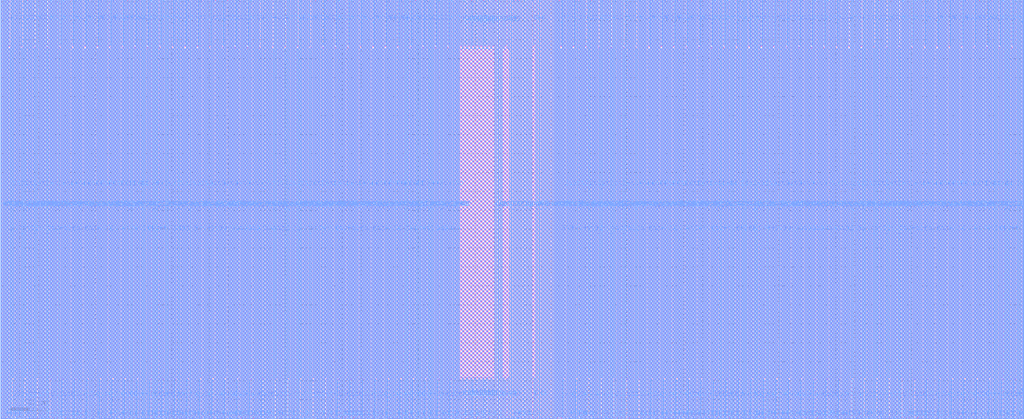
<source format=lef>
# ________________________________________________________________________________________________
# 
# 
#             Synchronous Two-Port Register File Compiler
# 
#                 UMC 0.11um LL AE Logic Process
# 
# ________________________________________________________________________________________________
# 
#               
#         Copyright (C) 2024 Faraday Technology Corporation. All Rights Reserved.       
#                
#         This source code is an unpublished work belongs to Faraday Technology Corporation       
#         It is considered a trade secret and is not to be divulged or       
#         used by parties who have not received written authorization from       
#         Faraday Technology Corporation       
#                
#         Faraday's home page can be found at: http://www.faraday-tech.com/       
#                
# ________________________________________________________________________________________________
# 
#        IP Name            :  FSR0K_D_SZ                
#        IP Version         :  1.7.0                     
#        IP Release Status  :  Active                    
#        Word               :  256                       
#        Bit                :  9                         
#        Byte               :  8                         
#        Mux                :  2                         
#        Output Loading     :  0.01                      
#        Clock Input Slew   :  0.016                     
#        Data Input Slew    :  0.016                     
#        Ring Type          :  Ringless Model            
#        Ring Width         :  0                         
#        Bus Format         :  0                         
#        Memaker Path       :  /home/mem/Desktop/memlib  
#        GUI Version        :  m20230904                 
#        Date               :  2024/09/10 14:55:51       
# ________________________________________________________________________________________________
# 

VERSION 5.5 ;
NAMESCASESENSITIVE ON ;
MACRO SZKD110_256X9X8CM2
CLASS BLOCK ;
FOREIGN SZKD110_256X9X8CM2 0.000 0.000 ;
ORIGIN 0.000 0.000 ;
SIZE 539.250 BY 221.080 ;
SYMMETRY x y r90 ;
SITE core ;
PIN VCC
  DIRECTION INOUT ;
  USE POWER ;
 PORT
  LAYER ME4 ;
  RECT 300.870 0.000 301.290 221.080 ;
 END
 PORT
  LAYER ME4 ;
  RECT 301.770 197.090 302.370 221.080 ;
 END
 PORT
  LAYER ME4 ;
  RECT 304.170 0.000 304.590 220.280 ;
 END
 PORT
  LAYER ME4 ;
  RECT 307.470 0.000 307.890 221.080 ;
 END
 PORT
  LAYER ME4 ;
  RECT 308.370 197.090 308.970 221.080 ;
 END
 PORT
  LAYER ME4 ;
  RECT 310.770 0.000 311.190 220.280 ;
 END
 PORT
  LAYER ME4 ;
  RECT 314.070 0.000 314.490 221.080 ;
 END
 PORT
  LAYER ME4 ;
  RECT 314.970 197.090 315.570 221.080 ;
 END
 PORT
  LAYER ME4 ;
  RECT 317.370 0.000 317.790 220.280 ;
 END
 PORT
  LAYER ME4 ;
  RECT 320.670 0.000 321.090 221.080 ;
 END
 PORT
  LAYER ME4 ;
  RECT 321.570 197.090 322.170 221.080 ;
 END
 PORT
  LAYER ME4 ;
  RECT 323.970 0.000 324.390 220.280 ;
 END
 PORT
  LAYER ME4 ;
  RECT 327.270 0.000 327.690 221.080 ;
 END
 PORT
  LAYER ME4 ;
  RECT 328.170 197.090 328.770 221.080 ;
 END
 PORT
  LAYER ME4 ;
  RECT 330.570 0.000 330.990 220.280 ;
 END
 PORT
  LAYER ME4 ;
  RECT 333.870 0.000 334.290 221.080 ;
 END
 PORT
  LAYER ME4 ;
  RECT 334.770 197.090 335.370 221.080 ;
 END
 PORT
  LAYER ME4 ;
  RECT 337.170 0.000 337.590 220.280 ;
 END
 PORT
  LAYER ME4 ;
  RECT 340.470 0.000 340.890 221.080 ;
 END
 PORT
  LAYER ME4 ;
  RECT 341.370 197.090 341.970 221.080 ;
 END
 PORT
  LAYER ME4 ;
  RECT 343.770 0.000 344.190 220.280 ;
 END
 PORT
  LAYER ME4 ;
  RECT 347.070 0.000 347.490 221.080 ;
 END
 PORT
  LAYER ME4 ;
  RECT 347.970 197.090 348.570 221.080 ;
 END
 PORT
  LAYER ME4 ;
  RECT 350.370 0.000 350.790 220.280 ;
 END
 PORT
  LAYER ME4 ;
  RECT 353.670 0.000 354.090 221.080 ;
 END
 PORT
  LAYER ME4 ;
  RECT 354.570 197.090 355.170 221.080 ;
 END
 PORT
  LAYER ME4 ;
  RECT 356.970 0.000 357.390 220.280 ;
 END
 PORT
  LAYER ME4 ;
  RECT 360.270 0.000 360.690 221.080 ;
 END
 PORT
  LAYER ME4 ;
  RECT 361.170 197.090 361.770 221.080 ;
 END
 PORT
  LAYER ME4 ;
  RECT 363.570 0.000 363.990 220.280 ;
 END
 PORT
  LAYER ME4 ;
  RECT 366.870 0.000 367.290 221.080 ;
 END
 PORT
  LAYER ME4 ;
  RECT 367.770 197.090 368.370 221.080 ;
 END
 PORT
  LAYER ME4 ;
  RECT 370.170 0.000 370.590 220.280 ;
 END
 PORT
  LAYER ME4 ;
  RECT 373.470 0.000 373.890 221.080 ;
 END
 PORT
  LAYER ME4 ;
  RECT 374.370 197.090 374.970 221.080 ;
 END
 PORT
  LAYER ME4 ;
  RECT 376.770 0.000 377.190 220.280 ;
 END
 PORT
  LAYER ME4 ;
  RECT 380.070 0.000 380.490 221.080 ;
 END
 PORT
  LAYER ME4 ;
  RECT 380.970 197.090 381.570 221.080 ;
 END
 PORT
  LAYER ME4 ;
  RECT 383.370 0.000 383.790 220.280 ;
 END
 PORT
  LAYER ME4 ;
  RECT 386.670 0.000 387.090 221.080 ;
 END
 PORT
  LAYER ME4 ;
  RECT 387.570 197.090 388.170 221.080 ;
 END
 PORT
  LAYER ME4 ;
  RECT 389.970 0.000 390.390 220.280 ;
 END
 PORT
  LAYER ME4 ;
  RECT 393.270 0.000 393.690 221.080 ;
 END
 PORT
  LAYER ME4 ;
  RECT 394.170 197.090 394.770 221.080 ;
 END
 PORT
  LAYER ME4 ;
  RECT 396.570 0.000 396.990 220.280 ;
 END
 PORT
  LAYER ME4 ;
  RECT 399.870 0.000 400.290 221.080 ;
 END
 PORT
  LAYER ME4 ;
  RECT 400.770 197.090 401.370 221.080 ;
 END
 PORT
  LAYER ME4 ;
  RECT 403.170 0.000 403.590 220.280 ;
 END
 PORT
  LAYER ME4 ;
  RECT 406.470 0.000 406.890 221.080 ;
 END
 PORT
  LAYER ME4 ;
  RECT 407.370 197.090 407.970 221.080 ;
 END
 PORT
  LAYER ME4 ;
  RECT 409.770 0.000 410.190 220.280 ;
 END
 PORT
  LAYER ME4 ;
  RECT 413.070 0.000 413.490 221.080 ;
 END
 PORT
  LAYER ME4 ;
  RECT 413.970 197.090 414.570 221.080 ;
 END
 PORT
  LAYER ME4 ;
  RECT 416.370 0.000 416.790 220.280 ;
 END
 PORT
  LAYER ME4 ;
  RECT 419.670 0.000 420.090 221.080 ;
 END
 PORT
  LAYER ME4 ;
  RECT 420.570 197.090 421.170 221.080 ;
 END
 PORT
  LAYER ME4 ;
  RECT 422.970 0.000 423.390 220.280 ;
 END
 PORT
  LAYER ME4 ;
  RECT 426.270 0.000 426.690 221.080 ;
 END
 PORT
  LAYER ME4 ;
  RECT 427.170 197.090 427.770 221.080 ;
 END
 PORT
  LAYER ME4 ;
  RECT 429.570 0.000 429.990 220.280 ;
 END
 PORT
  LAYER ME4 ;
  RECT 432.870 0.000 433.290 221.080 ;
 END
 PORT
  LAYER ME4 ;
  RECT 433.770 197.090 434.370 221.080 ;
 END
 PORT
  LAYER ME4 ;
  RECT 436.170 0.000 436.590 220.280 ;
 END
 PORT
  LAYER ME4 ;
  RECT 439.470 0.000 439.890 221.080 ;
 END
 PORT
  LAYER ME4 ;
  RECT 440.370 197.090 440.970 221.080 ;
 END
 PORT
  LAYER ME4 ;
  RECT 442.770 0.000 443.190 220.280 ;
 END
 PORT
  LAYER ME4 ;
  RECT 446.070 0.000 446.490 221.080 ;
 END
 PORT
  LAYER ME4 ;
  RECT 446.970 197.090 447.570 221.080 ;
 END
 PORT
  LAYER ME4 ;
  RECT 449.370 0.000 449.790 220.280 ;
 END
 PORT
  LAYER ME4 ;
  RECT 452.670 0.000 453.090 221.080 ;
 END
 PORT
  LAYER ME4 ;
  RECT 453.570 197.090 454.170 221.080 ;
 END
 PORT
  LAYER ME4 ;
  RECT 455.970 0.000 456.390 220.280 ;
 END
 PORT
  LAYER ME4 ;
  RECT 459.270 0.000 459.690 221.080 ;
 END
 PORT
  LAYER ME4 ;
  RECT 460.170 197.090 460.770 221.080 ;
 END
 PORT
  LAYER ME4 ;
  RECT 462.570 0.000 462.990 220.280 ;
 END
 PORT
  LAYER ME4 ;
  RECT 465.870 0.000 466.290 221.080 ;
 END
 PORT
  LAYER ME4 ;
  RECT 466.770 197.090 467.370 221.080 ;
 END
 PORT
  LAYER ME4 ;
  RECT 469.170 0.000 469.590 220.280 ;
 END
 PORT
  LAYER ME4 ;
  RECT 472.470 0.000 472.890 221.080 ;
 END
 PORT
  LAYER ME4 ;
  RECT 473.370 197.090 473.970 221.080 ;
 END
 PORT
  LAYER ME4 ;
  RECT 475.770 0.000 476.190 220.280 ;
 END
 PORT
  LAYER ME4 ;
  RECT 479.070 0.000 479.490 221.080 ;
 END
 PORT
  LAYER ME4 ;
  RECT 479.970 197.090 480.570 221.080 ;
 END
 PORT
  LAYER ME4 ;
  RECT 482.370 0.000 482.790 220.280 ;
 END
 PORT
  LAYER ME4 ;
  RECT 485.670 0.000 486.090 221.080 ;
 END
 PORT
  LAYER ME4 ;
  RECT 486.570 197.090 487.170 221.080 ;
 END
 PORT
  LAYER ME4 ;
  RECT 488.970 0.000 489.390 220.280 ;
 END
 PORT
  LAYER ME4 ;
  RECT 492.270 0.000 492.690 221.080 ;
 END
 PORT
  LAYER ME4 ;
  RECT 493.170 197.090 493.770 221.080 ;
 END
 PORT
  LAYER ME4 ;
  RECT 495.570 0.000 495.990 220.280 ;
 END
 PORT
  LAYER ME4 ;
  RECT 498.870 0.000 499.290 221.080 ;
 END
 PORT
  LAYER ME4 ;
  RECT 499.770 197.090 500.370 221.080 ;
 END
 PORT
  LAYER ME4 ;
  RECT 502.170 0.000 502.590 220.280 ;
 END
 PORT
  LAYER ME4 ;
  RECT 505.470 0.000 505.890 221.080 ;
 END
 PORT
  LAYER ME4 ;
  RECT 506.370 197.090 506.970 221.080 ;
 END
 PORT
  LAYER ME4 ;
  RECT 508.770 0.000 509.190 220.280 ;
 END
 PORT
  LAYER ME4 ;
  RECT 512.070 0.000 512.490 221.080 ;
 END
 PORT
  LAYER ME4 ;
  RECT 512.970 197.090 513.570 221.080 ;
 END
 PORT
  LAYER ME4 ;
  RECT 515.370 0.000 515.790 220.280 ;
 END
 PORT
  LAYER ME4 ;
  RECT 518.670 0.000 519.090 221.080 ;
 END
 PORT
  LAYER ME4 ;
  RECT 519.570 197.090 520.170 221.080 ;
 END
 PORT
  LAYER ME4 ;
  RECT 521.970 0.000 522.390 220.280 ;
 END
 PORT
  LAYER ME4 ;
  RECT 525.270 0.000 525.690 221.080 ;
 END
 PORT
  LAYER ME4 ;
  RECT 526.170 197.090 526.770 221.080 ;
 END
 PORT
  LAYER ME4 ;
  RECT 528.570 0.000 528.990 220.280 ;
 END
 PORT
  LAYER ME4 ;
  RECT 531.870 0.000 532.290 221.080 ;
 END
 PORT
  LAYER ME4 ;
  RECT 532.770 197.090 533.370 221.080 ;
 END
 PORT
  LAYER ME4 ;
  RECT 535.170 0.000 535.590 220.280 ;
 END
 PORT
  LAYER ME4 ;
  RECT 538.480 192.316 538.880 221.080 ;
 END
 PORT
  LAYER ME4 ;
  RECT 297.570 0.000 297.990 221.080 ;
 END
 PORT
  LAYER ME4 ;
  RECT 294.270 0.800 294.690 220.250 ;
 END
 PORT
  LAYER ME4 ;
  RECT 290.980 0.000 291.380 221.080 ;
 END
 PORT
  LAYER ME4 ;
  RECT 538.480 24.565 538.880 192.315 ;
 END
 PORT
  LAYER ME4 ;
  RECT 538.480 0.000 538.880 24.564 ;
 END
 PORT
  LAYER ME4 ;
  RECT 303.090 0.000 303.690 20.650 ;
 END
 PORT
  LAYER ME4 ;
  RECT 309.690 0.000 310.290 20.650 ;
 END
 PORT
  LAYER ME4 ;
  RECT 316.290 0.000 316.890 20.650 ;
 END
 PORT
  LAYER ME4 ;
  RECT 322.890 0.000 323.490 20.650 ;
 END
 PORT
  LAYER ME4 ;
  RECT 329.490 0.000 330.090 20.650 ;
 END
 PORT
  LAYER ME4 ;
  RECT 336.090 0.000 336.690 20.650 ;
 END
 PORT
  LAYER ME4 ;
  RECT 342.690 0.000 343.290 20.650 ;
 END
 PORT
  LAYER ME4 ;
  RECT 349.290 0.000 349.890 20.650 ;
 END
 PORT
  LAYER ME4 ;
  RECT 355.890 0.000 356.490 20.650 ;
 END
 PORT
  LAYER ME4 ;
  RECT 362.490 0.000 363.090 20.650 ;
 END
 PORT
  LAYER ME4 ;
  RECT 369.090 0.000 369.690 20.650 ;
 END
 PORT
  LAYER ME4 ;
  RECT 375.690 0.000 376.290 20.650 ;
 END
 PORT
  LAYER ME4 ;
  RECT 382.290 0.000 382.890 20.650 ;
 END
 PORT
  LAYER ME4 ;
  RECT 388.890 0.000 389.490 20.650 ;
 END
 PORT
  LAYER ME4 ;
  RECT 395.490 0.000 396.090 20.650 ;
 END
 PORT
  LAYER ME4 ;
  RECT 402.090 0.000 402.690 20.650 ;
 END
 PORT
  LAYER ME4 ;
  RECT 408.690 0.000 409.290 20.650 ;
 END
 PORT
  LAYER ME4 ;
  RECT 415.290 0.000 415.890 20.650 ;
 END
 PORT
  LAYER ME4 ;
  RECT 421.890 0.000 422.490 20.650 ;
 END
 PORT
  LAYER ME4 ;
  RECT 428.490 0.000 429.090 20.650 ;
 END
 PORT
  LAYER ME4 ;
  RECT 435.090 0.000 435.690 20.650 ;
 END
 PORT
  LAYER ME4 ;
  RECT 441.690 0.000 442.290 20.650 ;
 END
 PORT
  LAYER ME4 ;
  RECT 448.290 0.000 448.890 20.650 ;
 END
 PORT
  LAYER ME4 ;
  RECT 454.890 0.000 455.490 20.650 ;
 END
 PORT
  LAYER ME4 ;
  RECT 461.490 0.000 462.090 20.650 ;
 END
 PORT
  LAYER ME4 ;
  RECT 468.090 0.000 468.690 20.650 ;
 END
 PORT
  LAYER ME4 ;
  RECT 474.690 0.000 475.290 20.650 ;
 END
 PORT
  LAYER ME4 ;
  RECT 481.290 0.000 481.890 20.650 ;
 END
 PORT
  LAYER ME4 ;
  RECT 487.890 0.000 488.490 20.650 ;
 END
 PORT
  LAYER ME4 ;
  RECT 494.490 0.000 495.090 20.650 ;
 END
 PORT
  LAYER ME4 ;
  RECT 501.090 0.000 501.690 20.650 ;
 END
 PORT
  LAYER ME4 ;
  RECT 507.690 0.000 508.290 20.650 ;
 END
 PORT
  LAYER ME4 ;
  RECT 514.290 0.000 514.890 20.650 ;
 END
 PORT
  LAYER ME4 ;
  RECT 520.890 0.000 521.490 20.650 ;
 END
 PORT
  LAYER ME4 ;
  RECT 527.490 0.000 528.090 20.650 ;
 END
 PORT
  LAYER ME4 ;
  RECT 534.090 0.000 534.690 20.650 ;
 END
 PORT
  LAYER ME4 ;
  RECT 0.370 0.000 0.770 221.080 ;
 END
 PORT
  LAYER ME4 ;
  RECT 3.660 0.000 4.080 221.080 ;
 END
 PORT
  LAYER ME4 ;
  RECT 4.560 197.090 5.160 221.080 ;
 END
 PORT
  LAYER ME4 ;
  RECT 6.960 0.000 7.380 220.280 ;
 END
 PORT
  LAYER ME4 ;
  RECT 10.260 0.000 10.680 221.080 ;
 END
 PORT
  LAYER ME4 ;
  RECT 11.160 197.090 11.760 221.080 ;
 END
 PORT
  LAYER ME4 ;
  RECT 13.560 0.000 13.980 220.280 ;
 END
 PORT
  LAYER ME4 ;
  RECT 16.860 0.000 17.280 221.080 ;
 END
 PORT
  LAYER ME4 ;
  RECT 17.760 197.090 18.360 221.080 ;
 END
 PORT
  LAYER ME4 ;
  RECT 20.160 0.000 20.580 220.280 ;
 END
 PORT
  LAYER ME4 ;
  RECT 23.460 0.000 23.880 221.080 ;
 END
 PORT
  LAYER ME4 ;
  RECT 24.360 197.090 24.960 221.080 ;
 END
 PORT
  LAYER ME4 ;
  RECT 26.760 0.000 27.180 220.280 ;
 END
 PORT
  LAYER ME4 ;
  RECT 30.060 0.000 30.480 221.080 ;
 END
 PORT
  LAYER ME4 ;
  RECT 30.960 197.090 31.560 221.080 ;
 END
 PORT
  LAYER ME4 ;
  RECT 33.360 0.000 33.780 220.280 ;
 END
 PORT
  LAYER ME4 ;
  RECT 36.660 0.000 37.080 221.080 ;
 END
 PORT
  LAYER ME4 ;
  RECT 37.560 197.090 38.160 221.080 ;
 END
 PORT
  LAYER ME4 ;
  RECT 39.960 0.000 40.380 220.280 ;
 END
 PORT
  LAYER ME4 ;
  RECT 43.260 0.000 43.680 221.080 ;
 END
 PORT
  LAYER ME4 ;
  RECT 44.160 197.090 44.760 221.080 ;
 END
 PORT
  LAYER ME4 ;
  RECT 46.560 0.000 46.980 220.280 ;
 END
 PORT
  LAYER ME4 ;
  RECT 49.860 0.000 50.280 221.080 ;
 END
 PORT
  LAYER ME4 ;
  RECT 50.760 197.090 51.360 221.080 ;
 END
 PORT
  LAYER ME4 ;
  RECT 53.160 0.000 53.580 220.280 ;
 END
 PORT
  LAYER ME4 ;
  RECT 56.460 0.000 56.880 221.080 ;
 END
 PORT
  LAYER ME4 ;
  RECT 57.360 197.090 57.960 221.080 ;
 END
 PORT
  LAYER ME4 ;
  RECT 59.760 0.000 60.180 220.280 ;
 END
 PORT
  LAYER ME4 ;
  RECT 63.060 0.000 63.480 221.080 ;
 END
 PORT
  LAYER ME4 ;
  RECT 63.960 197.090 64.560 221.080 ;
 END
 PORT
  LAYER ME4 ;
  RECT 66.360 0.000 66.780 220.280 ;
 END
 PORT
  LAYER ME4 ;
  RECT 69.660 0.000 70.080 221.080 ;
 END
 PORT
  LAYER ME4 ;
  RECT 70.560 197.090 71.160 221.080 ;
 END
 PORT
  LAYER ME4 ;
  RECT 72.960 0.000 73.380 220.280 ;
 END
 PORT
  LAYER ME4 ;
  RECT 76.260 0.000 76.680 221.080 ;
 END
 PORT
  LAYER ME4 ;
  RECT 77.160 197.090 77.760 221.080 ;
 END
 PORT
  LAYER ME4 ;
  RECT 79.560 0.000 79.980 220.280 ;
 END
 PORT
  LAYER ME4 ;
  RECT 82.860 0.000 83.280 221.080 ;
 END
 PORT
  LAYER ME4 ;
  RECT 83.760 197.090 84.360 221.080 ;
 END
 PORT
  LAYER ME4 ;
  RECT 86.160 0.000 86.580 220.280 ;
 END
 PORT
  LAYER ME4 ;
  RECT 89.460 0.000 89.880 221.080 ;
 END
 PORT
  LAYER ME4 ;
  RECT 90.360 197.090 90.960 221.080 ;
 END
 PORT
  LAYER ME4 ;
  RECT 92.760 0.000 93.180 220.280 ;
 END
 PORT
  LAYER ME4 ;
  RECT 96.060 0.000 96.480 221.080 ;
 END
 PORT
  LAYER ME4 ;
  RECT 96.960 197.090 97.560 221.080 ;
 END
 PORT
  LAYER ME4 ;
  RECT 99.360 0.000 99.780 220.280 ;
 END
 PORT
  LAYER ME4 ;
  RECT 102.660 0.000 103.080 221.080 ;
 END
 PORT
  LAYER ME4 ;
  RECT 103.560 197.090 104.160 221.080 ;
 END
 PORT
  LAYER ME4 ;
  RECT 105.960 0.000 106.380 220.280 ;
 END
 PORT
  LAYER ME4 ;
  RECT 109.260 0.000 109.680 221.080 ;
 END
 PORT
  LAYER ME4 ;
  RECT 110.160 197.090 110.760 221.080 ;
 END
 PORT
  LAYER ME4 ;
  RECT 112.560 0.000 112.980 220.280 ;
 END
 PORT
  LAYER ME4 ;
  RECT 115.860 0.000 116.280 221.080 ;
 END
 PORT
  LAYER ME4 ;
  RECT 116.760 197.090 117.360 221.080 ;
 END
 PORT
  LAYER ME4 ;
  RECT 119.160 0.000 119.580 220.280 ;
 END
 PORT
  LAYER ME4 ;
  RECT 122.460 0.000 122.880 221.080 ;
 END
 PORT
  LAYER ME4 ;
  RECT 123.360 197.090 123.960 221.080 ;
 END
 PORT
  LAYER ME4 ;
  RECT 125.760 0.000 126.180 220.280 ;
 END
 PORT
  LAYER ME4 ;
  RECT 129.060 0.000 129.480 221.080 ;
 END
 PORT
  LAYER ME4 ;
  RECT 129.960 197.090 130.560 221.080 ;
 END
 PORT
  LAYER ME4 ;
  RECT 132.360 0.000 132.780 220.280 ;
 END
 PORT
  LAYER ME4 ;
  RECT 135.660 0.000 136.080 221.080 ;
 END
 PORT
  LAYER ME4 ;
  RECT 136.560 197.090 137.160 221.080 ;
 END
 PORT
  LAYER ME4 ;
  RECT 138.960 0.000 139.380 220.280 ;
 END
 PORT
  LAYER ME4 ;
  RECT 142.260 0.000 142.680 221.080 ;
 END
 PORT
  LAYER ME4 ;
  RECT 143.160 197.090 143.760 221.080 ;
 END
 PORT
  LAYER ME4 ;
  RECT 145.560 0.000 145.980 220.280 ;
 END
 PORT
  LAYER ME4 ;
  RECT 148.860 0.000 149.280 221.080 ;
 END
 PORT
  LAYER ME4 ;
  RECT 149.760 197.090 150.360 221.080 ;
 END
 PORT
  LAYER ME4 ;
  RECT 152.160 0.000 152.580 220.280 ;
 END
 PORT
  LAYER ME4 ;
  RECT 155.460 0.000 155.880 221.080 ;
 END
 PORT
  LAYER ME4 ;
  RECT 156.360 197.090 156.960 221.080 ;
 END
 PORT
  LAYER ME4 ;
  RECT 158.760 0.000 159.180 220.280 ;
 END
 PORT
  LAYER ME4 ;
  RECT 162.060 0.000 162.480 221.080 ;
 END
 PORT
  LAYER ME4 ;
  RECT 162.960 197.090 163.560 221.080 ;
 END
 PORT
  LAYER ME4 ;
  RECT 165.360 0.000 165.780 220.280 ;
 END
 PORT
  LAYER ME4 ;
  RECT 168.660 0.000 169.080 221.080 ;
 END
 PORT
  LAYER ME4 ;
  RECT 169.560 197.090 170.160 221.080 ;
 END
 PORT
  LAYER ME4 ;
  RECT 171.960 0.000 172.380 220.280 ;
 END
 PORT
  LAYER ME4 ;
  RECT 175.260 0.000 175.680 221.080 ;
 END
 PORT
  LAYER ME4 ;
  RECT 176.160 197.090 176.760 221.080 ;
 END
 PORT
  LAYER ME4 ;
  RECT 178.560 0.000 178.980 220.280 ;
 END
 PORT
  LAYER ME4 ;
  RECT 181.860 0.000 182.280 221.080 ;
 END
 PORT
  LAYER ME4 ;
  RECT 182.760 197.090 183.360 221.080 ;
 END
 PORT
  LAYER ME4 ;
  RECT 185.160 0.000 185.580 220.280 ;
 END
 PORT
  LAYER ME4 ;
  RECT 188.460 0.000 188.880 221.080 ;
 END
 PORT
  LAYER ME4 ;
  RECT 189.360 197.090 189.960 221.080 ;
 END
 PORT
  LAYER ME4 ;
  RECT 191.760 0.000 192.180 220.280 ;
 END
 PORT
  LAYER ME4 ;
  RECT 195.060 0.000 195.480 221.080 ;
 END
 PORT
  LAYER ME4 ;
  RECT 195.960 197.090 196.560 221.080 ;
 END
 PORT
  LAYER ME4 ;
  RECT 198.360 0.000 198.780 220.280 ;
 END
 PORT
  LAYER ME4 ;
  RECT 201.660 0.000 202.080 221.080 ;
 END
 PORT
  LAYER ME4 ;
  RECT 202.560 197.090 203.160 221.080 ;
 END
 PORT
  LAYER ME4 ;
  RECT 204.960 0.000 205.380 220.280 ;
 END
 PORT
  LAYER ME4 ;
  RECT 208.260 0.000 208.680 221.080 ;
 END
 PORT
  LAYER ME4 ;
  RECT 209.160 197.090 209.760 221.080 ;
 END
 PORT
  LAYER ME4 ;
  RECT 211.560 0.000 211.980 220.280 ;
 END
 PORT
  LAYER ME4 ;
  RECT 214.860 0.000 215.280 221.080 ;
 END
 PORT
  LAYER ME4 ;
  RECT 215.760 197.090 216.360 221.080 ;
 END
 PORT
  LAYER ME4 ;
  RECT 218.160 0.000 218.580 220.280 ;
 END
 PORT
  LAYER ME4 ;
  RECT 221.460 0.000 221.880 221.080 ;
 END
 PORT
  LAYER ME4 ;
  RECT 222.360 197.090 222.960 221.080 ;
 END
 PORT
  LAYER ME4 ;
  RECT 224.760 0.000 225.180 220.280 ;
 END
 PORT
  LAYER ME4 ;
  RECT 228.060 0.000 228.480 221.080 ;
 END
 PORT
  LAYER ME4 ;
  RECT 228.960 197.090 229.560 221.080 ;
 END
 PORT
  LAYER ME4 ;
  RECT 231.360 0.000 231.780 220.280 ;
 END
 PORT
  LAYER ME4 ;
  RECT 234.660 0.000 235.080 221.080 ;
 END
 PORT
  LAYER ME4 ;
  RECT 235.560 197.090 236.160 221.080 ;
 END
 PORT
  LAYER ME4 ;
  RECT 237.960 0.000 238.380 220.280 ;
 END
 PORT
  LAYER ME4 ;
  RECT 241.270 0.000 241.670 221.080 ;
 END
 PORT
  LAYER ME4 ;
  RECT 5.880 0.000 6.480 20.650 ;
 END
 PORT
  LAYER ME4 ;
  RECT 12.480 0.000 13.080 20.650 ;
 END
 PORT
  LAYER ME4 ;
  RECT 19.080 0.000 19.680 20.650 ;
 END
 PORT
  LAYER ME4 ;
  RECT 25.680 0.000 26.280 20.650 ;
 END
 PORT
  LAYER ME4 ;
  RECT 32.280 0.000 32.880 20.650 ;
 END
 PORT
  LAYER ME4 ;
  RECT 38.880 0.000 39.480 20.650 ;
 END
 PORT
  LAYER ME4 ;
  RECT 45.480 0.000 46.080 20.650 ;
 END
 PORT
  LAYER ME4 ;
  RECT 52.080 0.000 52.680 20.650 ;
 END
 PORT
  LAYER ME4 ;
  RECT 58.680 0.000 59.280 20.650 ;
 END
 PORT
  LAYER ME4 ;
  RECT 65.280 0.000 65.880 20.650 ;
 END
 PORT
  LAYER ME4 ;
  RECT 71.880 0.000 72.480 20.650 ;
 END
 PORT
  LAYER ME4 ;
  RECT 78.480 0.000 79.080 20.650 ;
 END
 PORT
  LAYER ME4 ;
  RECT 85.080 0.000 85.680 20.650 ;
 END
 PORT
  LAYER ME4 ;
  RECT 91.680 0.000 92.280 20.650 ;
 END
 PORT
  LAYER ME4 ;
  RECT 98.280 0.000 98.880 20.650 ;
 END
 PORT
  LAYER ME4 ;
  RECT 104.880 0.000 105.480 20.650 ;
 END
 PORT
  LAYER ME4 ;
  RECT 111.480 0.000 112.080 20.650 ;
 END
 PORT
  LAYER ME4 ;
  RECT 118.080 0.000 118.680 20.650 ;
 END
 PORT
  LAYER ME4 ;
  RECT 124.680 0.000 125.280 20.650 ;
 END
 PORT
  LAYER ME4 ;
  RECT 131.280 0.000 131.880 20.650 ;
 END
 PORT
  LAYER ME4 ;
  RECT 137.880 0.000 138.480 20.650 ;
 END
 PORT
  LAYER ME4 ;
  RECT 144.480 0.000 145.080 20.650 ;
 END
 PORT
  LAYER ME4 ;
  RECT 151.080 0.000 151.680 20.650 ;
 END
 PORT
  LAYER ME4 ;
  RECT 157.680 0.000 158.280 20.650 ;
 END
 PORT
  LAYER ME4 ;
  RECT 164.280 0.000 164.880 20.650 ;
 END
 PORT
  LAYER ME4 ;
  RECT 170.880 0.000 171.480 20.650 ;
 END
 PORT
  LAYER ME4 ;
  RECT 177.480 0.000 178.080 20.650 ;
 END
 PORT
  LAYER ME4 ;
  RECT 184.080 0.000 184.680 20.650 ;
 END
 PORT
  LAYER ME4 ;
  RECT 190.680 0.000 191.280 20.650 ;
 END
 PORT
  LAYER ME4 ;
  RECT 197.280 0.000 197.880 20.650 ;
 END
 PORT
  LAYER ME4 ;
  RECT 203.880 0.000 204.480 20.650 ;
 END
 PORT
  LAYER ME4 ;
  RECT 210.480 0.000 211.080 20.650 ;
 END
 PORT
  LAYER ME4 ;
  RECT 217.080 0.000 217.680 20.650 ;
 END
 PORT
  LAYER ME4 ;
  RECT 223.680 0.000 224.280 20.650 ;
 END
 PORT
  LAYER ME4 ;
  RECT 230.280 0.000 230.880 20.650 ;
 END
 PORT
  LAYER ME4 ;
  RECT 236.880 0.000 237.480 20.650 ;
 END
 PORT
  LAYER ME4 ;
  RECT 268.320 0.000 268.920 221.080 ;
 END
 PORT
  LAYER ME4 ;
  RECT 270.520 0.800 271.120 220.250 ;
 END
 PORT
  LAYER ME4 ;
  RECT 272.720 0.800 273.320 220.250 ;
 END
 PORT
  LAYER ME4 ;
  RECT 274.920 0.000 275.520 221.080 ;
 END
 PORT
  LAYER ME4 ;
  RECT 277.120 0.000 277.720 221.080 ;
 END
 PORT
  LAYER ME4 ;
  RECT 279.320 0.000 279.920 221.080 ;
 END
 PORT
  LAYER ME4 ;
  RECT 281.970 0.800 282.570 221.080 ;
 END
 PORT
  LAYER ME4 ;
  RECT 284.170 0.000 284.770 221.080 ;
 END
 PORT
  LAYER ME4 ;
  RECT 286.370 0.000 286.970 221.080 ;
 END
 PORT
  LAYER ME4 ;
  RECT 287.470 0.000 288.070 221.080 ;
 END
 PORT
  LAYER ME4 ;
  RECT 295.170 197.090 295.770 221.080 ;
 END
 PORT
  LAYER ME4 ;
  RECT 261.470 0.000 262.070 221.080 ;
 END
 PORT
  LAYER ME4 ;
  RECT 263.670 0.000 264.270 221.080 ;
 END
 PORT
  LAYER ME4 ;
  RECT 265.870 197.090 266.470 221.080 ;
 END
 PORT
  LAYER ME4 ;
  RECT 254.870 197.090 255.470 221.080 ;
 END
 PORT
  LAYER ME4 ;
  RECT 257.070 197.090 257.670 220.250 ;
 END
 PORT
  LAYER ME4 ;
  RECT 259.270 197.090 259.870 221.080 ;
 END
 PORT
  LAYER ME4 ;
  RECT 248.510 197.090 249.110 221.080 ;
 END
 PORT
  LAYER ME4 ;
  RECT 250.710 197.090 251.310 220.250 ;
 END
 PORT
  LAYER ME4 ;
  RECT 252.910 197.090 253.510 221.080 ;
 END
 PORT
  LAYER ME4 ;
  RECT 242.150 197.090 242.750 221.080 ;
 END
 PORT
  LAYER ME4 ;
  RECT 244.350 197.090 244.950 220.250 ;
 END
 PORT
  LAYER ME4 ;
  RECT 246.550 197.090 247.150 221.080 ;
 END
 PORT
  LAYER ME4 ;
  RECT 296.490 0.000 297.090 20.650 ;
 END
 PORT
  LAYER ME4 ;
  RECT 265.870 0.000 266.470 20.650 ;
 END
 PORT
  LAYER ME4 ;
  RECT 254.870 0.000 255.470 20.650 ;
 END
 PORT
  LAYER ME4 ;
  RECT 257.070 0.800 257.670 20.650 ;
 END
 PORT
  LAYER ME4 ;
  RECT 259.270 0.000 259.870 20.650 ;
 END
 PORT
  LAYER ME4 ;
  RECT 248.510 0.000 249.110 20.650 ;
 END
 PORT
  LAYER ME4 ;
  RECT 250.710 0.800 251.310 20.650 ;
 END
 PORT
  LAYER ME4 ;
  RECT 252.910 0.000 253.510 20.650 ;
 END
 PORT
  LAYER ME4 ;
  RECT 242.150 0.000 242.750 20.650 ;
 END
 PORT
  LAYER ME4 ;
  RECT 244.350 0.800 244.950 20.650 ;
 END
 PORT
  LAYER ME4 ;
  RECT 246.550 0.000 247.150 20.650 ;
 END
END VCC
PIN GND
  DIRECTION INOUT ;
  USE GROUND ;
 PORT
  LAYER ME4 ;
  RECT 300.070 0.940 300.390 221.080 ;
 END
 PORT
  LAYER ME4 ;
  RECT 299.270 0.000 299.590 221.080 ;
 END
 PORT
  LAYER ME4 ;
  RECT 302.570 0.000 302.890 221.080 ;
 END
 PORT
  LAYER ME4 ;
  RECT 305.070 0.940 305.390 221.080 ;
 END
 PORT
  LAYER ME4 ;
  RECT 305.870 0.000 306.190 221.080 ;
 END
 PORT
  LAYER ME4 ;
  RECT 303.370 21.610 303.690 221.080 ;
 END
 PORT
  LAYER ME4 ;
  RECT 306.670 0.000 306.990 221.080 ;
 END
 PORT
  LAYER ME4 ;
  RECT 309.170 0.000 309.490 221.080 ;
 END
 PORT
  LAYER ME4 ;
  RECT 311.670 0.810 311.990 221.080 ;
 END
 PORT
  LAYER ME4 ;
  RECT 312.470 0.000 312.790 221.080 ;
 END
 PORT
  LAYER ME4 ;
  RECT 309.970 21.610 310.290 221.080 ;
 END
 PORT
  LAYER ME4 ;
  RECT 313.270 0.000 313.590 221.080 ;
 END
 PORT
  LAYER ME4 ;
  RECT 315.770 0.000 316.090 221.080 ;
 END
 PORT
  LAYER ME4 ;
  RECT 318.270 0.810 318.590 221.080 ;
 END
 PORT
  LAYER ME4 ;
  RECT 319.070 0.000 319.390 221.080 ;
 END
 PORT
  LAYER ME4 ;
  RECT 316.570 21.610 316.890 221.080 ;
 END
 PORT
  LAYER ME4 ;
  RECT 319.870 0.000 320.190 221.080 ;
 END
 PORT
  LAYER ME4 ;
  RECT 322.370 0.000 322.690 221.080 ;
 END
 PORT
  LAYER ME4 ;
  RECT 324.870 0.810 325.190 221.080 ;
 END
 PORT
  LAYER ME4 ;
  RECT 325.670 0.000 325.990 221.080 ;
 END
 PORT
  LAYER ME4 ;
  RECT 323.170 21.610 323.490 221.080 ;
 END
 PORT
  LAYER ME4 ;
  RECT 326.470 0.000 326.790 221.080 ;
 END
 PORT
  LAYER ME4 ;
  RECT 328.970 0.000 329.290 221.080 ;
 END
 PORT
  LAYER ME4 ;
  RECT 331.470 0.810 331.790 221.080 ;
 END
 PORT
  LAYER ME4 ;
  RECT 332.270 0.000 332.590 221.080 ;
 END
 PORT
  LAYER ME4 ;
  RECT 329.770 21.610 330.090 221.080 ;
 END
 PORT
  LAYER ME4 ;
  RECT 333.070 0.000 333.390 221.080 ;
 END
 PORT
  LAYER ME4 ;
  RECT 335.570 0.000 335.890 221.080 ;
 END
 PORT
  LAYER ME4 ;
  RECT 338.070 0.810 338.390 221.080 ;
 END
 PORT
  LAYER ME4 ;
  RECT 338.870 0.000 339.190 221.080 ;
 END
 PORT
  LAYER ME4 ;
  RECT 336.370 21.610 336.690 221.080 ;
 END
 PORT
  LAYER ME4 ;
  RECT 339.670 0.000 339.990 221.080 ;
 END
 PORT
  LAYER ME4 ;
  RECT 342.170 0.000 342.490 221.080 ;
 END
 PORT
  LAYER ME4 ;
  RECT 344.670 0.810 344.990 221.080 ;
 END
 PORT
  LAYER ME4 ;
  RECT 345.470 0.000 345.790 221.080 ;
 END
 PORT
  LAYER ME4 ;
  RECT 342.970 21.610 343.290 221.080 ;
 END
 PORT
  LAYER ME4 ;
  RECT 346.270 0.000 346.590 221.080 ;
 END
 PORT
  LAYER ME4 ;
  RECT 348.770 0.000 349.090 221.080 ;
 END
 PORT
  LAYER ME4 ;
  RECT 351.270 0.810 351.590 221.080 ;
 END
 PORT
  LAYER ME4 ;
  RECT 352.070 0.000 352.390 221.080 ;
 END
 PORT
  LAYER ME4 ;
  RECT 349.570 21.610 349.890 221.080 ;
 END
 PORT
  LAYER ME4 ;
  RECT 352.870 0.000 353.190 221.080 ;
 END
 PORT
  LAYER ME4 ;
  RECT 355.370 0.000 355.690 221.080 ;
 END
 PORT
  LAYER ME4 ;
  RECT 357.870 0.810 358.190 221.080 ;
 END
 PORT
  LAYER ME4 ;
  RECT 358.670 0.000 358.990 221.080 ;
 END
 PORT
  LAYER ME4 ;
  RECT 356.170 21.610 356.490 221.080 ;
 END
 PORT
  LAYER ME4 ;
  RECT 359.470 0.940 359.790 221.080 ;
 END
 PORT
  LAYER ME4 ;
  RECT 361.970 0.000 362.290 221.080 ;
 END
 PORT
  LAYER ME4 ;
  RECT 364.470 0.940 364.790 221.080 ;
 END
 PORT
  LAYER ME4 ;
  RECT 365.270 0.000 365.590 221.080 ;
 END
 PORT
  LAYER ME4 ;
  RECT 362.770 21.610 363.090 221.080 ;
 END
 PORT
  LAYER ME4 ;
  RECT 366.070 0.000 366.390 221.080 ;
 END
 PORT
  LAYER ME4 ;
  RECT 368.570 0.000 368.890 221.080 ;
 END
 PORT
  LAYER ME4 ;
  RECT 371.070 0.810 371.390 221.080 ;
 END
 PORT
  LAYER ME4 ;
  RECT 371.870 0.000 372.190 221.080 ;
 END
 PORT
  LAYER ME4 ;
  RECT 369.370 21.610 369.690 221.080 ;
 END
 PORT
  LAYER ME4 ;
  RECT 372.670 0.000 372.990 221.080 ;
 END
 PORT
  LAYER ME4 ;
  RECT 375.170 0.000 375.490 221.080 ;
 END
 PORT
  LAYER ME4 ;
  RECT 377.670 0.810 377.990 221.080 ;
 END
 PORT
  LAYER ME4 ;
  RECT 378.470 0.000 378.790 221.080 ;
 END
 PORT
  LAYER ME4 ;
  RECT 375.970 21.610 376.290 221.080 ;
 END
 PORT
  LAYER ME4 ;
  RECT 379.270 0.000 379.590 221.080 ;
 END
 PORT
  LAYER ME4 ;
  RECT 381.770 0.000 382.090 221.080 ;
 END
 PORT
  LAYER ME4 ;
  RECT 384.270 0.810 384.590 221.080 ;
 END
 PORT
  LAYER ME4 ;
  RECT 385.070 0.000 385.390 221.080 ;
 END
 PORT
  LAYER ME4 ;
  RECT 382.570 21.610 382.890 221.080 ;
 END
 PORT
  LAYER ME4 ;
  RECT 385.870 0.000 386.190 221.080 ;
 END
 PORT
  LAYER ME4 ;
  RECT 388.370 0.000 388.690 221.080 ;
 END
 PORT
  LAYER ME4 ;
  RECT 390.870 0.810 391.190 221.080 ;
 END
 PORT
  LAYER ME4 ;
  RECT 391.670 0.000 391.990 221.080 ;
 END
 PORT
  LAYER ME4 ;
  RECT 389.170 21.610 389.490 221.080 ;
 END
 PORT
  LAYER ME4 ;
  RECT 392.470 0.000 392.790 221.080 ;
 END
 PORT
  LAYER ME4 ;
  RECT 394.970 0.000 395.290 221.080 ;
 END
 PORT
  LAYER ME4 ;
  RECT 397.470 0.810 397.790 221.080 ;
 END
 PORT
  LAYER ME4 ;
  RECT 398.270 0.000 398.590 221.080 ;
 END
 PORT
  LAYER ME4 ;
  RECT 395.770 21.610 396.090 221.080 ;
 END
 PORT
  LAYER ME4 ;
  RECT 399.070 0.000 399.390 221.080 ;
 END
 PORT
  LAYER ME4 ;
  RECT 401.570 0.000 401.890 221.080 ;
 END
 PORT
  LAYER ME4 ;
  RECT 404.070 0.810 404.390 221.080 ;
 END
 PORT
  LAYER ME4 ;
  RECT 404.870 0.000 405.190 221.080 ;
 END
 PORT
  LAYER ME4 ;
  RECT 402.370 21.610 402.690 221.080 ;
 END
 PORT
  LAYER ME4 ;
  RECT 405.670 0.000 405.990 221.080 ;
 END
 PORT
  LAYER ME4 ;
  RECT 408.170 0.000 408.490 221.080 ;
 END
 PORT
  LAYER ME4 ;
  RECT 410.670 0.810 410.990 221.080 ;
 END
 PORT
  LAYER ME4 ;
  RECT 411.470 0.000 411.790 221.080 ;
 END
 PORT
  LAYER ME4 ;
  RECT 408.970 21.610 409.290 221.080 ;
 END
 PORT
  LAYER ME4 ;
  RECT 412.270 0.000 412.590 221.080 ;
 END
 PORT
  LAYER ME4 ;
  RECT 414.770 0.000 415.090 221.080 ;
 END
 PORT
  LAYER ME4 ;
  RECT 417.270 0.810 417.590 221.080 ;
 END
 PORT
  LAYER ME4 ;
  RECT 418.070 0.000 418.390 221.080 ;
 END
 PORT
  LAYER ME4 ;
  RECT 415.570 21.610 415.890 221.080 ;
 END
 PORT
  LAYER ME4 ;
  RECT 418.870 0.940 419.190 221.080 ;
 END
 PORT
  LAYER ME4 ;
  RECT 421.370 0.000 421.690 221.080 ;
 END
 PORT
  LAYER ME4 ;
  RECT 423.870 0.940 424.190 221.080 ;
 END
 PORT
  LAYER ME4 ;
  RECT 424.670 0.000 424.990 221.080 ;
 END
 PORT
  LAYER ME4 ;
  RECT 422.170 21.610 422.490 221.080 ;
 END
 PORT
  LAYER ME4 ;
  RECT 425.470 0.000 425.790 221.080 ;
 END
 PORT
  LAYER ME4 ;
  RECT 427.970 0.000 428.290 221.080 ;
 END
 PORT
  LAYER ME4 ;
  RECT 430.470 0.810 430.790 221.080 ;
 END
 PORT
  LAYER ME4 ;
  RECT 431.270 0.000 431.590 221.080 ;
 END
 PORT
  LAYER ME4 ;
  RECT 428.770 21.610 429.090 221.080 ;
 END
 PORT
  LAYER ME4 ;
  RECT 432.070 0.000 432.390 221.080 ;
 END
 PORT
  LAYER ME4 ;
  RECT 434.570 0.000 434.890 221.080 ;
 END
 PORT
  LAYER ME4 ;
  RECT 437.070 0.810 437.390 221.080 ;
 END
 PORT
  LAYER ME4 ;
  RECT 437.870 0.000 438.190 221.080 ;
 END
 PORT
  LAYER ME4 ;
  RECT 435.370 21.610 435.690 221.080 ;
 END
 PORT
  LAYER ME4 ;
  RECT 438.670 0.000 438.990 221.080 ;
 END
 PORT
  LAYER ME4 ;
  RECT 441.170 0.000 441.490 221.080 ;
 END
 PORT
  LAYER ME4 ;
  RECT 443.670 0.810 443.990 221.080 ;
 END
 PORT
  LAYER ME4 ;
  RECT 444.470 0.000 444.790 221.080 ;
 END
 PORT
  LAYER ME4 ;
  RECT 441.970 21.610 442.290 221.080 ;
 END
 PORT
  LAYER ME4 ;
  RECT 445.270 0.000 445.590 221.080 ;
 END
 PORT
  LAYER ME4 ;
  RECT 447.770 0.000 448.090 221.080 ;
 END
 PORT
  LAYER ME4 ;
  RECT 450.270 0.810 450.590 221.080 ;
 END
 PORT
  LAYER ME4 ;
  RECT 451.070 0.000 451.390 221.080 ;
 END
 PORT
  LAYER ME4 ;
  RECT 448.570 21.610 448.890 221.080 ;
 END
 PORT
  LAYER ME4 ;
  RECT 451.870 0.000 452.190 221.080 ;
 END
 PORT
  LAYER ME4 ;
  RECT 454.370 0.000 454.690 221.080 ;
 END
 PORT
  LAYER ME4 ;
  RECT 456.870 0.810 457.190 221.080 ;
 END
 PORT
  LAYER ME4 ;
  RECT 457.670 0.000 457.990 221.080 ;
 END
 PORT
  LAYER ME4 ;
  RECT 455.170 21.610 455.490 221.080 ;
 END
 PORT
  LAYER ME4 ;
  RECT 458.470 0.000 458.790 221.080 ;
 END
 PORT
  LAYER ME4 ;
  RECT 460.970 0.000 461.290 221.080 ;
 END
 PORT
  LAYER ME4 ;
  RECT 463.470 0.810 463.790 221.080 ;
 END
 PORT
  LAYER ME4 ;
  RECT 464.270 0.000 464.590 221.080 ;
 END
 PORT
  LAYER ME4 ;
  RECT 461.770 21.610 462.090 221.080 ;
 END
 PORT
  LAYER ME4 ;
  RECT 465.070 0.000 465.390 221.080 ;
 END
 PORT
  LAYER ME4 ;
  RECT 467.570 0.000 467.890 221.080 ;
 END
 PORT
  LAYER ME4 ;
  RECT 470.070 0.810 470.390 221.080 ;
 END
 PORT
  LAYER ME4 ;
  RECT 470.870 0.000 471.190 221.080 ;
 END
 PORT
  LAYER ME4 ;
  RECT 468.370 21.610 468.690 221.080 ;
 END
 PORT
  LAYER ME4 ;
  RECT 471.670 0.000 471.990 221.080 ;
 END
 PORT
  LAYER ME4 ;
  RECT 474.170 0.000 474.490 221.080 ;
 END
 PORT
  LAYER ME4 ;
  RECT 476.670 0.810 476.990 221.080 ;
 END
 PORT
  LAYER ME4 ;
  RECT 477.470 0.000 477.790 221.080 ;
 END
 PORT
  LAYER ME4 ;
  RECT 474.970 21.610 475.290 221.080 ;
 END
 PORT
  LAYER ME4 ;
  RECT 478.270 0.940 478.590 221.080 ;
 END
 PORT
  LAYER ME4 ;
  RECT 480.770 0.000 481.090 221.080 ;
 END
 PORT
  LAYER ME4 ;
  RECT 483.270 0.940 483.590 221.080 ;
 END
 PORT
  LAYER ME4 ;
  RECT 484.070 0.000 484.390 221.080 ;
 END
 PORT
  LAYER ME4 ;
  RECT 481.570 21.610 481.890 221.080 ;
 END
 PORT
  LAYER ME4 ;
  RECT 484.870 0.000 485.190 221.080 ;
 END
 PORT
  LAYER ME4 ;
  RECT 487.370 0.000 487.690 221.080 ;
 END
 PORT
  LAYER ME4 ;
  RECT 489.870 0.810 490.190 221.080 ;
 END
 PORT
  LAYER ME4 ;
  RECT 490.670 0.000 490.990 221.080 ;
 END
 PORT
  LAYER ME4 ;
  RECT 488.170 21.610 488.490 221.080 ;
 END
 PORT
  LAYER ME4 ;
  RECT 491.470 0.000 491.790 221.080 ;
 END
 PORT
  LAYER ME4 ;
  RECT 493.970 0.000 494.290 221.080 ;
 END
 PORT
  LAYER ME4 ;
  RECT 496.470 0.810 496.790 221.080 ;
 END
 PORT
  LAYER ME4 ;
  RECT 497.270 0.000 497.590 221.080 ;
 END
 PORT
  LAYER ME4 ;
  RECT 494.770 21.610 495.090 221.080 ;
 END
 PORT
  LAYER ME4 ;
  RECT 498.070 0.000 498.390 221.080 ;
 END
 PORT
  LAYER ME4 ;
  RECT 500.570 0.000 500.890 221.080 ;
 END
 PORT
  LAYER ME4 ;
  RECT 503.070 0.810 503.390 221.080 ;
 END
 PORT
  LAYER ME4 ;
  RECT 503.870 0.000 504.190 221.080 ;
 END
 PORT
  LAYER ME4 ;
  RECT 501.370 21.610 501.690 221.080 ;
 END
 PORT
  LAYER ME4 ;
  RECT 504.670 0.000 504.990 221.080 ;
 END
 PORT
  LAYER ME4 ;
  RECT 507.170 0.000 507.490 221.080 ;
 END
 PORT
  LAYER ME4 ;
  RECT 509.670 0.810 509.990 221.080 ;
 END
 PORT
  LAYER ME4 ;
  RECT 510.470 0.000 510.790 221.080 ;
 END
 PORT
  LAYER ME4 ;
  RECT 507.970 21.610 508.290 221.080 ;
 END
 PORT
  LAYER ME4 ;
  RECT 511.270 0.000 511.590 221.080 ;
 END
 PORT
  LAYER ME4 ;
  RECT 513.770 0.000 514.090 221.080 ;
 END
 PORT
  LAYER ME4 ;
  RECT 516.270 0.810 516.590 221.080 ;
 END
 PORT
  LAYER ME4 ;
  RECT 517.070 0.000 517.390 221.080 ;
 END
 PORT
  LAYER ME4 ;
  RECT 514.570 21.610 514.890 221.080 ;
 END
 PORT
  LAYER ME4 ;
  RECT 517.870 0.000 518.190 221.080 ;
 END
 PORT
  LAYER ME4 ;
  RECT 520.370 0.000 520.690 221.080 ;
 END
 PORT
  LAYER ME4 ;
  RECT 522.870 0.810 523.190 221.080 ;
 END
 PORT
  LAYER ME4 ;
  RECT 523.670 0.000 523.990 221.080 ;
 END
 PORT
  LAYER ME4 ;
  RECT 521.170 21.610 521.490 221.080 ;
 END
 PORT
  LAYER ME4 ;
  RECT 524.470 0.000 524.790 221.080 ;
 END
 PORT
  LAYER ME4 ;
  RECT 526.970 0.000 527.290 221.080 ;
 END
 PORT
  LAYER ME4 ;
  RECT 529.470 0.810 529.790 221.080 ;
 END
 PORT
  LAYER ME4 ;
  RECT 530.270 0.000 530.590 221.080 ;
 END
 PORT
  LAYER ME4 ;
  RECT 527.770 21.610 528.090 221.080 ;
 END
 PORT
  LAYER ME4 ;
  RECT 531.070 0.000 531.390 221.080 ;
 END
 PORT
  LAYER ME4 ;
  RECT 533.570 0.000 533.890 221.080 ;
 END
 PORT
  LAYER ME4 ;
  RECT 536.070 0.810 536.390 221.080 ;
 END
 PORT
  LAYER ME4 ;
  RECT 536.870 0.000 537.190 221.080 ;
 END
 PORT
  LAYER ME4 ;
  RECT 534.370 21.610 534.690 221.080 ;
 END
 PORT
  LAYER ME4 ;
  RECT 537.670 192.316 538.000 221.080 ;
 END
 PORT
  LAYER ME4 ;
  RECT 298.470 0.800 298.790 221.080 ;
 END
 PORT
  LAYER ME4 ;
  RECT 295.970 0.800 296.290 221.080 ;
 END
 PORT
  LAYER ME4 ;
  RECT 295.170 0.800 295.490 195.270 ;
 END
 PORT
  LAYER ME4 ;
  RECT 291.860 0.000 292.190 221.080 ;
 END
 PORT
  LAYER ME4 ;
  RECT 293.470 0.800 293.790 221.080 ;
 END
 PORT
  LAYER ME4 ;
  RECT 292.670 0.000 292.990 221.080 ;
 END
 PORT
  LAYER ME4 ;
  RECT 296.770 21.610 297.090 221.080 ;
 END
 PORT
  LAYER ME4 ;
  RECT 301.770 0.000 302.090 195.270 ;
 END
 PORT
  LAYER ME4 ;
  RECT 308.370 0.000 308.690 195.270 ;
 END
 PORT
  LAYER ME4 ;
  RECT 314.970 0.000 315.290 195.270 ;
 END
 PORT
  LAYER ME4 ;
  RECT 321.570 0.000 321.890 195.270 ;
 END
 PORT
  LAYER ME4 ;
  RECT 328.170 0.000 328.490 195.270 ;
 END
 PORT
  LAYER ME4 ;
  RECT 334.770 0.000 335.090 195.270 ;
 END
 PORT
  LAYER ME4 ;
  RECT 341.370 0.000 341.690 195.270 ;
 END
 PORT
  LAYER ME4 ;
  RECT 347.970 0.000 348.290 195.270 ;
 END
 PORT
  LAYER ME4 ;
  RECT 354.570 0.000 354.890 195.270 ;
 END
 PORT
  LAYER ME4 ;
  RECT 361.170 0.000 361.490 195.270 ;
 END
 PORT
  LAYER ME4 ;
  RECT 367.770 0.000 368.090 195.270 ;
 END
 PORT
  LAYER ME4 ;
  RECT 374.370 0.000 374.690 195.270 ;
 END
 PORT
  LAYER ME4 ;
  RECT 380.970 0.000 381.290 195.270 ;
 END
 PORT
  LAYER ME4 ;
  RECT 387.570 0.000 387.890 195.270 ;
 END
 PORT
  LAYER ME4 ;
  RECT 394.170 0.000 394.490 195.270 ;
 END
 PORT
  LAYER ME4 ;
  RECT 400.770 0.000 401.090 195.270 ;
 END
 PORT
  LAYER ME4 ;
  RECT 407.370 0.000 407.690 195.270 ;
 END
 PORT
  LAYER ME4 ;
  RECT 413.970 0.000 414.290 195.270 ;
 END
 PORT
  LAYER ME4 ;
  RECT 420.570 0.000 420.890 195.270 ;
 END
 PORT
  LAYER ME4 ;
  RECT 427.170 0.000 427.490 195.270 ;
 END
 PORT
  LAYER ME4 ;
  RECT 433.770 0.000 434.090 195.270 ;
 END
 PORT
  LAYER ME4 ;
  RECT 440.370 0.000 440.690 195.270 ;
 END
 PORT
  LAYER ME4 ;
  RECT 446.970 0.000 447.290 195.270 ;
 END
 PORT
  LAYER ME4 ;
  RECT 453.570 0.000 453.890 195.270 ;
 END
 PORT
  LAYER ME4 ;
  RECT 460.170 0.000 460.490 195.270 ;
 END
 PORT
  LAYER ME4 ;
  RECT 466.770 0.000 467.090 195.270 ;
 END
 PORT
  LAYER ME4 ;
  RECT 473.370 0.000 473.690 195.270 ;
 END
 PORT
  LAYER ME4 ;
  RECT 479.970 0.000 480.290 195.270 ;
 END
 PORT
  LAYER ME4 ;
  RECT 486.570 0.000 486.890 195.270 ;
 END
 PORT
  LAYER ME4 ;
  RECT 493.170 0.000 493.490 195.270 ;
 END
 PORT
  LAYER ME4 ;
  RECT 499.770 0.000 500.090 195.270 ;
 END
 PORT
  LAYER ME4 ;
  RECT 506.370 0.000 506.690 195.270 ;
 END
 PORT
  LAYER ME4 ;
  RECT 512.970 0.000 513.290 195.270 ;
 END
 PORT
  LAYER ME4 ;
  RECT 519.570 0.000 519.890 195.270 ;
 END
 PORT
  LAYER ME4 ;
  RECT 526.170 0.000 526.490 195.270 ;
 END
 PORT
  LAYER ME4 ;
  RECT 532.770 0.000 533.090 195.270 ;
 END
 PORT
  LAYER ME4 ;
  RECT 537.670 24.565 538.000 192.315 ;
 END
 PORT
  LAYER ME4 ;
  RECT 537.670 0.000 538.000 24.564 ;
 END
 PORT
  LAYER ME4 ;
  RECT 1.250 0.000 1.580 221.080 ;
 END
 PORT
  LAYER ME4 ;
  RECT 2.860 0.940 3.180 221.080 ;
 END
 PORT
  LAYER ME4 ;
  RECT 2.060 0.000 2.380 221.080 ;
 END
 PORT
  LAYER ME4 ;
  RECT 5.360 0.000 5.680 221.080 ;
 END
 PORT
  LAYER ME4 ;
  RECT 7.860 0.940 8.180 221.080 ;
 END
 PORT
  LAYER ME4 ;
  RECT 8.660 0.000 8.980 221.080 ;
 END
 PORT
  LAYER ME4 ;
  RECT 6.160 21.610 6.480 221.080 ;
 END
 PORT
  LAYER ME4 ;
  RECT 9.460 0.000 9.780 221.080 ;
 END
 PORT
  LAYER ME4 ;
  RECT 11.960 0.000 12.280 221.080 ;
 END
 PORT
  LAYER ME4 ;
  RECT 14.460 0.810 14.780 221.080 ;
 END
 PORT
  LAYER ME4 ;
  RECT 15.260 0.000 15.580 221.080 ;
 END
 PORT
  LAYER ME4 ;
  RECT 12.760 21.610 13.080 221.080 ;
 END
 PORT
  LAYER ME4 ;
  RECT 16.060 0.000 16.380 221.080 ;
 END
 PORT
  LAYER ME4 ;
  RECT 18.560 0.000 18.880 221.080 ;
 END
 PORT
  LAYER ME4 ;
  RECT 21.060 0.810 21.380 221.080 ;
 END
 PORT
  LAYER ME4 ;
  RECT 21.860 0.000 22.180 221.080 ;
 END
 PORT
  LAYER ME4 ;
  RECT 19.360 21.610 19.680 221.080 ;
 END
 PORT
  LAYER ME4 ;
  RECT 22.660 0.000 22.980 221.080 ;
 END
 PORT
  LAYER ME4 ;
  RECT 25.160 0.000 25.480 221.080 ;
 END
 PORT
  LAYER ME4 ;
  RECT 27.660 0.810 27.980 221.080 ;
 END
 PORT
  LAYER ME4 ;
  RECT 28.460 0.000 28.780 221.080 ;
 END
 PORT
  LAYER ME4 ;
  RECT 25.960 21.610 26.280 221.080 ;
 END
 PORT
  LAYER ME4 ;
  RECT 29.260 0.000 29.580 221.080 ;
 END
 PORT
  LAYER ME4 ;
  RECT 31.760 0.000 32.080 221.080 ;
 END
 PORT
  LAYER ME4 ;
  RECT 34.260 0.810 34.580 221.080 ;
 END
 PORT
  LAYER ME4 ;
  RECT 35.060 0.000 35.380 221.080 ;
 END
 PORT
  LAYER ME4 ;
  RECT 32.560 21.610 32.880 221.080 ;
 END
 PORT
  LAYER ME4 ;
  RECT 35.860 0.000 36.180 221.080 ;
 END
 PORT
  LAYER ME4 ;
  RECT 38.360 0.000 38.680 221.080 ;
 END
 PORT
  LAYER ME4 ;
  RECT 40.860 0.810 41.180 221.080 ;
 END
 PORT
  LAYER ME4 ;
  RECT 41.660 0.000 41.980 221.080 ;
 END
 PORT
  LAYER ME4 ;
  RECT 39.160 21.610 39.480 221.080 ;
 END
 PORT
  LAYER ME4 ;
  RECT 42.460 0.000 42.780 221.080 ;
 END
 PORT
  LAYER ME4 ;
  RECT 44.960 0.000 45.280 221.080 ;
 END
 PORT
  LAYER ME4 ;
  RECT 47.460 0.810 47.780 221.080 ;
 END
 PORT
  LAYER ME4 ;
  RECT 48.260 0.000 48.580 221.080 ;
 END
 PORT
  LAYER ME4 ;
  RECT 45.760 21.610 46.080 221.080 ;
 END
 PORT
  LAYER ME4 ;
  RECT 49.060 0.000 49.380 221.080 ;
 END
 PORT
  LAYER ME4 ;
  RECT 51.560 0.000 51.880 221.080 ;
 END
 PORT
  LAYER ME4 ;
  RECT 54.060 0.810 54.380 221.080 ;
 END
 PORT
  LAYER ME4 ;
  RECT 54.860 0.000 55.180 221.080 ;
 END
 PORT
  LAYER ME4 ;
  RECT 52.360 21.610 52.680 221.080 ;
 END
 PORT
  LAYER ME4 ;
  RECT 55.660 0.000 55.980 221.080 ;
 END
 PORT
  LAYER ME4 ;
  RECT 58.160 0.000 58.480 221.080 ;
 END
 PORT
  LAYER ME4 ;
  RECT 60.660 0.810 60.980 221.080 ;
 END
 PORT
  LAYER ME4 ;
  RECT 61.460 0.000 61.780 221.080 ;
 END
 PORT
  LAYER ME4 ;
  RECT 58.960 21.610 59.280 221.080 ;
 END
 PORT
  LAYER ME4 ;
  RECT 62.260 0.940 62.580 221.080 ;
 END
 PORT
  LAYER ME4 ;
  RECT 64.760 0.000 65.080 221.080 ;
 END
 PORT
  LAYER ME4 ;
  RECT 67.260 0.940 67.580 221.080 ;
 END
 PORT
  LAYER ME4 ;
  RECT 68.060 0.000 68.380 221.080 ;
 END
 PORT
  LAYER ME4 ;
  RECT 65.560 21.610 65.880 221.080 ;
 END
 PORT
  LAYER ME4 ;
  RECT 68.860 0.000 69.180 221.080 ;
 END
 PORT
  LAYER ME4 ;
  RECT 71.360 0.000 71.680 221.080 ;
 END
 PORT
  LAYER ME4 ;
  RECT 73.860 0.810 74.180 221.080 ;
 END
 PORT
  LAYER ME4 ;
  RECT 74.660 0.000 74.980 221.080 ;
 END
 PORT
  LAYER ME4 ;
  RECT 72.160 21.610 72.480 221.080 ;
 END
 PORT
  LAYER ME4 ;
  RECT 75.460 0.000 75.780 221.080 ;
 END
 PORT
  LAYER ME4 ;
  RECT 77.960 0.000 78.280 221.080 ;
 END
 PORT
  LAYER ME4 ;
  RECT 80.460 0.810 80.780 221.080 ;
 END
 PORT
  LAYER ME4 ;
  RECT 81.260 0.000 81.580 221.080 ;
 END
 PORT
  LAYER ME4 ;
  RECT 78.760 21.610 79.080 221.080 ;
 END
 PORT
  LAYER ME4 ;
  RECT 82.060 0.000 82.380 221.080 ;
 END
 PORT
  LAYER ME4 ;
  RECT 84.560 0.000 84.880 221.080 ;
 END
 PORT
  LAYER ME4 ;
  RECT 87.060 0.810 87.380 221.080 ;
 END
 PORT
  LAYER ME4 ;
  RECT 87.860 0.000 88.180 221.080 ;
 END
 PORT
  LAYER ME4 ;
  RECT 85.360 21.610 85.680 221.080 ;
 END
 PORT
  LAYER ME4 ;
  RECT 88.660 0.000 88.980 221.080 ;
 END
 PORT
  LAYER ME4 ;
  RECT 91.160 0.000 91.480 221.080 ;
 END
 PORT
  LAYER ME4 ;
  RECT 93.660 0.810 93.980 221.080 ;
 END
 PORT
  LAYER ME4 ;
  RECT 94.460 0.000 94.780 221.080 ;
 END
 PORT
  LAYER ME4 ;
  RECT 91.960 21.610 92.280 221.080 ;
 END
 PORT
  LAYER ME4 ;
  RECT 95.260 0.000 95.580 221.080 ;
 END
 PORT
  LAYER ME4 ;
  RECT 97.760 0.000 98.080 221.080 ;
 END
 PORT
  LAYER ME4 ;
  RECT 100.260 0.810 100.580 221.080 ;
 END
 PORT
  LAYER ME4 ;
  RECT 101.060 0.000 101.380 221.080 ;
 END
 PORT
  LAYER ME4 ;
  RECT 98.560 21.610 98.880 221.080 ;
 END
 PORT
  LAYER ME4 ;
  RECT 101.860 0.000 102.180 221.080 ;
 END
 PORT
  LAYER ME4 ;
  RECT 104.360 0.000 104.680 221.080 ;
 END
 PORT
  LAYER ME4 ;
  RECT 106.860 0.810 107.180 221.080 ;
 END
 PORT
  LAYER ME4 ;
  RECT 107.660 0.000 107.980 221.080 ;
 END
 PORT
  LAYER ME4 ;
  RECT 105.160 21.610 105.480 221.080 ;
 END
 PORT
  LAYER ME4 ;
  RECT 108.460 0.000 108.780 221.080 ;
 END
 PORT
  LAYER ME4 ;
  RECT 110.960 0.000 111.280 221.080 ;
 END
 PORT
  LAYER ME4 ;
  RECT 113.460 0.810 113.780 221.080 ;
 END
 PORT
  LAYER ME4 ;
  RECT 114.260 0.000 114.580 221.080 ;
 END
 PORT
  LAYER ME4 ;
  RECT 111.760 21.610 112.080 221.080 ;
 END
 PORT
  LAYER ME4 ;
  RECT 115.060 0.000 115.380 221.080 ;
 END
 PORT
  LAYER ME4 ;
  RECT 117.560 0.000 117.880 221.080 ;
 END
 PORT
  LAYER ME4 ;
  RECT 120.060 0.810 120.380 221.080 ;
 END
 PORT
  LAYER ME4 ;
  RECT 120.860 0.000 121.180 221.080 ;
 END
 PORT
  LAYER ME4 ;
  RECT 118.360 21.610 118.680 221.080 ;
 END
 PORT
  LAYER ME4 ;
  RECT 121.660 0.940 121.980 221.080 ;
 END
 PORT
  LAYER ME4 ;
  RECT 124.160 0.000 124.480 221.080 ;
 END
 PORT
  LAYER ME4 ;
  RECT 126.660 0.940 126.980 221.080 ;
 END
 PORT
  LAYER ME4 ;
  RECT 127.460 0.000 127.780 221.080 ;
 END
 PORT
  LAYER ME4 ;
  RECT 124.960 21.610 125.280 221.080 ;
 END
 PORT
  LAYER ME4 ;
  RECT 128.260 0.000 128.580 221.080 ;
 END
 PORT
  LAYER ME4 ;
  RECT 130.760 0.000 131.080 221.080 ;
 END
 PORT
  LAYER ME4 ;
  RECT 133.260 0.810 133.580 221.080 ;
 END
 PORT
  LAYER ME4 ;
  RECT 134.060 0.000 134.380 221.080 ;
 END
 PORT
  LAYER ME4 ;
  RECT 131.560 21.610 131.880 221.080 ;
 END
 PORT
  LAYER ME4 ;
  RECT 134.860 0.000 135.180 221.080 ;
 END
 PORT
  LAYER ME4 ;
  RECT 137.360 0.000 137.680 221.080 ;
 END
 PORT
  LAYER ME4 ;
  RECT 139.860 0.810 140.180 221.080 ;
 END
 PORT
  LAYER ME4 ;
  RECT 140.660 0.000 140.980 221.080 ;
 END
 PORT
  LAYER ME4 ;
  RECT 138.160 21.610 138.480 221.080 ;
 END
 PORT
  LAYER ME4 ;
  RECT 141.460 0.000 141.780 221.080 ;
 END
 PORT
  LAYER ME4 ;
  RECT 143.960 0.000 144.280 221.080 ;
 END
 PORT
  LAYER ME4 ;
  RECT 146.460 0.810 146.780 221.080 ;
 END
 PORT
  LAYER ME4 ;
  RECT 147.260 0.000 147.580 221.080 ;
 END
 PORT
  LAYER ME4 ;
  RECT 144.760 21.610 145.080 221.080 ;
 END
 PORT
  LAYER ME4 ;
  RECT 148.060 0.000 148.380 221.080 ;
 END
 PORT
  LAYER ME4 ;
  RECT 150.560 0.000 150.880 221.080 ;
 END
 PORT
  LAYER ME4 ;
  RECT 153.060 0.810 153.380 221.080 ;
 END
 PORT
  LAYER ME4 ;
  RECT 153.860 0.000 154.180 221.080 ;
 END
 PORT
  LAYER ME4 ;
  RECT 151.360 21.610 151.680 221.080 ;
 END
 PORT
  LAYER ME4 ;
  RECT 154.660 0.000 154.980 221.080 ;
 END
 PORT
  LAYER ME4 ;
  RECT 157.160 0.000 157.480 221.080 ;
 END
 PORT
  LAYER ME4 ;
  RECT 159.660 0.810 159.980 221.080 ;
 END
 PORT
  LAYER ME4 ;
  RECT 160.460 0.000 160.780 221.080 ;
 END
 PORT
  LAYER ME4 ;
  RECT 157.960 21.610 158.280 221.080 ;
 END
 PORT
  LAYER ME4 ;
  RECT 161.260 0.000 161.580 221.080 ;
 END
 PORT
  LAYER ME4 ;
  RECT 163.760 0.000 164.080 221.080 ;
 END
 PORT
  LAYER ME4 ;
  RECT 166.260 0.810 166.580 221.080 ;
 END
 PORT
  LAYER ME4 ;
  RECT 167.060 0.000 167.380 221.080 ;
 END
 PORT
  LAYER ME4 ;
  RECT 164.560 21.610 164.880 221.080 ;
 END
 PORT
  LAYER ME4 ;
  RECT 167.860 0.000 168.180 221.080 ;
 END
 PORT
  LAYER ME4 ;
  RECT 170.360 0.000 170.680 221.080 ;
 END
 PORT
  LAYER ME4 ;
  RECT 172.860 0.810 173.180 221.080 ;
 END
 PORT
  LAYER ME4 ;
  RECT 173.660 0.000 173.980 221.080 ;
 END
 PORT
  LAYER ME4 ;
  RECT 171.160 21.610 171.480 221.080 ;
 END
 PORT
  LAYER ME4 ;
  RECT 174.460 0.000 174.780 221.080 ;
 END
 PORT
  LAYER ME4 ;
  RECT 176.960 0.000 177.280 221.080 ;
 END
 PORT
  LAYER ME4 ;
  RECT 179.460 0.810 179.780 221.080 ;
 END
 PORT
  LAYER ME4 ;
  RECT 180.260 0.000 180.580 221.080 ;
 END
 PORT
  LAYER ME4 ;
  RECT 177.760 21.610 178.080 221.080 ;
 END
 PORT
  LAYER ME4 ;
  RECT 181.060 0.940 181.380 221.080 ;
 END
 PORT
  LAYER ME4 ;
  RECT 183.560 0.000 183.880 221.080 ;
 END
 PORT
  LAYER ME4 ;
  RECT 186.060 0.940 186.380 221.080 ;
 END
 PORT
  LAYER ME4 ;
  RECT 186.860 0.000 187.180 221.080 ;
 END
 PORT
  LAYER ME4 ;
  RECT 184.360 21.610 184.680 221.080 ;
 END
 PORT
  LAYER ME4 ;
  RECT 187.660 0.000 187.980 221.080 ;
 END
 PORT
  LAYER ME4 ;
  RECT 190.160 0.000 190.480 221.080 ;
 END
 PORT
  LAYER ME4 ;
  RECT 192.660 0.810 192.980 221.080 ;
 END
 PORT
  LAYER ME4 ;
  RECT 193.460 0.000 193.780 221.080 ;
 END
 PORT
  LAYER ME4 ;
  RECT 190.960 21.610 191.280 221.080 ;
 END
 PORT
  LAYER ME4 ;
  RECT 194.260 0.000 194.580 221.080 ;
 END
 PORT
  LAYER ME4 ;
  RECT 196.760 0.000 197.080 221.080 ;
 END
 PORT
  LAYER ME4 ;
  RECT 199.260 0.810 199.580 221.080 ;
 END
 PORT
  LAYER ME4 ;
  RECT 200.060 0.000 200.380 221.080 ;
 END
 PORT
  LAYER ME4 ;
  RECT 197.560 21.610 197.880 221.080 ;
 END
 PORT
  LAYER ME4 ;
  RECT 200.860 0.000 201.180 221.080 ;
 END
 PORT
  LAYER ME4 ;
  RECT 203.360 0.000 203.680 221.080 ;
 END
 PORT
  LAYER ME4 ;
  RECT 205.860 0.810 206.180 221.080 ;
 END
 PORT
  LAYER ME4 ;
  RECT 206.660 0.000 206.980 221.080 ;
 END
 PORT
  LAYER ME4 ;
  RECT 204.160 21.610 204.480 221.080 ;
 END
 PORT
  LAYER ME4 ;
  RECT 207.460 0.000 207.780 221.080 ;
 END
 PORT
  LAYER ME4 ;
  RECT 209.960 0.000 210.280 221.080 ;
 END
 PORT
  LAYER ME4 ;
  RECT 212.460 0.810 212.780 221.080 ;
 END
 PORT
  LAYER ME4 ;
  RECT 213.260 0.000 213.580 221.080 ;
 END
 PORT
  LAYER ME4 ;
  RECT 210.760 21.610 211.080 221.080 ;
 END
 PORT
  LAYER ME4 ;
  RECT 214.060 0.000 214.380 221.080 ;
 END
 PORT
  LAYER ME4 ;
  RECT 216.560 0.000 216.880 221.080 ;
 END
 PORT
  LAYER ME4 ;
  RECT 219.060 0.810 219.380 221.080 ;
 END
 PORT
  LAYER ME4 ;
  RECT 219.860 0.000 220.180 221.080 ;
 END
 PORT
  LAYER ME4 ;
  RECT 217.360 21.610 217.680 221.080 ;
 END
 PORT
  LAYER ME4 ;
  RECT 220.660 0.000 220.980 221.080 ;
 END
 PORT
  LAYER ME4 ;
  RECT 223.160 0.000 223.480 221.080 ;
 END
 PORT
  LAYER ME4 ;
  RECT 225.660 0.810 225.980 221.080 ;
 END
 PORT
  LAYER ME4 ;
  RECT 226.460 0.000 226.780 221.080 ;
 END
 PORT
  LAYER ME4 ;
  RECT 223.960 21.610 224.280 221.080 ;
 END
 PORT
  LAYER ME4 ;
  RECT 227.260 0.000 227.580 221.080 ;
 END
 PORT
  LAYER ME4 ;
  RECT 229.760 0.000 230.080 221.080 ;
 END
 PORT
  LAYER ME4 ;
  RECT 232.260 0.810 232.580 221.080 ;
 END
 PORT
  LAYER ME4 ;
  RECT 233.060 0.000 233.380 221.080 ;
 END
 PORT
  LAYER ME4 ;
  RECT 230.560 21.610 230.880 221.080 ;
 END
 PORT
  LAYER ME4 ;
  RECT 233.860 0.000 234.180 221.080 ;
 END
 PORT
  LAYER ME4 ;
  RECT 236.360 0.000 236.680 221.080 ;
 END
 PORT
  LAYER ME4 ;
  RECT 238.860 0.810 239.180 221.080 ;
 END
 PORT
  LAYER ME4 ;
  RECT 239.660 0.000 239.980 221.080 ;
 END
 PORT
  LAYER ME4 ;
  RECT 237.160 21.610 237.480 221.080 ;
 END
 PORT
  LAYER ME4 ;
  RECT 240.460 0.000 240.790 221.080 ;
 END
 PORT
  LAYER ME4 ;
  RECT 4.560 0.000 4.880 195.270 ;
 END
 PORT
  LAYER ME4 ;
  RECT 11.160 0.000 11.480 195.270 ;
 END
 PORT
  LAYER ME4 ;
  RECT 17.760 0.000 18.080 195.270 ;
 END
 PORT
  LAYER ME4 ;
  RECT 24.360 0.000 24.680 195.270 ;
 END
 PORT
  LAYER ME4 ;
  RECT 30.960 0.000 31.280 195.270 ;
 END
 PORT
  LAYER ME4 ;
  RECT 37.560 0.000 37.880 195.270 ;
 END
 PORT
  LAYER ME4 ;
  RECT 44.160 0.000 44.480 195.270 ;
 END
 PORT
  LAYER ME4 ;
  RECT 50.760 0.000 51.080 195.270 ;
 END
 PORT
  LAYER ME4 ;
  RECT 57.360 0.000 57.680 195.270 ;
 END
 PORT
  LAYER ME4 ;
  RECT 63.960 0.000 64.280 195.270 ;
 END
 PORT
  LAYER ME4 ;
  RECT 70.560 0.000 70.880 195.270 ;
 END
 PORT
  LAYER ME4 ;
  RECT 77.160 0.000 77.480 195.270 ;
 END
 PORT
  LAYER ME4 ;
  RECT 83.760 0.000 84.080 195.270 ;
 END
 PORT
  LAYER ME4 ;
  RECT 90.360 0.000 90.680 195.270 ;
 END
 PORT
  LAYER ME4 ;
  RECT 96.960 0.000 97.280 195.270 ;
 END
 PORT
  LAYER ME4 ;
  RECT 103.560 0.000 103.880 195.270 ;
 END
 PORT
  LAYER ME4 ;
  RECT 110.160 0.000 110.480 195.270 ;
 END
 PORT
  LAYER ME4 ;
  RECT 116.760 0.000 117.080 195.270 ;
 END
 PORT
  LAYER ME4 ;
  RECT 123.360 0.000 123.680 195.270 ;
 END
 PORT
  LAYER ME4 ;
  RECT 129.960 0.000 130.280 195.270 ;
 END
 PORT
  LAYER ME4 ;
  RECT 136.560 0.000 136.880 195.270 ;
 END
 PORT
  LAYER ME4 ;
  RECT 143.160 0.000 143.480 195.270 ;
 END
 PORT
  LAYER ME4 ;
  RECT 149.760 0.000 150.080 195.270 ;
 END
 PORT
  LAYER ME4 ;
  RECT 156.360 0.000 156.680 195.270 ;
 END
 PORT
  LAYER ME4 ;
  RECT 162.960 0.000 163.280 195.270 ;
 END
 PORT
  LAYER ME4 ;
  RECT 169.560 0.000 169.880 195.270 ;
 END
 PORT
  LAYER ME4 ;
  RECT 176.160 0.000 176.480 195.270 ;
 END
 PORT
  LAYER ME4 ;
  RECT 182.760 0.000 183.080 195.270 ;
 END
 PORT
  LAYER ME4 ;
  RECT 189.360 0.000 189.680 195.270 ;
 END
 PORT
  LAYER ME4 ;
  RECT 195.960 0.000 196.280 195.270 ;
 END
 PORT
  LAYER ME4 ;
  RECT 202.560 0.000 202.880 195.270 ;
 END
 PORT
  LAYER ME4 ;
  RECT 209.160 0.000 209.480 195.270 ;
 END
 PORT
  LAYER ME4 ;
  RECT 215.760 0.000 216.080 195.270 ;
 END
 PORT
  LAYER ME4 ;
  RECT 222.360 0.000 222.680 195.270 ;
 END
 PORT
  LAYER ME4 ;
  RECT 228.960 0.000 229.280 195.270 ;
 END
 PORT
  LAYER ME4 ;
  RECT 235.560 0.000 235.880 195.270 ;
 END
 PORT
  LAYER ME4 ;
  RECT 267.220 195.270 267.820 221.080 ;
 END
 PORT
  LAYER ME4 ;
  RECT 269.420 0.000 270.020 221.080 ;
 END
 PORT
  LAYER ME4 ;
  RECT 271.620 0.000 272.220 221.080 ;
 END
 PORT
  LAYER ME4 ;
  RECT 273.820 0.000 274.420 221.080 ;
 END
 PORT
  LAYER ME4 ;
  RECT 276.020 0.000 276.620 220.250 ;
 END
 PORT
  LAYER ME4 ;
  RECT 278.220 0.000 278.820 221.080 ;
 END
 PORT
  LAYER ME4 ;
  RECT 280.645 197.080 281.245 221.080 ;
 END
 PORT
  LAYER ME4 ;
  RECT 283.070 0.000 283.670 221.080 ;
 END
 PORT
  LAYER ME4 ;
  RECT 285.270 0.000 285.870 221.080 ;
 END
 PORT
  LAYER ME4 ;
  RECT 288.570 0.000 289.170 221.080 ;
 END
 PORT
  LAYER ME4 ;
  RECT 289.670 0.000 290.270 221.080 ;
 END
 PORT
  LAYER ME4 ;
  RECT 262.570 0.000 263.170 221.080 ;
 END
 PORT
  LAYER ME4 ;
  RECT 264.770 195.270 265.370 221.080 ;
 END
 PORT
  LAYER ME4 ;
  RECT 258.170 195.270 258.770 221.080 ;
 END
 PORT
  LAYER ME4 ;
  RECT 255.970 195.270 256.570 221.080 ;
 END
 PORT
  LAYER ME4 ;
  RECT 260.370 0.800 260.970 220.250 ;
 END
 PORT
  LAYER ME4 ;
  RECT 251.810 195.270 252.410 221.080 ;
 END
 PORT
  LAYER ME4 ;
  RECT 249.610 195.270 250.210 221.080 ;
 END
 PORT
  LAYER ME4 ;
  RECT 254.010 195.270 254.610 220.250 ;
 END
 PORT
  LAYER ME4 ;
  RECT 245.450 195.270 246.050 221.080 ;
 END
 PORT
  LAYER ME4 ;
  RECT 243.250 195.270 243.850 221.080 ;
 END
 PORT
  LAYER ME4 ;
  RECT 247.650 195.270 248.250 220.250 ;
 END
 PORT
  LAYER ME4 ;
  RECT 267.220 0.000 267.820 21.610 ;
 END
 PORT
  LAYER ME4 ;
  RECT 280.870 0.000 281.470 21.610 ;
 END
 PORT
  LAYER ME4 ;
  RECT 264.770 0.000 265.370 21.700 ;
 END
 PORT
  LAYER ME4 ;
  RECT 255.970 0.000 256.570 21.700 ;
 END
 PORT
  LAYER ME4 ;
  RECT 258.170 0.000 258.770 21.700 ;
 END
 PORT
  LAYER ME4 ;
  RECT 249.610 0.000 250.210 21.700 ;
 END
 PORT
  LAYER ME4 ;
  RECT 251.810 0.000 252.410 21.700 ;
 END
 PORT
  LAYER ME4 ;
  RECT 254.010 0.800 254.610 21.700 ;
 END
 PORT
  LAYER ME4 ;
  RECT 243.250 0.000 243.850 21.700 ;
 END
 PORT
  LAYER ME4 ;
  RECT 245.450 0.000 246.050 21.700 ;
 END
 PORT
  LAYER ME4 ;
  RECT 247.650 0.800 248.250 21.700 ;
 END
END GND
PIN A7
  DIRECTION INPUT ;
 PORT
  LAYER ME4 ;
  RECT 244.050 220.480 244.370 221.080 ;
  LAYER ME3 ;
  RECT 244.050 220.480 244.370 221.080 ;
  LAYER ME2 ;
  RECT 244.050 220.480 244.370 221.080 ;
  LAYER ME1 ;
  RECT 244.050 220.480 244.370 221.080 ;
 END
 ANTENNAPARTIALMETALAREA                  2.030 LAYER ME2 ;
 ANTENNAGATEAREA                          0.216 LAYER ME2 ;
 ANTENNAGATEAREA                          0.216 LAYER ME3 ;
 ANTENNAGATEAREA                          0.216 LAYER ME4 ;
 ANTENNADIFFAREA                          0.160 LAYER ME2 ;
 ANTENNADIFFAREA                          0.160 LAYER ME3 ;
 ANTENNADIFFAREA                          0.160 LAYER ME4 ;
 ANTENNAMAXAREACAR                       11.826 LAYER ME2 ;
 ANTENNAMAXAREACAR                       12.715 LAYER ME3 ;
 ANTENNAMAXAREACAR                       13.604 LAYER ME4 ;
END A7
PIN A6
  DIRECTION INPUT ;
 PORT
  LAYER ME4 ;
  RECT 247.350 220.480 247.670 221.080 ;
  LAYER ME3 ;
  RECT 247.350 220.480 247.670 221.080 ;
  LAYER ME2 ;
  RECT 247.350 220.480 247.670 221.080 ;
  LAYER ME1 ;
  RECT 247.350 220.480 247.670 221.080 ;
 END
 ANTENNAPARTIALMETALAREA                  1.478 LAYER ME2 ;
 ANTENNAGATEAREA                          0.216 LAYER ME2 ;
 ANTENNAGATEAREA                          0.216 LAYER ME3 ;
 ANTENNAGATEAREA                          0.216 LAYER ME4 ;
 ANTENNADIFFAREA                          0.160 LAYER ME2 ;
 ANTENNADIFFAREA                          0.160 LAYER ME3 ;
 ANTENNADIFFAREA                          0.160 LAYER ME4 ;
 ANTENNAMAXAREACAR                        9.307 LAYER ME2 ;
 ANTENNAMAXAREACAR                       10.196 LAYER ME3 ;
 ANTENNAMAXAREACAR                       11.085 LAYER ME4 ;
END A6
PIN A5
  DIRECTION INPUT ;
 PORT
  LAYER ME4 ;
  RECT 250.410 220.480 250.730 221.080 ;
  LAYER ME3 ;
  RECT 250.410 220.480 250.730 221.080 ;
  LAYER ME2 ;
  RECT 250.410 220.480 250.730 221.080 ;
  LAYER ME1 ;
  RECT 250.410 220.480 250.730 221.080 ;
 END
 ANTENNAPARTIALMETALAREA                  2.030 LAYER ME2 ;
 ANTENNAGATEAREA                          0.216 LAYER ME2 ;
 ANTENNAGATEAREA                          0.216 LAYER ME3 ;
 ANTENNAGATEAREA                          0.216 LAYER ME4 ;
 ANTENNADIFFAREA                          0.160 LAYER ME2 ;
 ANTENNADIFFAREA                          0.160 LAYER ME3 ;
 ANTENNADIFFAREA                          0.160 LAYER ME4 ;
 ANTENNAMAXAREACAR                       11.826 LAYER ME2 ;
 ANTENNAMAXAREACAR                       12.715 LAYER ME3 ;
 ANTENNAMAXAREACAR                       13.604 LAYER ME4 ;
END A5
PIN A4
  DIRECTION INPUT ;
 PORT
  LAYER ME4 ;
  RECT 253.710 220.480 254.030 221.080 ;
  LAYER ME3 ;
  RECT 253.710 220.480 254.030 221.080 ;
  LAYER ME2 ;
  RECT 253.710 220.480 254.030 221.080 ;
  LAYER ME1 ;
  RECT 253.710 220.480 254.030 221.080 ;
 END
 ANTENNAPARTIALMETALAREA                  1.478 LAYER ME2 ;
 ANTENNAGATEAREA                          0.216 LAYER ME2 ;
 ANTENNAGATEAREA                          0.216 LAYER ME3 ;
 ANTENNAGATEAREA                          0.216 LAYER ME4 ;
 ANTENNADIFFAREA                          0.160 LAYER ME2 ;
 ANTENNADIFFAREA                          0.160 LAYER ME3 ;
 ANTENNADIFFAREA                          0.160 LAYER ME4 ;
 ANTENNAMAXAREACAR                        9.307 LAYER ME2 ;
 ANTENNAMAXAREACAR                       10.196 LAYER ME3 ;
 ANTENNAMAXAREACAR                       11.085 LAYER ME4 ;
END A4
PIN A3
  DIRECTION INPUT ;
 PORT
  LAYER ME4 ;
  RECT 256.770 220.480 257.090 221.080 ;
  LAYER ME3 ;
  RECT 256.770 220.480 257.090 221.080 ;
  LAYER ME2 ;
  RECT 256.770 220.480 257.090 221.080 ;
  LAYER ME1 ;
  RECT 256.770 220.480 257.090 221.080 ;
 END
 ANTENNAPARTIALMETALAREA                  2.030 LAYER ME2 ;
 ANTENNAGATEAREA                          0.216 LAYER ME2 ;
 ANTENNAGATEAREA                          0.216 LAYER ME3 ;
 ANTENNAGATEAREA                          0.216 LAYER ME4 ;
 ANTENNADIFFAREA                          0.160 LAYER ME2 ;
 ANTENNADIFFAREA                          0.160 LAYER ME3 ;
 ANTENNADIFFAREA                          0.160 LAYER ME4 ;
 ANTENNAMAXAREACAR                       11.826 LAYER ME2 ;
 ANTENNAMAXAREACAR                       12.715 LAYER ME3 ;
 ANTENNAMAXAREACAR                       13.604 LAYER ME4 ;
END A3
PIN A2
  DIRECTION INPUT ;
 PORT
  LAYER ME4 ;
  RECT 260.070 220.480 260.390 221.080 ;
  LAYER ME3 ;
  RECT 260.070 220.480 260.390 221.080 ;
  LAYER ME2 ;
  RECT 260.070 220.480 260.390 221.080 ;
  LAYER ME1 ;
  RECT 260.070 220.480 260.390 221.080 ;
 END
 ANTENNAPARTIALMETALAREA                  1.478 LAYER ME2 ;
 ANTENNAGATEAREA                          0.216 LAYER ME2 ;
 ANTENNAGATEAREA                          0.216 LAYER ME3 ;
 ANTENNAGATEAREA                          0.216 LAYER ME4 ;
 ANTENNADIFFAREA                          0.160 LAYER ME2 ;
 ANTENNADIFFAREA                          0.160 LAYER ME3 ;
 ANTENNADIFFAREA                          0.160 LAYER ME4 ;
 ANTENNAMAXAREACAR                        9.307 LAYER ME2 ;
 ANTENNAMAXAREACAR                       10.196 LAYER ME3 ;
 ANTENNAMAXAREACAR                       11.085 LAYER ME4 ;
END A2
PIN A1
  DIRECTION INPUT ;
 PORT
  LAYER ME4 ;
  RECT 270.220 220.480 270.540 221.080 ;
  LAYER ME3 ;
  RECT 270.220 220.480 270.540 221.080 ;
  LAYER ME2 ;
  RECT 270.220 220.480 270.540 221.080 ;
  LAYER ME1 ;
  RECT 270.220 220.480 270.540 221.080 ;
 END
 ANTENNAPARTIALMETALAREA                  1.366 LAYER ME2 ;
 ANTENNAGATEAREA                          0.216 LAYER ME2 ;
 ANTENNAGATEAREA                          0.216 LAYER ME3 ;
 ANTENNAGATEAREA                          0.216 LAYER ME4 ;
 ANTENNADIFFAREA                          0.160 LAYER ME2 ;
 ANTENNADIFFAREA                          0.160 LAYER ME3 ;
 ANTENNADIFFAREA                          0.160 LAYER ME4 ;
 ANTENNAMAXAREACAR                        9.176 LAYER ME2 ;
 ANTENNAMAXAREACAR                       10.065 LAYER ME3 ;
 ANTENNAMAXAREACAR                       10.954 LAYER ME4 ;
END A1
PIN A0
  DIRECTION INPUT ;
 PORT
  LAYER ME4 ;
  RECT 280.125 220.480 280.445 221.080 ;
  LAYER ME3 ;
  RECT 280.125 220.480 280.445 221.080 ;
  LAYER ME2 ;
  RECT 280.125 220.480 280.445 221.080 ;
  LAYER ME1 ;
  RECT 280.125 220.480 280.445 221.080 ;
 END
 ANTENNAPARTIALMETALAREA                  1.503 LAYER ME2 ;
 ANTENNAGATEAREA                          0.216 LAYER ME2 ;
 ANTENNAGATEAREA                          0.216 LAYER ME3 ;
 ANTENNAGATEAREA                          0.216 LAYER ME4 ;
 ANTENNADIFFAREA                          0.160 LAYER ME2 ;
 ANTENNADIFFAREA                          0.160 LAYER ME3 ;
 ANTENNADIFFAREA                          0.160 LAYER ME4 ;
 ANTENNAMAXAREACAR                        9.610 LAYER ME2 ;
 ANTENNAMAXAREACAR                       10.499 LAYER ME3 ;
 ANTENNAMAXAREACAR                       11.388 LAYER ME4 ;
END A0
PIN CSAN
  DIRECTION INPUT ;
 PORT
  LAYER ME4 ;
  RECT 275.720 220.480 276.040 221.080 ;
  LAYER ME3 ;
  RECT 275.720 220.480 276.040 221.080 ;
  LAYER ME2 ;
  RECT 275.720 220.480 276.040 221.080 ;
  LAYER ME1 ;
  RECT 275.720 220.480 276.040 221.080 ;
 END
 ANTENNAPARTIALMETALAREA                  2.236 LAYER ME2 ;
 ANTENNAPARTIALMETALAREA                  8.466 LAYER ME3 ;
 ANTENNAGATEAREA                          0.278 LAYER ME2 ;
 ANTENNAGATEAREA                          1.526 LAYER ME3 ;
 ANTENNAGATEAREA                          1.526 LAYER ME4 ;
 ANTENNADIFFAREA                          0.160 LAYER ME2 ;
 ANTENNADIFFAREA                          0.160 LAYER ME3 ;
 ANTENNADIFFAREA                          0.160 LAYER ME4 ;
 ANTENNAMAXAREACAR                        9.239 LAYER ME2 ;
 ANTENNAMAXAREACAR                       68.973 LAYER ME3 ;
 ANTENNAMAXAREACAR                       70.402 LAYER ME4 ;
END CSAN
PIN CKA
  DIRECTION INPUT ;
 PORT
  LAYER ME4 ;
  RECT 272.420 220.480 272.740 221.080 ;
  LAYER ME3 ;
  RECT 272.420 220.480 272.740 221.080 ;
  LAYER ME2 ;
  RECT 272.420 220.480 272.740 221.080 ;
  LAYER ME1 ;
  RECT 272.420 220.480 272.740 221.080 ;
 END
 ANTENNAPARTIALMETALAREA                  1.870 LAYER ME2 ;
 ANTENNAPARTIALMETALAREA                  8.466 LAYER ME3 ;
 ANTENNAGATEAREA                          1.632 LAYER ME3 ;
 ANTENNAGATEAREA                          1.632 LAYER ME4 ;
 ANTENNADIFFAREA                          0.160 LAYER ME2 ;
 ANTENNADIFFAREA                          0.160 LAYER ME3 ;
 ANTENNADIFFAREA                          0.160 LAYER ME4 ;
 ANTENNAMAXAREACAR                       38.858 LAYER ME3 ;
 ANTENNAMAXAREACAR                       39.658 LAYER ME4 ;
END CKA
PIN DO35
  DIRECTION OUTPUT ;
 PORT
  LAYER ME4 ;
  RECT 237.680 220.480 238.000 221.080 ;
  LAYER ME3 ;
  RECT 237.680 220.480 238.000 221.080 ;
  LAYER ME2 ;
  RECT 237.680 220.480 238.000 221.080 ;
  LAYER ME1 ;
  RECT 237.680 220.480 238.000 221.080 ;
 END
 ANTENNAPARTIALMETALAREA                  0.802 LAYER ME2 ;
 ANTENNADIFFAREA                          2.912 LAYER ME2 ;
 ANTENNADIFFAREA                          2.912 LAYER ME3 ;
 ANTENNADIFFAREA                          2.912 LAYER ME4 ;
END DO35
PIN DO34
  DIRECTION OUTPUT ;
 PORT
  LAYER ME4 ;
  RECT 231.080 220.480 231.400 221.080 ;
  LAYER ME3 ;
  RECT 231.080 220.480 231.400 221.080 ;
  LAYER ME2 ;
  RECT 231.080 220.480 231.400 221.080 ;
  LAYER ME1 ;
  RECT 231.080 220.480 231.400 221.080 ;
 END
 ANTENNAPARTIALMETALAREA                  0.802 LAYER ME2 ;
 ANTENNADIFFAREA                          2.912 LAYER ME2 ;
 ANTENNADIFFAREA                          2.912 LAYER ME3 ;
 ANTENNADIFFAREA                          2.912 LAYER ME4 ;
END DO34
PIN DO33
  DIRECTION OUTPUT ;
 PORT
  LAYER ME4 ;
  RECT 224.480 220.480 224.800 221.080 ;
  LAYER ME3 ;
  RECT 224.480 220.480 224.800 221.080 ;
  LAYER ME2 ;
  RECT 224.480 220.480 224.800 221.080 ;
  LAYER ME1 ;
  RECT 224.480 220.480 224.800 221.080 ;
 END
 ANTENNAPARTIALMETALAREA                  0.802 LAYER ME2 ;
 ANTENNADIFFAREA                          2.912 LAYER ME2 ;
 ANTENNADIFFAREA                          2.912 LAYER ME3 ;
 ANTENNADIFFAREA                          2.912 LAYER ME4 ;
END DO33
PIN DO32
  DIRECTION OUTPUT ;
 PORT
  LAYER ME4 ;
  RECT 217.880 220.480 218.200 221.080 ;
  LAYER ME3 ;
  RECT 217.880 220.480 218.200 221.080 ;
  LAYER ME2 ;
  RECT 217.880 220.480 218.200 221.080 ;
  LAYER ME1 ;
  RECT 217.880 220.480 218.200 221.080 ;
 END
 ANTENNAPARTIALMETALAREA                  0.802 LAYER ME2 ;
 ANTENNADIFFAREA                          2.912 LAYER ME2 ;
 ANTENNADIFFAREA                          2.912 LAYER ME3 ;
 ANTENNADIFFAREA                          2.912 LAYER ME4 ;
END DO32
PIN DO31
  DIRECTION OUTPUT ;
 PORT
  LAYER ME4 ;
  RECT 211.280 220.480 211.600 221.080 ;
  LAYER ME3 ;
  RECT 211.280 220.480 211.600 221.080 ;
  LAYER ME2 ;
  RECT 211.280 220.480 211.600 221.080 ;
  LAYER ME1 ;
  RECT 211.280 220.480 211.600 221.080 ;
 END
 ANTENNAPARTIALMETALAREA                  0.802 LAYER ME2 ;
 ANTENNADIFFAREA                          2.912 LAYER ME2 ;
 ANTENNADIFFAREA                          2.912 LAYER ME3 ;
 ANTENNADIFFAREA                          2.912 LAYER ME4 ;
END DO31
PIN DO30
  DIRECTION OUTPUT ;
 PORT
  LAYER ME4 ;
  RECT 204.680 220.480 205.000 221.080 ;
  LAYER ME3 ;
  RECT 204.680 220.480 205.000 221.080 ;
  LAYER ME2 ;
  RECT 204.680 220.480 205.000 221.080 ;
  LAYER ME1 ;
  RECT 204.680 220.480 205.000 221.080 ;
 END
 ANTENNAPARTIALMETALAREA                  0.802 LAYER ME2 ;
 ANTENNADIFFAREA                          2.912 LAYER ME2 ;
 ANTENNADIFFAREA                          2.912 LAYER ME3 ;
 ANTENNADIFFAREA                          2.912 LAYER ME4 ;
END DO30
PIN DO29
  DIRECTION OUTPUT ;
 PORT
  LAYER ME4 ;
  RECT 198.080 220.480 198.400 221.080 ;
  LAYER ME3 ;
  RECT 198.080 220.480 198.400 221.080 ;
  LAYER ME2 ;
  RECT 198.080 220.480 198.400 221.080 ;
  LAYER ME1 ;
  RECT 198.080 220.480 198.400 221.080 ;
 END
 ANTENNAPARTIALMETALAREA                  0.802 LAYER ME2 ;
 ANTENNADIFFAREA                          2.912 LAYER ME2 ;
 ANTENNADIFFAREA                          2.912 LAYER ME3 ;
 ANTENNADIFFAREA                          2.912 LAYER ME4 ;
END DO29
PIN DO28
  DIRECTION OUTPUT ;
 PORT
  LAYER ME4 ;
  RECT 191.480 220.480 191.800 221.080 ;
  LAYER ME3 ;
  RECT 191.480 220.480 191.800 221.080 ;
  LAYER ME2 ;
  RECT 191.480 220.480 191.800 221.080 ;
  LAYER ME1 ;
  RECT 191.480 220.480 191.800 221.080 ;
 END
 ANTENNAPARTIALMETALAREA                  0.802 LAYER ME2 ;
 ANTENNADIFFAREA                          2.912 LAYER ME2 ;
 ANTENNADIFFAREA                          2.912 LAYER ME3 ;
 ANTENNADIFFAREA                          2.912 LAYER ME4 ;
END DO28
PIN DO27
  DIRECTION OUTPUT ;
 PORT
  LAYER ME4 ;
  RECT 184.880 220.480 185.200 221.080 ;
  LAYER ME3 ;
  RECT 184.880 220.480 185.200 221.080 ;
  LAYER ME2 ;
  RECT 184.880 220.480 185.200 221.080 ;
  LAYER ME1 ;
  RECT 184.880 220.480 185.200 221.080 ;
 END
 ANTENNAPARTIALMETALAREA                  0.802 LAYER ME2 ;
 ANTENNADIFFAREA                          2.912 LAYER ME2 ;
 ANTENNADIFFAREA                          2.912 LAYER ME3 ;
 ANTENNADIFFAREA                          2.912 LAYER ME4 ;
END DO27
PIN DO26
  DIRECTION OUTPUT ;
 PORT
  LAYER ME4 ;
  RECT 178.280 220.480 178.600 221.080 ;
  LAYER ME3 ;
  RECT 178.280 220.480 178.600 221.080 ;
  LAYER ME2 ;
  RECT 178.280 220.480 178.600 221.080 ;
  LAYER ME1 ;
  RECT 178.280 220.480 178.600 221.080 ;
 END
 ANTENNAPARTIALMETALAREA                  0.802 LAYER ME2 ;
 ANTENNADIFFAREA                          2.912 LAYER ME2 ;
 ANTENNADIFFAREA                          2.912 LAYER ME3 ;
 ANTENNADIFFAREA                          2.912 LAYER ME4 ;
END DO26
PIN DO25
  DIRECTION OUTPUT ;
 PORT
  LAYER ME4 ;
  RECT 171.680 220.480 172.000 221.080 ;
  LAYER ME3 ;
  RECT 171.680 220.480 172.000 221.080 ;
  LAYER ME2 ;
  RECT 171.680 220.480 172.000 221.080 ;
  LAYER ME1 ;
  RECT 171.680 220.480 172.000 221.080 ;
 END
 ANTENNAPARTIALMETALAREA                  0.802 LAYER ME2 ;
 ANTENNADIFFAREA                          2.912 LAYER ME2 ;
 ANTENNADIFFAREA                          2.912 LAYER ME3 ;
 ANTENNADIFFAREA                          2.912 LAYER ME4 ;
END DO25
PIN DO24
  DIRECTION OUTPUT ;
 PORT
  LAYER ME4 ;
  RECT 165.080 220.480 165.400 221.080 ;
  LAYER ME3 ;
  RECT 165.080 220.480 165.400 221.080 ;
  LAYER ME2 ;
  RECT 165.080 220.480 165.400 221.080 ;
  LAYER ME1 ;
  RECT 165.080 220.480 165.400 221.080 ;
 END
 ANTENNAPARTIALMETALAREA                  0.802 LAYER ME2 ;
 ANTENNADIFFAREA                          2.912 LAYER ME2 ;
 ANTENNADIFFAREA                          2.912 LAYER ME3 ;
 ANTENNADIFFAREA                          2.912 LAYER ME4 ;
END DO24
PIN DO23
  DIRECTION OUTPUT ;
 PORT
  LAYER ME4 ;
  RECT 158.480 220.480 158.800 221.080 ;
  LAYER ME3 ;
  RECT 158.480 220.480 158.800 221.080 ;
  LAYER ME2 ;
  RECT 158.480 220.480 158.800 221.080 ;
  LAYER ME1 ;
  RECT 158.480 220.480 158.800 221.080 ;
 END
 ANTENNAPARTIALMETALAREA                  0.802 LAYER ME2 ;
 ANTENNADIFFAREA                          2.912 LAYER ME2 ;
 ANTENNADIFFAREA                          2.912 LAYER ME3 ;
 ANTENNADIFFAREA                          2.912 LAYER ME4 ;
END DO23
PIN DO22
  DIRECTION OUTPUT ;
 PORT
  LAYER ME4 ;
  RECT 151.880 220.480 152.200 221.080 ;
  LAYER ME3 ;
  RECT 151.880 220.480 152.200 221.080 ;
  LAYER ME2 ;
  RECT 151.880 220.480 152.200 221.080 ;
  LAYER ME1 ;
  RECT 151.880 220.480 152.200 221.080 ;
 END
 ANTENNAPARTIALMETALAREA                  0.802 LAYER ME2 ;
 ANTENNADIFFAREA                          2.912 LAYER ME2 ;
 ANTENNADIFFAREA                          2.912 LAYER ME3 ;
 ANTENNADIFFAREA                          2.912 LAYER ME4 ;
END DO22
PIN DO21
  DIRECTION OUTPUT ;
 PORT
  LAYER ME4 ;
  RECT 145.280 220.480 145.600 221.080 ;
  LAYER ME3 ;
  RECT 145.280 220.480 145.600 221.080 ;
  LAYER ME2 ;
  RECT 145.280 220.480 145.600 221.080 ;
  LAYER ME1 ;
  RECT 145.280 220.480 145.600 221.080 ;
 END
 ANTENNAPARTIALMETALAREA                  0.802 LAYER ME2 ;
 ANTENNADIFFAREA                          2.912 LAYER ME2 ;
 ANTENNADIFFAREA                          2.912 LAYER ME3 ;
 ANTENNADIFFAREA                          2.912 LAYER ME4 ;
END DO21
PIN DO20
  DIRECTION OUTPUT ;
 PORT
  LAYER ME4 ;
  RECT 138.680 220.480 139.000 221.080 ;
  LAYER ME3 ;
  RECT 138.680 220.480 139.000 221.080 ;
  LAYER ME2 ;
  RECT 138.680 220.480 139.000 221.080 ;
  LAYER ME1 ;
  RECT 138.680 220.480 139.000 221.080 ;
 END
 ANTENNAPARTIALMETALAREA                  0.802 LAYER ME2 ;
 ANTENNADIFFAREA                          2.912 LAYER ME2 ;
 ANTENNADIFFAREA                          2.912 LAYER ME3 ;
 ANTENNADIFFAREA                          2.912 LAYER ME4 ;
END DO20
PIN DO19
  DIRECTION OUTPUT ;
 PORT
  LAYER ME4 ;
  RECT 132.080 220.480 132.400 221.080 ;
  LAYER ME3 ;
  RECT 132.080 220.480 132.400 221.080 ;
  LAYER ME2 ;
  RECT 132.080 220.480 132.400 221.080 ;
  LAYER ME1 ;
  RECT 132.080 220.480 132.400 221.080 ;
 END
 ANTENNAPARTIALMETALAREA                  0.802 LAYER ME2 ;
 ANTENNADIFFAREA                          2.912 LAYER ME2 ;
 ANTENNADIFFAREA                          2.912 LAYER ME3 ;
 ANTENNADIFFAREA                          2.912 LAYER ME4 ;
END DO19
PIN DO18
  DIRECTION OUTPUT ;
 PORT
  LAYER ME4 ;
  RECT 125.480 220.480 125.800 221.080 ;
  LAYER ME3 ;
  RECT 125.480 220.480 125.800 221.080 ;
  LAYER ME2 ;
  RECT 125.480 220.480 125.800 221.080 ;
  LAYER ME1 ;
  RECT 125.480 220.480 125.800 221.080 ;
 END
 ANTENNAPARTIALMETALAREA                  0.802 LAYER ME2 ;
 ANTENNADIFFAREA                          2.912 LAYER ME2 ;
 ANTENNADIFFAREA                          2.912 LAYER ME3 ;
 ANTENNADIFFAREA                          2.912 LAYER ME4 ;
END DO18
PIN DO17
  DIRECTION OUTPUT ;
 PORT
  LAYER ME4 ;
  RECT 118.880 220.480 119.200 221.080 ;
  LAYER ME3 ;
  RECT 118.880 220.480 119.200 221.080 ;
  LAYER ME2 ;
  RECT 118.880 220.480 119.200 221.080 ;
  LAYER ME1 ;
  RECT 118.880 220.480 119.200 221.080 ;
 END
 ANTENNAPARTIALMETALAREA                  0.802 LAYER ME2 ;
 ANTENNADIFFAREA                          2.912 LAYER ME2 ;
 ANTENNADIFFAREA                          2.912 LAYER ME3 ;
 ANTENNADIFFAREA                          2.912 LAYER ME4 ;
END DO17
PIN DO16
  DIRECTION OUTPUT ;
 PORT
  LAYER ME4 ;
  RECT 112.280 220.480 112.600 221.080 ;
  LAYER ME3 ;
  RECT 112.280 220.480 112.600 221.080 ;
  LAYER ME2 ;
  RECT 112.280 220.480 112.600 221.080 ;
  LAYER ME1 ;
  RECT 112.280 220.480 112.600 221.080 ;
 END
 ANTENNAPARTIALMETALAREA                  0.802 LAYER ME2 ;
 ANTENNADIFFAREA                          2.912 LAYER ME2 ;
 ANTENNADIFFAREA                          2.912 LAYER ME3 ;
 ANTENNADIFFAREA                          2.912 LAYER ME4 ;
END DO16
PIN DO15
  DIRECTION OUTPUT ;
 PORT
  LAYER ME4 ;
  RECT 105.680 220.480 106.000 221.080 ;
  LAYER ME3 ;
  RECT 105.680 220.480 106.000 221.080 ;
  LAYER ME2 ;
  RECT 105.680 220.480 106.000 221.080 ;
  LAYER ME1 ;
  RECT 105.680 220.480 106.000 221.080 ;
 END
 ANTENNAPARTIALMETALAREA                  0.802 LAYER ME2 ;
 ANTENNADIFFAREA                          2.912 LAYER ME2 ;
 ANTENNADIFFAREA                          2.912 LAYER ME3 ;
 ANTENNADIFFAREA                          2.912 LAYER ME4 ;
END DO15
PIN DO14
  DIRECTION OUTPUT ;
 PORT
  LAYER ME4 ;
  RECT 99.080 220.480 99.400 221.080 ;
  LAYER ME3 ;
  RECT 99.080 220.480 99.400 221.080 ;
  LAYER ME2 ;
  RECT 99.080 220.480 99.400 221.080 ;
  LAYER ME1 ;
  RECT 99.080 220.480 99.400 221.080 ;
 END
 ANTENNAPARTIALMETALAREA                  0.802 LAYER ME2 ;
 ANTENNADIFFAREA                          2.912 LAYER ME2 ;
 ANTENNADIFFAREA                          2.912 LAYER ME3 ;
 ANTENNADIFFAREA                          2.912 LAYER ME4 ;
END DO14
PIN DO13
  DIRECTION OUTPUT ;
 PORT
  LAYER ME4 ;
  RECT 92.480 220.480 92.800 221.080 ;
  LAYER ME3 ;
  RECT 92.480 220.480 92.800 221.080 ;
  LAYER ME2 ;
  RECT 92.480 220.480 92.800 221.080 ;
  LAYER ME1 ;
  RECT 92.480 220.480 92.800 221.080 ;
 END
 ANTENNAPARTIALMETALAREA                  0.802 LAYER ME2 ;
 ANTENNADIFFAREA                          2.912 LAYER ME2 ;
 ANTENNADIFFAREA                          2.912 LAYER ME3 ;
 ANTENNADIFFAREA                          2.912 LAYER ME4 ;
END DO13
PIN DO12
  DIRECTION OUTPUT ;
 PORT
  LAYER ME4 ;
  RECT 85.880 220.480 86.200 221.080 ;
  LAYER ME3 ;
  RECT 85.880 220.480 86.200 221.080 ;
  LAYER ME2 ;
  RECT 85.880 220.480 86.200 221.080 ;
  LAYER ME1 ;
  RECT 85.880 220.480 86.200 221.080 ;
 END
 ANTENNAPARTIALMETALAREA                  0.802 LAYER ME2 ;
 ANTENNADIFFAREA                          2.912 LAYER ME2 ;
 ANTENNADIFFAREA                          2.912 LAYER ME3 ;
 ANTENNADIFFAREA                          2.912 LAYER ME4 ;
END DO12
PIN DO11
  DIRECTION OUTPUT ;
 PORT
  LAYER ME4 ;
  RECT 79.280 220.480 79.600 221.080 ;
  LAYER ME3 ;
  RECT 79.280 220.480 79.600 221.080 ;
  LAYER ME2 ;
  RECT 79.280 220.480 79.600 221.080 ;
  LAYER ME1 ;
  RECT 79.280 220.480 79.600 221.080 ;
 END
 ANTENNAPARTIALMETALAREA                  0.802 LAYER ME2 ;
 ANTENNADIFFAREA                          2.912 LAYER ME2 ;
 ANTENNADIFFAREA                          2.912 LAYER ME3 ;
 ANTENNADIFFAREA                          2.912 LAYER ME4 ;
END DO11
PIN DO10
  DIRECTION OUTPUT ;
 PORT
  LAYER ME4 ;
  RECT 72.680 220.480 73.000 221.080 ;
  LAYER ME3 ;
  RECT 72.680 220.480 73.000 221.080 ;
  LAYER ME2 ;
  RECT 72.680 220.480 73.000 221.080 ;
  LAYER ME1 ;
  RECT 72.680 220.480 73.000 221.080 ;
 END
 ANTENNAPARTIALMETALAREA                  0.802 LAYER ME2 ;
 ANTENNADIFFAREA                          2.912 LAYER ME2 ;
 ANTENNADIFFAREA                          2.912 LAYER ME3 ;
 ANTENNADIFFAREA                          2.912 LAYER ME4 ;
END DO10
PIN DO9
  DIRECTION OUTPUT ;
 PORT
  LAYER ME4 ;
  RECT 66.080 220.480 66.400 221.080 ;
  LAYER ME3 ;
  RECT 66.080 220.480 66.400 221.080 ;
  LAYER ME2 ;
  RECT 66.080 220.480 66.400 221.080 ;
  LAYER ME1 ;
  RECT 66.080 220.480 66.400 221.080 ;
 END
 ANTENNAPARTIALMETALAREA                  0.802 LAYER ME2 ;
 ANTENNADIFFAREA                          2.912 LAYER ME2 ;
 ANTENNADIFFAREA                          2.912 LAYER ME3 ;
 ANTENNADIFFAREA                          2.912 LAYER ME4 ;
END DO9
PIN DO8
  DIRECTION OUTPUT ;
 PORT
  LAYER ME4 ;
  RECT 59.480 220.480 59.800 221.080 ;
  LAYER ME3 ;
  RECT 59.480 220.480 59.800 221.080 ;
  LAYER ME2 ;
  RECT 59.480 220.480 59.800 221.080 ;
  LAYER ME1 ;
  RECT 59.480 220.480 59.800 221.080 ;
 END
 ANTENNAPARTIALMETALAREA                  0.802 LAYER ME2 ;
 ANTENNADIFFAREA                          2.912 LAYER ME2 ;
 ANTENNADIFFAREA                          2.912 LAYER ME3 ;
 ANTENNADIFFAREA                          2.912 LAYER ME4 ;
END DO8
PIN DO7
  DIRECTION OUTPUT ;
 PORT
  LAYER ME4 ;
  RECT 52.880 220.480 53.200 221.080 ;
  LAYER ME3 ;
  RECT 52.880 220.480 53.200 221.080 ;
  LAYER ME2 ;
  RECT 52.880 220.480 53.200 221.080 ;
  LAYER ME1 ;
  RECT 52.880 220.480 53.200 221.080 ;
 END
 ANTENNAPARTIALMETALAREA                  0.802 LAYER ME2 ;
 ANTENNADIFFAREA                          2.912 LAYER ME2 ;
 ANTENNADIFFAREA                          2.912 LAYER ME3 ;
 ANTENNADIFFAREA                          2.912 LAYER ME4 ;
END DO7
PIN DO6
  DIRECTION OUTPUT ;
 PORT
  LAYER ME4 ;
  RECT 46.280 220.480 46.600 221.080 ;
  LAYER ME3 ;
  RECT 46.280 220.480 46.600 221.080 ;
  LAYER ME2 ;
  RECT 46.280 220.480 46.600 221.080 ;
  LAYER ME1 ;
  RECT 46.280 220.480 46.600 221.080 ;
 END
 ANTENNAPARTIALMETALAREA                  0.802 LAYER ME2 ;
 ANTENNADIFFAREA                          2.912 LAYER ME2 ;
 ANTENNADIFFAREA                          2.912 LAYER ME3 ;
 ANTENNADIFFAREA                          2.912 LAYER ME4 ;
END DO6
PIN DO5
  DIRECTION OUTPUT ;
 PORT
  LAYER ME4 ;
  RECT 39.680 220.480 40.000 221.080 ;
  LAYER ME3 ;
  RECT 39.680 220.480 40.000 221.080 ;
  LAYER ME2 ;
  RECT 39.680 220.480 40.000 221.080 ;
  LAYER ME1 ;
  RECT 39.680 220.480 40.000 221.080 ;
 END
 ANTENNAPARTIALMETALAREA                  0.802 LAYER ME2 ;
 ANTENNADIFFAREA                          2.912 LAYER ME2 ;
 ANTENNADIFFAREA                          2.912 LAYER ME3 ;
 ANTENNADIFFAREA                          2.912 LAYER ME4 ;
END DO5
PIN DO4
  DIRECTION OUTPUT ;
 PORT
  LAYER ME4 ;
  RECT 33.080 220.480 33.400 221.080 ;
  LAYER ME3 ;
  RECT 33.080 220.480 33.400 221.080 ;
  LAYER ME2 ;
  RECT 33.080 220.480 33.400 221.080 ;
  LAYER ME1 ;
  RECT 33.080 220.480 33.400 221.080 ;
 END
 ANTENNAPARTIALMETALAREA                  0.802 LAYER ME2 ;
 ANTENNADIFFAREA                          2.912 LAYER ME2 ;
 ANTENNADIFFAREA                          2.912 LAYER ME3 ;
 ANTENNADIFFAREA                          2.912 LAYER ME4 ;
END DO4
PIN DO3
  DIRECTION OUTPUT ;
 PORT
  LAYER ME4 ;
  RECT 26.480 220.480 26.800 221.080 ;
  LAYER ME3 ;
  RECT 26.480 220.480 26.800 221.080 ;
  LAYER ME2 ;
  RECT 26.480 220.480 26.800 221.080 ;
  LAYER ME1 ;
  RECT 26.480 220.480 26.800 221.080 ;
 END
 ANTENNAPARTIALMETALAREA                  0.802 LAYER ME2 ;
 ANTENNADIFFAREA                          2.912 LAYER ME2 ;
 ANTENNADIFFAREA                          2.912 LAYER ME3 ;
 ANTENNADIFFAREA                          2.912 LAYER ME4 ;
END DO3
PIN DO2
  DIRECTION OUTPUT ;
 PORT
  LAYER ME4 ;
  RECT 19.880 220.480 20.200 221.080 ;
  LAYER ME3 ;
  RECT 19.880 220.480 20.200 221.080 ;
  LAYER ME2 ;
  RECT 19.880 220.480 20.200 221.080 ;
  LAYER ME1 ;
  RECT 19.880 220.480 20.200 221.080 ;
 END
 ANTENNAPARTIALMETALAREA                  0.802 LAYER ME2 ;
 ANTENNADIFFAREA                          2.912 LAYER ME2 ;
 ANTENNADIFFAREA                          2.912 LAYER ME3 ;
 ANTENNADIFFAREA                          2.912 LAYER ME4 ;
END DO2
PIN DO1
  DIRECTION OUTPUT ;
 PORT
  LAYER ME4 ;
  RECT 13.280 220.480 13.600 221.080 ;
  LAYER ME3 ;
  RECT 13.280 220.480 13.600 221.080 ;
  LAYER ME2 ;
  RECT 13.280 220.480 13.600 221.080 ;
  LAYER ME1 ;
  RECT 13.280 220.480 13.600 221.080 ;
 END
 ANTENNAPARTIALMETALAREA                  0.802 LAYER ME2 ;
 ANTENNADIFFAREA                          2.912 LAYER ME2 ;
 ANTENNADIFFAREA                          2.912 LAYER ME3 ;
 ANTENNADIFFAREA                          2.912 LAYER ME4 ;
END DO1
PIN DO0
  DIRECTION OUTPUT ;
 PORT
  LAYER ME4 ;
  RECT 6.680 220.480 7.000 221.080 ;
  LAYER ME3 ;
  RECT 6.680 220.480 7.000 221.080 ;
  LAYER ME2 ;
  RECT 6.680 220.480 7.000 221.080 ;
  LAYER ME1 ;
  RECT 6.680 220.480 7.000 221.080 ;
 END
 ANTENNAPARTIALMETALAREA                  0.802 LAYER ME2 ;
 ANTENNADIFFAREA                          2.912 LAYER ME2 ;
 ANTENNADIFFAREA                          2.912 LAYER ME3 ;
 ANTENNADIFFAREA                          2.912 LAYER ME4 ;
END DO0
PIN DO71
  DIRECTION OUTPUT ;
 PORT
  LAYER ME4 ;
  RECT 534.890 220.480 535.210 221.080 ;
  LAYER ME3 ;
  RECT 534.890 220.480 535.210 221.080 ;
  LAYER ME2 ;
  RECT 534.890 220.480 535.210 221.080 ;
  LAYER ME1 ;
  RECT 534.890 220.480 535.210 221.080 ;
 END
 ANTENNAPARTIALMETALAREA                  0.802 LAYER ME2 ;
 ANTENNADIFFAREA                          2.912 LAYER ME2 ;
 ANTENNADIFFAREA                          2.912 LAYER ME3 ;
 ANTENNADIFFAREA                          2.912 LAYER ME4 ;
END DO71
PIN DO70
  DIRECTION OUTPUT ;
 PORT
  LAYER ME4 ;
  RECT 528.290 220.480 528.610 221.080 ;
  LAYER ME3 ;
  RECT 528.290 220.480 528.610 221.080 ;
  LAYER ME2 ;
  RECT 528.290 220.480 528.610 221.080 ;
  LAYER ME1 ;
  RECT 528.290 220.480 528.610 221.080 ;
 END
 ANTENNAPARTIALMETALAREA                  0.802 LAYER ME2 ;
 ANTENNADIFFAREA                          2.912 LAYER ME2 ;
 ANTENNADIFFAREA                          2.912 LAYER ME3 ;
 ANTENNADIFFAREA                          2.912 LAYER ME4 ;
END DO70
PIN DO69
  DIRECTION OUTPUT ;
 PORT
  LAYER ME4 ;
  RECT 521.690 220.480 522.010 221.080 ;
  LAYER ME3 ;
  RECT 521.690 220.480 522.010 221.080 ;
  LAYER ME2 ;
  RECT 521.690 220.480 522.010 221.080 ;
  LAYER ME1 ;
  RECT 521.690 220.480 522.010 221.080 ;
 END
 ANTENNAPARTIALMETALAREA                  0.802 LAYER ME2 ;
 ANTENNADIFFAREA                          2.912 LAYER ME2 ;
 ANTENNADIFFAREA                          2.912 LAYER ME3 ;
 ANTENNADIFFAREA                          2.912 LAYER ME4 ;
END DO69
PIN DO68
  DIRECTION OUTPUT ;
 PORT
  LAYER ME4 ;
  RECT 515.090 220.480 515.410 221.080 ;
  LAYER ME3 ;
  RECT 515.090 220.480 515.410 221.080 ;
  LAYER ME2 ;
  RECT 515.090 220.480 515.410 221.080 ;
  LAYER ME1 ;
  RECT 515.090 220.480 515.410 221.080 ;
 END
 ANTENNAPARTIALMETALAREA                  0.802 LAYER ME2 ;
 ANTENNADIFFAREA                          2.912 LAYER ME2 ;
 ANTENNADIFFAREA                          2.912 LAYER ME3 ;
 ANTENNADIFFAREA                          2.912 LAYER ME4 ;
END DO68
PIN DO67
  DIRECTION OUTPUT ;
 PORT
  LAYER ME4 ;
  RECT 508.490 220.480 508.810 221.080 ;
  LAYER ME3 ;
  RECT 508.490 220.480 508.810 221.080 ;
  LAYER ME2 ;
  RECT 508.490 220.480 508.810 221.080 ;
  LAYER ME1 ;
  RECT 508.490 220.480 508.810 221.080 ;
 END
 ANTENNAPARTIALMETALAREA                  0.802 LAYER ME2 ;
 ANTENNADIFFAREA                          2.912 LAYER ME2 ;
 ANTENNADIFFAREA                          2.912 LAYER ME3 ;
 ANTENNADIFFAREA                          2.912 LAYER ME4 ;
END DO67
PIN DO66
  DIRECTION OUTPUT ;
 PORT
  LAYER ME4 ;
  RECT 501.890 220.480 502.210 221.080 ;
  LAYER ME3 ;
  RECT 501.890 220.480 502.210 221.080 ;
  LAYER ME2 ;
  RECT 501.890 220.480 502.210 221.080 ;
  LAYER ME1 ;
  RECT 501.890 220.480 502.210 221.080 ;
 END
 ANTENNAPARTIALMETALAREA                  0.802 LAYER ME2 ;
 ANTENNADIFFAREA                          2.912 LAYER ME2 ;
 ANTENNADIFFAREA                          2.912 LAYER ME3 ;
 ANTENNADIFFAREA                          2.912 LAYER ME4 ;
END DO66
PIN DO65
  DIRECTION OUTPUT ;
 PORT
  LAYER ME4 ;
  RECT 495.290 220.480 495.610 221.080 ;
  LAYER ME3 ;
  RECT 495.290 220.480 495.610 221.080 ;
  LAYER ME2 ;
  RECT 495.290 220.480 495.610 221.080 ;
  LAYER ME1 ;
  RECT 495.290 220.480 495.610 221.080 ;
 END
 ANTENNAPARTIALMETALAREA                  0.802 LAYER ME2 ;
 ANTENNADIFFAREA                          2.912 LAYER ME2 ;
 ANTENNADIFFAREA                          2.912 LAYER ME3 ;
 ANTENNADIFFAREA                          2.912 LAYER ME4 ;
END DO65
PIN DO64
  DIRECTION OUTPUT ;
 PORT
  LAYER ME4 ;
  RECT 488.690 220.480 489.010 221.080 ;
  LAYER ME3 ;
  RECT 488.690 220.480 489.010 221.080 ;
  LAYER ME2 ;
  RECT 488.690 220.480 489.010 221.080 ;
  LAYER ME1 ;
  RECT 488.690 220.480 489.010 221.080 ;
 END
 ANTENNAPARTIALMETALAREA                  0.802 LAYER ME2 ;
 ANTENNADIFFAREA                          2.912 LAYER ME2 ;
 ANTENNADIFFAREA                          2.912 LAYER ME3 ;
 ANTENNADIFFAREA                          2.912 LAYER ME4 ;
END DO64
PIN DO63
  DIRECTION OUTPUT ;
 PORT
  LAYER ME4 ;
  RECT 482.090 220.480 482.410 221.080 ;
  LAYER ME3 ;
  RECT 482.090 220.480 482.410 221.080 ;
  LAYER ME2 ;
  RECT 482.090 220.480 482.410 221.080 ;
  LAYER ME1 ;
  RECT 482.090 220.480 482.410 221.080 ;
 END
 ANTENNAPARTIALMETALAREA                  0.802 LAYER ME2 ;
 ANTENNADIFFAREA                          2.912 LAYER ME2 ;
 ANTENNADIFFAREA                          2.912 LAYER ME3 ;
 ANTENNADIFFAREA                          2.912 LAYER ME4 ;
END DO63
PIN DO62
  DIRECTION OUTPUT ;
 PORT
  LAYER ME4 ;
  RECT 475.490 220.480 475.810 221.080 ;
  LAYER ME3 ;
  RECT 475.490 220.480 475.810 221.080 ;
  LAYER ME2 ;
  RECT 475.490 220.480 475.810 221.080 ;
  LAYER ME1 ;
  RECT 475.490 220.480 475.810 221.080 ;
 END
 ANTENNAPARTIALMETALAREA                  0.802 LAYER ME2 ;
 ANTENNADIFFAREA                          2.912 LAYER ME2 ;
 ANTENNADIFFAREA                          2.912 LAYER ME3 ;
 ANTENNADIFFAREA                          2.912 LAYER ME4 ;
END DO62
PIN DO61
  DIRECTION OUTPUT ;
 PORT
  LAYER ME4 ;
  RECT 468.890 220.480 469.210 221.080 ;
  LAYER ME3 ;
  RECT 468.890 220.480 469.210 221.080 ;
  LAYER ME2 ;
  RECT 468.890 220.480 469.210 221.080 ;
  LAYER ME1 ;
  RECT 468.890 220.480 469.210 221.080 ;
 END
 ANTENNAPARTIALMETALAREA                  0.802 LAYER ME2 ;
 ANTENNADIFFAREA                          2.912 LAYER ME2 ;
 ANTENNADIFFAREA                          2.912 LAYER ME3 ;
 ANTENNADIFFAREA                          2.912 LAYER ME4 ;
END DO61
PIN DO60
  DIRECTION OUTPUT ;
 PORT
  LAYER ME4 ;
  RECT 462.290 220.480 462.610 221.080 ;
  LAYER ME3 ;
  RECT 462.290 220.480 462.610 221.080 ;
  LAYER ME2 ;
  RECT 462.290 220.480 462.610 221.080 ;
  LAYER ME1 ;
  RECT 462.290 220.480 462.610 221.080 ;
 END
 ANTENNAPARTIALMETALAREA                  0.802 LAYER ME2 ;
 ANTENNADIFFAREA                          2.912 LAYER ME2 ;
 ANTENNADIFFAREA                          2.912 LAYER ME3 ;
 ANTENNADIFFAREA                          2.912 LAYER ME4 ;
END DO60
PIN DO59
  DIRECTION OUTPUT ;
 PORT
  LAYER ME4 ;
  RECT 455.690 220.480 456.010 221.080 ;
  LAYER ME3 ;
  RECT 455.690 220.480 456.010 221.080 ;
  LAYER ME2 ;
  RECT 455.690 220.480 456.010 221.080 ;
  LAYER ME1 ;
  RECT 455.690 220.480 456.010 221.080 ;
 END
 ANTENNAPARTIALMETALAREA                  0.802 LAYER ME2 ;
 ANTENNADIFFAREA                          2.912 LAYER ME2 ;
 ANTENNADIFFAREA                          2.912 LAYER ME3 ;
 ANTENNADIFFAREA                          2.912 LAYER ME4 ;
END DO59
PIN DO58
  DIRECTION OUTPUT ;
 PORT
  LAYER ME4 ;
  RECT 449.090 220.480 449.410 221.080 ;
  LAYER ME3 ;
  RECT 449.090 220.480 449.410 221.080 ;
  LAYER ME2 ;
  RECT 449.090 220.480 449.410 221.080 ;
  LAYER ME1 ;
  RECT 449.090 220.480 449.410 221.080 ;
 END
 ANTENNAPARTIALMETALAREA                  0.802 LAYER ME2 ;
 ANTENNADIFFAREA                          2.912 LAYER ME2 ;
 ANTENNADIFFAREA                          2.912 LAYER ME3 ;
 ANTENNADIFFAREA                          2.912 LAYER ME4 ;
END DO58
PIN DO57
  DIRECTION OUTPUT ;
 PORT
  LAYER ME4 ;
  RECT 442.490 220.480 442.810 221.080 ;
  LAYER ME3 ;
  RECT 442.490 220.480 442.810 221.080 ;
  LAYER ME2 ;
  RECT 442.490 220.480 442.810 221.080 ;
  LAYER ME1 ;
  RECT 442.490 220.480 442.810 221.080 ;
 END
 ANTENNAPARTIALMETALAREA                  0.802 LAYER ME2 ;
 ANTENNADIFFAREA                          2.912 LAYER ME2 ;
 ANTENNADIFFAREA                          2.912 LAYER ME3 ;
 ANTENNADIFFAREA                          2.912 LAYER ME4 ;
END DO57
PIN DO56
  DIRECTION OUTPUT ;
 PORT
  LAYER ME4 ;
  RECT 435.890 220.480 436.210 221.080 ;
  LAYER ME3 ;
  RECT 435.890 220.480 436.210 221.080 ;
  LAYER ME2 ;
  RECT 435.890 220.480 436.210 221.080 ;
  LAYER ME1 ;
  RECT 435.890 220.480 436.210 221.080 ;
 END
 ANTENNAPARTIALMETALAREA                  0.802 LAYER ME2 ;
 ANTENNADIFFAREA                          2.912 LAYER ME2 ;
 ANTENNADIFFAREA                          2.912 LAYER ME3 ;
 ANTENNADIFFAREA                          2.912 LAYER ME4 ;
END DO56
PIN DO55
  DIRECTION OUTPUT ;
 PORT
  LAYER ME4 ;
  RECT 429.290 220.480 429.610 221.080 ;
  LAYER ME3 ;
  RECT 429.290 220.480 429.610 221.080 ;
  LAYER ME2 ;
  RECT 429.290 220.480 429.610 221.080 ;
  LAYER ME1 ;
  RECT 429.290 220.480 429.610 221.080 ;
 END
 ANTENNAPARTIALMETALAREA                  0.802 LAYER ME2 ;
 ANTENNADIFFAREA                          2.912 LAYER ME2 ;
 ANTENNADIFFAREA                          2.912 LAYER ME3 ;
 ANTENNADIFFAREA                          2.912 LAYER ME4 ;
END DO55
PIN DO54
  DIRECTION OUTPUT ;
 PORT
  LAYER ME4 ;
  RECT 422.690 220.480 423.010 221.080 ;
  LAYER ME3 ;
  RECT 422.690 220.480 423.010 221.080 ;
  LAYER ME2 ;
  RECT 422.690 220.480 423.010 221.080 ;
  LAYER ME1 ;
  RECT 422.690 220.480 423.010 221.080 ;
 END
 ANTENNAPARTIALMETALAREA                  0.802 LAYER ME2 ;
 ANTENNADIFFAREA                          2.912 LAYER ME2 ;
 ANTENNADIFFAREA                          2.912 LAYER ME3 ;
 ANTENNADIFFAREA                          2.912 LAYER ME4 ;
END DO54
PIN DO53
  DIRECTION OUTPUT ;
 PORT
  LAYER ME4 ;
  RECT 416.090 220.480 416.410 221.080 ;
  LAYER ME3 ;
  RECT 416.090 220.480 416.410 221.080 ;
  LAYER ME2 ;
  RECT 416.090 220.480 416.410 221.080 ;
  LAYER ME1 ;
  RECT 416.090 220.480 416.410 221.080 ;
 END
 ANTENNAPARTIALMETALAREA                  0.802 LAYER ME2 ;
 ANTENNADIFFAREA                          2.912 LAYER ME2 ;
 ANTENNADIFFAREA                          2.912 LAYER ME3 ;
 ANTENNADIFFAREA                          2.912 LAYER ME4 ;
END DO53
PIN DO52
  DIRECTION OUTPUT ;
 PORT
  LAYER ME4 ;
  RECT 409.490 220.480 409.810 221.080 ;
  LAYER ME3 ;
  RECT 409.490 220.480 409.810 221.080 ;
  LAYER ME2 ;
  RECT 409.490 220.480 409.810 221.080 ;
  LAYER ME1 ;
  RECT 409.490 220.480 409.810 221.080 ;
 END
 ANTENNAPARTIALMETALAREA                  0.802 LAYER ME2 ;
 ANTENNADIFFAREA                          2.912 LAYER ME2 ;
 ANTENNADIFFAREA                          2.912 LAYER ME3 ;
 ANTENNADIFFAREA                          2.912 LAYER ME4 ;
END DO52
PIN DO51
  DIRECTION OUTPUT ;
 PORT
  LAYER ME4 ;
  RECT 402.890 220.480 403.210 221.080 ;
  LAYER ME3 ;
  RECT 402.890 220.480 403.210 221.080 ;
  LAYER ME2 ;
  RECT 402.890 220.480 403.210 221.080 ;
  LAYER ME1 ;
  RECT 402.890 220.480 403.210 221.080 ;
 END
 ANTENNAPARTIALMETALAREA                  0.802 LAYER ME2 ;
 ANTENNADIFFAREA                          2.912 LAYER ME2 ;
 ANTENNADIFFAREA                          2.912 LAYER ME3 ;
 ANTENNADIFFAREA                          2.912 LAYER ME4 ;
END DO51
PIN DO50
  DIRECTION OUTPUT ;
 PORT
  LAYER ME4 ;
  RECT 396.290 220.480 396.610 221.080 ;
  LAYER ME3 ;
  RECT 396.290 220.480 396.610 221.080 ;
  LAYER ME2 ;
  RECT 396.290 220.480 396.610 221.080 ;
  LAYER ME1 ;
  RECT 396.290 220.480 396.610 221.080 ;
 END
 ANTENNAPARTIALMETALAREA                  0.802 LAYER ME2 ;
 ANTENNADIFFAREA                          2.912 LAYER ME2 ;
 ANTENNADIFFAREA                          2.912 LAYER ME3 ;
 ANTENNADIFFAREA                          2.912 LAYER ME4 ;
END DO50
PIN DO49
  DIRECTION OUTPUT ;
 PORT
  LAYER ME4 ;
  RECT 389.690 220.480 390.010 221.080 ;
  LAYER ME3 ;
  RECT 389.690 220.480 390.010 221.080 ;
  LAYER ME2 ;
  RECT 389.690 220.480 390.010 221.080 ;
  LAYER ME1 ;
  RECT 389.690 220.480 390.010 221.080 ;
 END
 ANTENNAPARTIALMETALAREA                  0.802 LAYER ME2 ;
 ANTENNADIFFAREA                          2.912 LAYER ME2 ;
 ANTENNADIFFAREA                          2.912 LAYER ME3 ;
 ANTENNADIFFAREA                          2.912 LAYER ME4 ;
END DO49
PIN DO48
  DIRECTION OUTPUT ;
 PORT
  LAYER ME4 ;
  RECT 383.090 220.480 383.410 221.080 ;
  LAYER ME3 ;
  RECT 383.090 220.480 383.410 221.080 ;
  LAYER ME2 ;
  RECT 383.090 220.480 383.410 221.080 ;
  LAYER ME1 ;
  RECT 383.090 220.480 383.410 221.080 ;
 END
 ANTENNAPARTIALMETALAREA                  0.802 LAYER ME2 ;
 ANTENNADIFFAREA                          2.912 LAYER ME2 ;
 ANTENNADIFFAREA                          2.912 LAYER ME3 ;
 ANTENNADIFFAREA                          2.912 LAYER ME4 ;
END DO48
PIN DO47
  DIRECTION OUTPUT ;
 PORT
  LAYER ME4 ;
  RECT 376.490 220.480 376.810 221.080 ;
  LAYER ME3 ;
  RECT 376.490 220.480 376.810 221.080 ;
  LAYER ME2 ;
  RECT 376.490 220.480 376.810 221.080 ;
  LAYER ME1 ;
  RECT 376.490 220.480 376.810 221.080 ;
 END
 ANTENNAPARTIALMETALAREA                  0.802 LAYER ME2 ;
 ANTENNADIFFAREA                          2.912 LAYER ME2 ;
 ANTENNADIFFAREA                          2.912 LAYER ME3 ;
 ANTENNADIFFAREA                          2.912 LAYER ME4 ;
END DO47
PIN DO46
  DIRECTION OUTPUT ;
 PORT
  LAYER ME4 ;
  RECT 369.890 220.480 370.210 221.080 ;
  LAYER ME3 ;
  RECT 369.890 220.480 370.210 221.080 ;
  LAYER ME2 ;
  RECT 369.890 220.480 370.210 221.080 ;
  LAYER ME1 ;
  RECT 369.890 220.480 370.210 221.080 ;
 END
 ANTENNAPARTIALMETALAREA                  0.802 LAYER ME2 ;
 ANTENNADIFFAREA                          2.912 LAYER ME2 ;
 ANTENNADIFFAREA                          2.912 LAYER ME3 ;
 ANTENNADIFFAREA                          2.912 LAYER ME4 ;
END DO46
PIN DO45
  DIRECTION OUTPUT ;
 PORT
  LAYER ME4 ;
  RECT 363.290 220.480 363.610 221.080 ;
  LAYER ME3 ;
  RECT 363.290 220.480 363.610 221.080 ;
  LAYER ME2 ;
  RECT 363.290 220.480 363.610 221.080 ;
  LAYER ME1 ;
  RECT 363.290 220.480 363.610 221.080 ;
 END
 ANTENNAPARTIALMETALAREA                  0.802 LAYER ME2 ;
 ANTENNADIFFAREA                          2.912 LAYER ME2 ;
 ANTENNADIFFAREA                          2.912 LAYER ME3 ;
 ANTENNADIFFAREA                          2.912 LAYER ME4 ;
END DO45
PIN DO44
  DIRECTION OUTPUT ;
 PORT
  LAYER ME4 ;
  RECT 356.690 220.480 357.010 221.080 ;
  LAYER ME3 ;
  RECT 356.690 220.480 357.010 221.080 ;
  LAYER ME2 ;
  RECT 356.690 220.480 357.010 221.080 ;
  LAYER ME1 ;
  RECT 356.690 220.480 357.010 221.080 ;
 END
 ANTENNAPARTIALMETALAREA                  0.802 LAYER ME2 ;
 ANTENNADIFFAREA                          2.912 LAYER ME2 ;
 ANTENNADIFFAREA                          2.912 LAYER ME3 ;
 ANTENNADIFFAREA                          2.912 LAYER ME4 ;
END DO44
PIN DO43
  DIRECTION OUTPUT ;
 PORT
  LAYER ME4 ;
  RECT 350.090 220.480 350.410 221.080 ;
  LAYER ME3 ;
  RECT 350.090 220.480 350.410 221.080 ;
  LAYER ME2 ;
  RECT 350.090 220.480 350.410 221.080 ;
  LAYER ME1 ;
  RECT 350.090 220.480 350.410 221.080 ;
 END
 ANTENNAPARTIALMETALAREA                  0.802 LAYER ME2 ;
 ANTENNADIFFAREA                          2.912 LAYER ME2 ;
 ANTENNADIFFAREA                          2.912 LAYER ME3 ;
 ANTENNADIFFAREA                          2.912 LAYER ME4 ;
END DO43
PIN DO42
  DIRECTION OUTPUT ;
 PORT
  LAYER ME4 ;
  RECT 343.490 220.480 343.810 221.080 ;
  LAYER ME3 ;
  RECT 343.490 220.480 343.810 221.080 ;
  LAYER ME2 ;
  RECT 343.490 220.480 343.810 221.080 ;
  LAYER ME1 ;
  RECT 343.490 220.480 343.810 221.080 ;
 END
 ANTENNAPARTIALMETALAREA                  0.802 LAYER ME2 ;
 ANTENNADIFFAREA                          2.912 LAYER ME2 ;
 ANTENNADIFFAREA                          2.912 LAYER ME3 ;
 ANTENNADIFFAREA                          2.912 LAYER ME4 ;
END DO42
PIN DO41
  DIRECTION OUTPUT ;
 PORT
  LAYER ME4 ;
  RECT 336.890 220.480 337.210 221.080 ;
  LAYER ME3 ;
  RECT 336.890 220.480 337.210 221.080 ;
  LAYER ME2 ;
  RECT 336.890 220.480 337.210 221.080 ;
  LAYER ME1 ;
  RECT 336.890 220.480 337.210 221.080 ;
 END
 ANTENNAPARTIALMETALAREA                  0.802 LAYER ME2 ;
 ANTENNADIFFAREA                          2.912 LAYER ME2 ;
 ANTENNADIFFAREA                          2.912 LAYER ME3 ;
 ANTENNADIFFAREA                          2.912 LAYER ME4 ;
END DO41
PIN DO40
  DIRECTION OUTPUT ;
 PORT
  LAYER ME4 ;
  RECT 330.290 220.480 330.610 221.080 ;
  LAYER ME3 ;
  RECT 330.290 220.480 330.610 221.080 ;
  LAYER ME2 ;
  RECT 330.290 220.480 330.610 221.080 ;
  LAYER ME1 ;
  RECT 330.290 220.480 330.610 221.080 ;
 END
 ANTENNAPARTIALMETALAREA                  0.802 LAYER ME2 ;
 ANTENNADIFFAREA                          2.912 LAYER ME2 ;
 ANTENNADIFFAREA                          2.912 LAYER ME3 ;
 ANTENNADIFFAREA                          2.912 LAYER ME4 ;
END DO40
PIN DO39
  DIRECTION OUTPUT ;
 PORT
  LAYER ME4 ;
  RECT 323.690 220.480 324.010 221.080 ;
  LAYER ME3 ;
  RECT 323.690 220.480 324.010 221.080 ;
  LAYER ME2 ;
  RECT 323.690 220.480 324.010 221.080 ;
  LAYER ME1 ;
  RECT 323.690 220.480 324.010 221.080 ;
 END
 ANTENNAPARTIALMETALAREA                  0.802 LAYER ME2 ;
 ANTENNADIFFAREA                          2.912 LAYER ME2 ;
 ANTENNADIFFAREA                          2.912 LAYER ME3 ;
 ANTENNADIFFAREA                          2.912 LAYER ME4 ;
END DO39
PIN DO38
  DIRECTION OUTPUT ;
 PORT
  LAYER ME4 ;
  RECT 317.090 220.480 317.410 221.080 ;
  LAYER ME3 ;
  RECT 317.090 220.480 317.410 221.080 ;
  LAYER ME2 ;
  RECT 317.090 220.480 317.410 221.080 ;
  LAYER ME1 ;
  RECT 317.090 220.480 317.410 221.080 ;
 END
 ANTENNAPARTIALMETALAREA                  0.802 LAYER ME2 ;
 ANTENNADIFFAREA                          2.912 LAYER ME2 ;
 ANTENNADIFFAREA                          2.912 LAYER ME3 ;
 ANTENNADIFFAREA                          2.912 LAYER ME4 ;
END DO38
PIN DO37
  DIRECTION OUTPUT ;
 PORT
  LAYER ME4 ;
  RECT 310.490 220.480 310.810 221.080 ;
  LAYER ME3 ;
  RECT 310.490 220.480 310.810 221.080 ;
  LAYER ME2 ;
  RECT 310.490 220.480 310.810 221.080 ;
  LAYER ME1 ;
  RECT 310.490 220.480 310.810 221.080 ;
 END
 ANTENNAPARTIALMETALAREA                  0.802 LAYER ME2 ;
 ANTENNADIFFAREA                          2.912 LAYER ME2 ;
 ANTENNADIFFAREA                          2.912 LAYER ME3 ;
 ANTENNADIFFAREA                          2.912 LAYER ME4 ;
END DO37
PIN DO36
  DIRECTION OUTPUT ;
 PORT
  LAYER ME4 ;
  RECT 303.890 220.480 304.210 221.080 ;
  LAYER ME3 ;
  RECT 303.890 220.480 304.210 221.080 ;
  LAYER ME2 ;
  RECT 303.890 220.480 304.210 221.080 ;
  LAYER ME1 ;
  RECT 303.890 220.480 304.210 221.080 ;
 END
 ANTENNAPARTIALMETALAREA                  0.802 LAYER ME2 ;
 ANTENNADIFFAREA                          2.912 LAYER ME2 ;
 ANTENNADIFFAREA                          2.912 LAYER ME3 ;
 ANTENNADIFFAREA                          2.912 LAYER ME4 ;
END DO36
PIN B7
  DIRECTION INPUT ;
 PORT
  LAYER ME4 ;
  RECT 244.060 0.000 244.380 0.600 ;
  LAYER ME3 ;
  RECT 244.060 0.000 244.380 0.600 ;
  LAYER ME2 ;
  RECT 244.060 0.000 244.380 0.600 ;
  LAYER ME1 ;
  RECT 244.060 0.000 244.380 0.600 ;
 END
 ANTENNAPARTIALMETALAREA                  0.984 LAYER ME2 ;
 ANTENNAPARTIALMETALAREA                  0.768 LAYER ME3 ;
 ANTENNAGATEAREA                          0.216 LAYER ME2 ;
 ANTENNAGATEAREA                          0.216 LAYER ME3 ;
 ANTENNAGATEAREA                          0.216 LAYER ME4 ;
 ANTENNADIFFAREA                          0.160 LAYER ME2 ;
 ANTENNADIFFAREA                          0.160 LAYER ME3 ;
 ANTENNADIFFAREA                          0.160 LAYER ME4 ;
 ANTENNAMAXAREACAR                        6.983 LAYER ME2 ;
 ANTENNAMAXAREACAR                       11.428 LAYER ME3 ;
 ANTENNAMAXAREACAR                       12.317 LAYER ME4 ;
END B7
PIN B6
  DIRECTION INPUT ;
 PORT
  LAYER ME4 ;
  RECT 247.580 0.000 247.900 0.600 ;
  LAYER ME3 ;
  RECT 247.580 0.000 247.900 0.600 ;
  LAYER ME2 ;
  RECT 247.580 0.000 247.900 0.600 ;
  LAYER ME1 ;
  RECT 247.580 0.000 247.900 0.600 ;
 END
 ANTENNAPARTIALMETALAREA                  0.906 LAYER ME2 ;
 ANTENNAGATEAREA                          0.216 LAYER ME2 ;
 ANTENNAGATEAREA                          0.216 LAYER ME3 ;
 ANTENNAGATEAREA                          0.216 LAYER ME4 ;
 ANTENNADIFFAREA                          0.160 LAYER ME2 ;
 ANTENNADIFFAREA                          0.160 LAYER ME3 ;
 ANTENNADIFFAREA                          0.160 LAYER ME4 ;
 ANTENNAMAXAREACAR                        7.863 LAYER ME2 ;
 ANTENNAMAXAREACAR                        8.752 LAYER ME3 ;
 ANTENNAMAXAREACAR                        9.641 LAYER ME4 ;
END B6
PIN B5
  DIRECTION INPUT ;
 PORT
  LAYER ME4 ;
  RECT 250.420 0.000 250.740 0.600 ;
  LAYER ME3 ;
  RECT 250.420 0.000 250.740 0.600 ;
  LAYER ME2 ;
  RECT 250.420 0.000 250.740 0.600 ;
  LAYER ME1 ;
  RECT 250.420 0.000 250.740 0.600 ;
 END
 ANTENNAPARTIALMETALAREA                  0.984 LAYER ME2 ;
 ANTENNAPARTIALMETALAREA                  0.768 LAYER ME3 ;
 ANTENNAGATEAREA                          0.216 LAYER ME2 ;
 ANTENNAGATEAREA                          0.216 LAYER ME3 ;
 ANTENNAGATEAREA                          0.216 LAYER ME4 ;
 ANTENNADIFFAREA                          0.160 LAYER ME2 ;
 ANTENNADIFFAREA                          0.160 LAYER ME3 ;
 ANTENNADIFFAREA                          0.160 LAYER ME4 ;
 ANTENNAMAXAREACAR                        6.983 LAYER ME2 ;
 ANTENNAMAXAREACAR                       11.428 LAYER ME3 ;
 ANTENNAMAXAREACAR                       12.317 LAYER ME4 ;
END B5
PIN B4
  DIRECTION INPUT ;
 PORT
  LAYER ME4 ;
  RECT 253.940 0.000 254.260 0.600 ;
  LAYER ME3 ;
  RECT 253.940 0.000 254.260 0.600 ;
  LAYER ME2 ;
  RECT 253.940 0.000 254.260 0.600 ;
  LAYER ME1 ;
  RECT 253.940 0.000 254.260 0.600 ;
 END
 ANTENNAPARTIALMETALAREA                  0.906 LAYER ME2 ;
 ANTENNAGATEAREA                          0.216 LAYER ME2 ;
 ANTENNAGATEAREA                          0.216 LAYER ME3 ;
 ANTENNAGATEAREA                          0.216 LAYER ME4 ;
 ANTENNADIFFAREA                          0.160 LAYER ME2 ;
 ANTENNADIFFAREA                          0.160 LAYER ME3 ;
 ANTENNADIFFAREA                          0.160 LAYER ME4 ;
 ANTENNAMAXAREACAR                        7.863 LAYER ME2 ;
 ANTENNAMAXAREACAR                        8.752 LAYER ME3 ;
 ANTENNAMAXAREACAR                        9.641 LAYER ME4 ;
END B4
PIN B3
  DIRECTION INPUT ;
 PORT
  LAYER ME4 ;
  RECT 256.780 0.000 257.100 0.600 ;
  LAYER ME3 ;
  RECT 256.780 0.000 257.100 0.600 ;
  LAYER ME2 ;
  RECT 256.780 0.000 257.100 0.600 ;
  LAYER ME1 ;
  RECT 256.780 0.000 257.100 0.600 ;
 END
 ANTENNAPARTIALMETALAREA                  0.984 LAYER ME2 ;
 ANTENNAPARTIALMETALAREA                  0.768 LAYER ME3 ;
 ANTENNAGATEAREA                          0.216 LAYER ME2 ;
 ANTENNAGATEAREA                          0.216 LAYER ME3 ;
 ANTENNAGATEAREA                          0.216 LAYER ME4 ;
 ANTENNADIFFAREA                          0.160 LAYER ME2 ;
 ANTENNADIFFAREA                          0.160 LAYER ME3 ;
 ANTENNADIFFAREA                          0.160 LAYER ME4 ;
 ANTENNAMAXAREACAR                        6.983 LAYER ME2 ;
 ANTENNAMAXAREACAR                       11.428 LAYER ME3 ;
 ANTENNAMAXAREACAR                       12.317 LAYER ME4 ;
END B3
PIN B2
  DIRECTION INPUT ;
 PORT
  LAYER ME4 ;
  RECT 260.300 0.000 260.620 0.600 ;
  LAYER ME3 ;
  RECT 260.300 0.000 260.620 0.600 ;
  LAYER ME2 ;
  RECT 260.300 0.000 260.620 0.600 ;
  LAYER ME1 ;
  RECT 260.300 0.000 260.620 0.600 ;
 END
 ANTENNAPARTIALMETALAREA                  0.906 LAYER ME2 ;
 ANTENNAGATEAREA                          0.216 LAYER ME2 ;
 ANTENNAGATEAREA                          0.216 LAYER ME3 ;
 ANTENNAGATEAREA                          0.216 LAYER ME4 ;
 ANTENNADIFFAREA                          0.160 LAYER ME2 ;
 ANTENNADIFFAREA                          0.160 LAYER ME3 ;
 ANTENNADIFFAREA                          0.160 LAYER ME4 ;
 ANTENNAMAXAREACAR                        7.863 LAYER ME2 ;
 ANTENNAMAXAREACAR                        8.752 LAYER ME3 ;
 ANTENNAMAXAREACAR                        9.641 LAYER ME4 ;
END B2
PIN B1
  DIRECTION INPUT ;
 PORT
  LAYER ME4 ;
  RECT 270.220 0.000 270.540 0.600 ;
  LAYER ME3 ;
  RECT 270.220 0.000 270.540 0.600 ;
  LAYER ME2 ;
  RECT 270.220 0.000 270.540 0.600 ;
  LAYER ME1 ;
  RECT 270.220 0.000 270.540 0.600 ;
 END
 ANTENNAPARTIALMETALAREA                  0.982 LAYER ME2 ;
 ANTENNAGATEAREA                          0.216 LAYER ME2 ;
 ANTENNAGATEAREA                          0.216 LAYER ME3 ;
 ANTENNAGATEAREA                          0.216 LAYER ME4 ;
 ANTENNADIFFAREA                          0.160 LAYER ME2 ;
 ANTENNADIFFAREA                          0.160 LAYER ME3 ;
 ANTENNADIFFAREA                          0.160 LAYER ME4 ;
 ANTENNAMAXAREACAR                        7.372 LAYER ME2 ;
 ANTENNAMAXAREACAR                        8.261 LAYER ME3 ;
 ANTENNAMAXAREACAR                        9.150 LAYER ME4 ;
END B1
PIN B0
  DIRECTION INPUT ;
 PORT
  LAYER ME4 ;
  RECT 281.670 0.000 281.990 0.600 ;
  LAYER ME3 ;
  RECT 281.670 0.000 281.990 0.600 ;
  LAYER ME2 ;
  RECT 281.670 0.000 281.990 0.600 ;
  LAYER ME1 ;
  RECT 281.670 0.000 281.990 0.600 ;
 END
 ANTENNAPARTIALMETALAREA                  1.002 LAYER ME2 ;
 ANTENNAGATEAREA                          0.216 LAYER ME2 ;
 ANTENNAGATEAREA                          0.216 LAYER ME3 ;
 ANTENNAGATEAREA                          0.216 LAYER ME4 ;
 ANTENNADIFFAREA                          0.160 LAYER ME2 ;
 ANTENNADIFFAREA                          0.160 LAYER ME3 ;
 ANTENNADIFFAREA                          0.160 LAYER ME4 ;
 ANTENNAMAXAREACAR                        7.465 LAYER ME2 ;
 ANTENNAMAXAREACAR                        8.354 LAYER ME3 ;
 ANTENNAMAXAREACAR                        9.243 LAYER ME4 ;
END B0
PIN CSBN
  DIRECTION INPUT ;
 PORT
  LAYER ME4 ;
  RECT 272.420 0.000 272.740 0.600 ;
  LAYER ME3 ;
  RECT 272.420 0.000 272.740 0.600 ;
  LAYER ME2 ;
  RECT 272.420 0.000 272.740 0.600 ;
  LAYER ME1 ;
  RECT 272.420 0.000 272.740 0.600 ;
 END
 ANTENNAPARTIALMETALAREA                  1.272 LAYER ME2 ;
 ANTENNAPARTIALMETALAREA                  9.794 LAYER ME3 ;
 ANTENNAGATEAREA                          1.896 LAYER ME3 ;
 ANTENNAGATEAREA                          1.896 LAYER ME4 ;
 ANTENNADIFFAREA                          0.160 LAYER ME2 ;
 ANTENNADIFFAREA                          0.160 LAYER ME3 ;
 ANTENNADIFFAREA                          0.160 LAYER ME4 ;
 ANTENNAMAXAREACAR                       37.277 LAYER ME3 ;
 ANTENNAMAXAREACAR                       37.967 LAYER ME4 ;
END CSBN
PIN CKB
  DIRECTION INPUT ;
 PORT
  LAYER ME4 ;
  RECT 272.940 0.000 273.260 0.600 ;
  LAYER ME3 ;
  RECT 272.940 0.000 273.260 0.600 ;
  LAYER ME2 ;
  RECT 272.940 0.000 273.260 0.600 ;
  LAYER ME1 ;
  RECT 272.940 0.000 273.260 0.600 ;
 END
 ANTENNAPARTIALMETALAREA                  1.216 LAYER ME2 ;
 ANTENNAPARTIALMETALAREA                 10.394 LAYER ME3 ;
 ANTENNAGATEAREA                          1.632 LAYER ME3 ;
 ANTENNAGATEAREA                          1.632 LAYER ME4 ;
 ANTENNADIFFAREA                          0.160 LAYER ME2 ;
 ANTENNADIFFAREA                          0.160 LAYER ME3 ;
 ANTENNADIFFAREA                          0.160 LAYER ME4 ;
 ANTENNAMAXAREACAR                       46.935 LAYER ME3 ;
 ANTENNAMAXAREACAR                       47.735 LAYER ME4 ;
END CKB
PIN DI35
  DIRECTION INPUT ;
 PORT
  LAYER ME4 ;
  RECT 239.140 0.000 239.460 0.600 ;
  LAYER ME3 ;
  RECT 239.140 0.000 239.460 0.600 ;
  LAYER ME2 ;
  RECT 239.140 0.000 239.460 0.600 ;
  LAYER ME1 ;
  RECT 239.140 0.000 239.460 0.600 ;
 END
 ANTENNAPARTIALMETALAREA                  1.918 LAYER ME2 ;
 ANTENNAGATEAREA                          0.101 LAYER ME2 ;
 ANTENNAGATEAREA                          0.101 LAYER ME3 ;
 ANTENNAGATEAREA                          0.101 LAYER ME4 ;
 ANTENNADIFFAREA                          0.160 LAYER ME2 ;
 ANTENNADIFFAREA                          0.160 LAYER ME3 ;
 ANTENNADIFFAREA                          0.160 LAYER ME4 ;
 ANTENNAMAXAREACAR                       22.361 LAYER ME2 ;
 ANTENNAMAXAREACAR                       24.266 LAYER ME3 ;
 ANTENNAMAXAREACAR                       26.171 LAYER ME4 ;
END DI35
PIN DI34
  DIRECTION INPUT ;
 PORT
  LAYER ME4 ;
  RECT 232.540 0.000 232.860 0.600 ;
  LAYER ME3 ;
  RECT 232.540 0.000 232.860 0.600 ;
  LAYER ME2 ;
  RECT 232.540 0.000 232.860 0.600 ;
  LAYER ME1 ;
  RECT 232.540 0.000 232.860 0.600 ;
 END
 ANTENNAPARTIALMETALAREA                  1.918 LAYER ME2 ;
 ANTENNAGATEAREA                          0.101 LAYER ME2 ;
 ANTENNAGATEAREA                          0.101 LAYER ME3 ;
 ANTENNAGATEAREA                          0.101 LAYER ME4 ;
 ANTENNADIFFAREA                          0.160 LAYER ME2 ;
 ANTENNADIFFAREA                          0.160 LAYER ME3 ;
 ANTENNADIFFAREA                          0.160 LAYER ME4 ;
 ANTENNAMAXAREACAR                       22.361 LAYER ME2 ;
 ANTENNAMAXAREACAR                       24.266 LAYER ME3 ;
 ANTENNAMAXAREACAR                       26.171 LAYER ME4 ;
END DI34
PIN DI33
  DIRECTION INPUT ;
 PORT
  LAYER ME4 ;
  RECT 225.940 0.000 226.260 0.600 ;
  LAYER ME3 ;
  RECT 225.940 0.000 226.260 0.600 ;
  LAYER ME2 ;
  RECT 225.940 0.000 226.260 0.600 ;
  LAYER ME1 ;
  RECT 225.940 0.000 226.260 0.600 ;
 END
 ANTENNAPARTIALMETALAREA                  1.918 LAYER ME2 ;
 ANTENNAGATEAREA                          0.101 LAYER ME2 ;
 ANTENNAGATEAREA                          0.101 LAYER ME3 ;
 ANTENNAGATEAREA                          0.101 LAYER ME4 ;
 ANTENNADIFFAREA                          0.160 LAYER ME2 ;
 ANTENNADIFFAREA                          0.160 LAYER ME3 ;
 ANTENNADIFFAREA                          0.160 LAYER ME4 ;
 ANTENNAMAXAREACAR                       22.361 LAYER ME2 ;
 ANTENNAMAXAREACAR                       24.266 LAYER ME3 ;
 ANTENNAMAXAREACAR                       26.171 LAYER ME4 ;
END DI33
PIN DI32
  DIRECTION INPUT ;
 PORT
  LAYER ME4 ;
  RECT 219.340 0.000 219.660 0.600 ;
  LAYER ME3 ;
  RECT 219.340 0.000 219.660 0.600 ;
  LAYER ME2 ;
  RECT 219.340 0.000 219.660 0.600 ;
  LAYER ME1 ;
  RECT 219.340 0.000 219.660 0.600 ;
 END
 ANTENNAPARTIALMETALAREA                  1.918 LAYER ME2 ;
 ANTENNAGATEAREA                          0.101 LAYER ME2 ;
 ANTENNAGATEAREA                          0.101 LAYER ME3 ;
 ANTENNAGATEAREA                          0.101 LAYER ME4 ;
 ANTENNADIFFAREA                          0.160 LAYER ME2 ;
 ANTENNADIFFAREA                          0.160 LAYER ME3 ;
 ANTENNADIFFAREA                          0.160 LAYER ME4 ;
 ANTENNAMAXAREACAR                       22.361 LAYER ME2 ;
 ANTENNAMAXAREACAR                       24.266 LAYER ME3 ;
 ANTENNAMAXAREACAR                       26.171 LAYER ME4 ;
END DI32
PIN DI31
  DIRECTION INPUT ;
 PORT
  LAYER ME4 ;
  RECT 212.740 0.000 213.060 0.600 ;
  LAYER ME3 ;
  RECT 212.740 0.000 213.060 0.600 ;
  LAYER ME2 ;
  RECT 212.740 0.000 213.060 0.600 ;
  LAYER ME1 ;
  RECT 212.740 0.000 213.060 0.600 ;
 END
 ANTENNAPARTIALMETALAREA                  1.918 LAYER ME2 ;
 ANTENNAGATEAREA                          0.101 LAYER ME2 ;
 ANTENNAGATEAREA                          0.101 LAYER ME3 ;
 ANTENNAGATEAREA                          0.101 LAYER ME4 ;
 ANTENNADIFFAREA                          0.160 LAYER ME2 ;
 ANTENNADIFFAREA                          0.160 LAYER ME3 ;
 ANTENNADIFFAREA                          0.160 LAYER ME4 ;
 ANTENNAMAXAREACAR                       22.361 LAYER ME2 ;
 ANTENNAMAXAREACAR                       24.266 LAYER ME3 ;
 ANTENNAMAXAREACAR                       26.171 LAYER ME4 ;
END DI31
PIN DI30
  DIRECTION INPUT ;
 PORT
  LAYER ME4 ;
  RECT 206.140 0.000 206.460 0.600 ;
  LAYER ME3 ;
  RECT 206.140 0.000 206.460 0.600 ;
  LAYER ME2 ;
  RECT 206.140 0.000 206.460 0.600 ;
  LAYER ME1 ;
  RECT 206.140 0.000 206.460 0.600 ;
 END
 ANTENNAPARTIALMETALAREA                  1.918 LAYER ME2 ;
 ANTENNAGATEAREA                          0.101 LAYER ME2 ;
 ANTENNAGATEAREA                          0.101 LAYER ME3 ;
 ANTENNAGATEAREA                          0.101 LAYER ME4 ;
 ANTENNADIFFAREA                          0.160 LAYER ME2 ;
 ANTENNADIFFAREA                          0.160 LAYER ME3 ;
 ANTENNADIFFAREA                          0.160 LAYER ME4 ;
 ANTENNAMAXAREACAR                       22.361 LAYER ME2 ;
 ANTENNAMAXAREACAR                       24.266 LAYER ME3 ;
 ANTENNAMAXAREACAR                       26.171 LAYER ME4 ;
END DI30
PIN DI29
  DIRECTION INPUT ;
 PORT
  LAYER ME4 ;
  RECT 199.540 0.000 199.860 0.600 ;
  LAYER ME3 ;
  RECT 199.540 0.000 199.860 0.600 ;
  LAYER ME2 ;
  RECT 199.540 0.000 199.860 0.600 ;
  LAYER ME1 ;
  RECT 199.540 0.000 199.860 0.600 ;
 END
 ANTENNAPARTIALMETALAREA                  1.918 LAYER ME2 ;
 ANTENNAGATEAREA                          0.101 LAYER ME2 ;
 ANTENNAGATEAREA                          0.101 LAYER ME3 ;
 ANTENNAGATEAREA                          0.101 LAYER ME4 ;
 ANTENNADIFFAREA                          0.160 LAYER ME2 ;
 ANTENNADIFFAREA                          0.160 LAYER ME3 ;
 ANTENNADIFFAREA                          0.160 LAYER ME4 ;
 ANTENNAMAXAREACAR                       22.361 LAYER ME2 ;
 ANTENNAMAXAREACAR                       24.266 LAYER ME3 ;
 ANTENNAMAXAREACAR                       26.171 LAYER ME4 ;
END DI29
PIN DI28
  DIRECTION INPUT ;
 PORT
  LAYER ME4 ;
  RECT 192.940 0.000 193.260 0.600 ;
  LAYER ME3 ;
  RECT 192.940 0.000 193.260 0.600 ;
  LAYER ME2 ;
  RECT 192.940 0.000 193.260 0.600 ;
  LAYER ME1 ;
  RECT 192.940 0.000 193.260 0.600 ;
 END
 ANTENNAPARTIALMETALAREA                  1.918 LAYER ME2 ;
 ANTENNAGATEAREA                          0.101 LAYER ME2 ;
 ANTENNAGATEAREA                          0.101 LAYER ME3 ;
 ANTENNAGATEAREA                          0.101 LAYER ME4 ;
 ANTENNADIFFAREA                          0.160 LAYER ME2 ;
 ANTENNADIFFAREA                          0.160 LAYER ME3 ;
 ANTENNADIFFAREA                          0.160 LAYER ME4 ;
 ANTENNAMAXAREACAR                       22.361 LAYER ME2 ;
 ANTENNAMAXAREACAR                       24.266 LAYER ME3 ;
 ANTENNAMAXAREACAR                       26.171 LAYER ME4 ;
END DI28
PIN WEB3
  DIRECTION INPUT ;
 PORT
  LAYER ME4 ;
  RECT 180.970 0.000 181.290 0.600 ;
  LAYER ME3 ;
  RECT 180.970 0.000 181.290 0.600 ;
  LAYER ME2 ;
  RECT 180.970 0.000 181.290 0.600 ;
  LAYER ME1 ;
  RECT 180.970 0.000 181.290 0.600 ;
 END
 ANTENNAPARTIALMETALAREA                  0.436 LAYER ME2 ;
 ANTENNAPARTIALMETALAREA                  0.310 LAYER ME3 ;
 ANTENNAGATEAREA                          0.322 LAYER ME2 ;
 ANTENNAGATEAREA                          0.322 LAYER ME3 ;
 ANTENNAGATEAREA                          0.322 LAYER ME4 ;
 ANTENNADIFFAREA                          0.160 LAYER ME2 ;
 ANTENNADIFFAREA                          0.160 LAYER ME3 ;
 ANTENNADIFFAREA                          0.160 LAYER ME4 ;
 ANTENNAMAXAREACAR                        3.197 LAYER ME2 ;
 ANTENNAMAXAREACAR                        4.757 LAYER ME3 ;
 ANTENNAMAXAREACAR                        5.354 LAYER ME4 ;
END WEB3
PIN DI27
  DIRECTION INPUT ;
 PORT
  LAYER ME4 ;
  RECT 186.340 0.000 186.660 0.600 ;
  LAYER ME3 ;
  RECT 186.340 0.000 186.660 0.600 ;
  LAYER ME2 ;
  RECT 186.340 0.000 186.660 0.600 ;
  LAYER ME1 ;
  RECT 186.340 0.000 186.660 0.600 ;
 END
 ANTENNAPARTIALMETALAREA                  1.904 LAYER ME2 ;
 ANTENNAGATEAREA                          0.101 LAYER ME2 ;
 ANTENNAGATEAREA                          0.101 LAYER ME3 ;
 ANTENNAGATEAREA                          0.101 LAYER ME4 ;
 ANTENNADIFFAREA                          0.160 LAYER ME2 ;
 ANTENNADIFFAREA                          0.160 LAYER ME3 ;
 ANTENNADIFFAREA                          0.160 LAYER ME4 ;
 ANTENNAMAXAREACAR                       22.222 LAYER ME2 ;
 ANTENNAMAXAREACAR                       24.127 LAYER ME3 ;
 ANTENNAMAXAREACAR                       26.032 LAYER ME4 ;
END DI27
PIN DI26
  DIRECTION INPUT ;
 PORT
  LAYER ME4 ;
  RECT 179.740 0.000 180.060 0.600 ;
  LAYER ME3 ;
  RECT 179.740 0.000 180.060 0.600 ;
  LAYER ME2 ;
  RECT 179.740 0.000 180.060 0.600 ;
  LAYER ME1 ;
  RECT 179.740 0.000 180.060 0.600 ;
 END
 ANTENNAPARTIALMETALAREA                  1.918 LAYER ME2 ;
 ANTENNAGATEAREA                          0.101 LAYER ME2 ;
 ANTENNAGATEAREA                          0.101 LAYER ME3 ;
 ANTENNAGATEAREA                          0.101 LAYER ME4 ;
 ANTENNADIFFAREA                          0.160 LAYER ME2 ;
 ANTENNADIFFAREA                          0.160 LAYER ME3 ;
 ANTENNADIFFAREA                          0.160 LAYER ME4 ;
 ANTENNAMAXAREACAR                       22.361 LAYER ME2 ;
 ANTENNAMAXAREACAR                       24.266 LAYER ME3 ;
 ANTENNAMAXAREACAR                       26.171 LAYER ME4 ;
END DI26
PIN DI25
  DIRECTION INPUT ;
 PORT
  LAYER ME4 ;
  RECT 173.140 0.000 173.460 0.600 ;
  LAYER ME3 ;
  RECT 173.140 0.000 173.460 0.600 ;
  LAYER ME2 ;
  RECT 173.140 0.000 173.460 0.600 ;
  LAYER ME1 ;
  RECT 173.140 0.000 173.460 0.600 ;
 END
 ANTENNAPARTIALMETALAREA                  1.918 LAYER ME2 ;
 ANTENNAGATEAREA                          0.101 LAYER ME2 ;
 ANTENNAGATEAREA                          0.101 LAYER ME3 ;
 ANTENNAGATEAREA                          0.101 LAYER ME4 ;
 ANTENNADIFFAREA                          0.160 LAYER ME2 ;
 ANTENNADIFFAREA                          0.160 LAYER ME3 ;
 ANTENNADIFFAREA                          0.160 LAYER ME4 ;
 ANTENNAMAXAREACAR                       22.361 LAYER ME2 ;
 ANTENNAMAXAREACAR                       24.266 LAYER ME3 ;
 ANTENNAMAXAREACAR                       26.171 LAYER ME4 ;
END DI25
PIN DI24
  DIRECTION INPUT ;
 PORT
  LAYER ME4 ;
  RECT 166.540 0.000 166.860 0.600 ;
  LAYER ME3 ;
  RECT 166.540 0.000 166.860 0.600 ;
  LAYER ME2 ;
  RECT 166.540 0.000 166.860 0.600 ;
  LAYER ME1 ;
  RECT 166.540 0.000 166.860 0.600 ;
 END
 ANTENNAPARTIALMETALAREA                  1.918 LAYER ME2 ;
 ANTENNAGATEAREA                          0.101 LAYER ME2 ;
 ANTENNAGATEAREA                          0.101 LAYER ME3 ;
 ANTENNAGATEAREA                          0.101 LAYER ME4 ;
 ANTENNADIFFAREA                          0.160 LAYER ME2 ;
 ANTENNADIFFAREA                          0.160 LAYER ME3 ;
 ANTENNADIFFAREA                          0.160 LAYER ME4 ;
 ANTENNAMAXAREACAR                       22.361 LAYER ME2 ;
 ANTENNAMAXAREACAR                       24.266 LAYER ME3 ;
 ANTENNAMAXAREACAR                       26.171 LAYER ME4 ;
END DI24
PIN DI23
  DIRECTION INPUT ;
 PORT
  LAYER ME4 ;
  RECT 159.940 0.000 160.260 0.600 ;
  LAYER ME3 ;
  RECT 159.940 0.000 160.260 0.600 ;
  LAYER ME2 ;
  RECT 159.940 0.000 160.260 0.600 ;
  LAYER ME1 ;
  RECT 159.940 0.000 160.260 0.600 ;
 END
 ANTENNAPARTIALMETALAREA                  1.918 LAYER ME2 ;
 ANTENNAGATEAREA                          0.101 LAYER ME2 ;
 ANTENNAGATEAREA                          0.101 LAYER ME3 ;
 ANTENNAGATEAREA                          0.101 LAYER ME4 ;
 ANTENNADIFFAREA                          0.160 LAYER ME2 ;
 ANTENNADIFFAREA                          0.160 LAYER ME3 ;
 ANTENNADIFFAREA                          0.160 LAYER ME4 ;
 ANTENNAMAXAREACAR                       22.361 LAYER ME2 ;
 ANTENNAMAXAREACAR                       24.266 LAYER ME3 ;
 ANTENNAMAXAREACAR                       26.171 LAYER ME4 ;
END DI23
PIN DI22
  DIRECTION INPUT ;
 PORT
  LAYER ME4 ;
  RECT 153.340 0.000 153.660 0.600 ;
  LAYER ME3 ;
  RECT 153.340 0.000 153.660 0.600 ;
  LAYER ME2 ;
  RECT 153.340 0.000 153.660 0.600 ;
  LAYER ME1 ;
  RECT 153.340 0.000 153.660 0.600 ;
 END
 ANTENNAPARTIALMETALAREA                  1.918 LAYER ME2 ;
 ANTENNAGATEAREA                          0.101 LAYER ME2 ;
 ANTENNAGATEAREA                          0.101 LAYER ME3 ;
 ANTENNAGATEAREA                          0.101 LAYER ME4 ;
 ANTENNADIFFAREA                          0.160 LAYER ME2 ;
 ANTENNADIFFAREA                          0.160 LAYER ME3 ;
 ANTENNADIFFAREA                          0.160 LAYER ME4 ;
 ANTENNAMAXAREACAR                       22.361 LAYER ME2 ;
 ANTENNAMAXAREACAR                       24.266 LAYER ME3 ;
 ANTENNAMAXAREACAR                       26.171 LAYER ME4 ;
END DI22
PIN DI21
  DIRECTION INPUT ;
 PORT
  LAYER ME4 ;
  RECT 146.740 0.000 147.060 0.600 ;
  LAYER ME3 ;
  RECT 146.740 0.000 147.060 0.600 ;
  LAYER ME2 ;
  RECT 146.740 0.000 147.060 0.600 ;
  LAYER ME1 ;
  RECT 146.740 0.000 147.060 0.600 ;
 END
 ANTENNAPARTIALMETALAREA                  1.918 LAYER ME2 ;
 ANTENNAGATEAREA                          0.101 LAYER ME2 ;
 ANTENNAGATEAREA                          0.101 LAYER ME3 ;
 ANTENNAGATEAREA                          0.101 LAYER ME4 ;
 ANTENNADIFFAREA                          0.160 LAYER ME2 ;
 ANTENNADIFFAREA                          0.160 LAYER ME3 ;
 ANTENNADIFFAREA                          0.160 LAYER ME4 ;
 ANTENNAMAXAREACAR                       22.361 LAYER ME2 ;
 ANTENNAMAXAREACAR                       24.266 LAYER ME3 ;
 ANTENNAMAXAREACAR                       26.171 LAYER ME4 ;
END DI21
PIN DI20
  DIRECTION INPUT ;
 PORT
  LAYER ME4 ;
  RECT 140.140 0.000 140.460 0.600 ;
  LAYER ME3 ;
  RECT 140.140 0.000 140.460 0.600 ;
  LAYER ME2 ;
  RECT 140.140 0.000 140.460 0.600 ;
  LAYER ME1 ;
  RECT 140.140 0.000 140.460 0.600 ;
 END
 ANTENNAPARTIALMETALAREA                  1.918 LAYER ME2 ;
 ANTENNAGATEAREA                          0.101 LAYER ME2 ;
 ANTENNAGATEAREA                          0.101 LAYER ME3 ;
 ANTENNAGATEAREA                          0.101 LAYER ME4 ;
 ANTENNADIFFAREA                          0.160 LAYER ME2 ;
 ANTENNADIFFAREA                          0.160 LAYER ME3 ;
 ANTENNADIFFAREA                          0.160 LAYER ME4 ;
 ANTENNAMAXAREACAR                       22.361 LAYER ME2 ;
 ANTENNAMAXAREACAR                       24.266 LAYER ME3 ;
 ANTENNAMAXAREACAR                       26.171 LAYER ME4 ;
END DI20
PIN DI19
  DIRECTION INPUT ;
 PORT
  LAYER ME4 ;
  RECT 133.540 0.000 133.860 0.600 ;
  LAYER ME3 ;
  RECT 133.540 0.000 133.860 0.600 ;
  LAYER ME2 ;
  RECT 133.540 0.000 133.860 0.600 ;
  LAYER ME1 ;
  RECT 133.540 0.000 133.860 0.600 ;
 END
 ANTENNAPARTIALMETALAREA                  1.918 LAYER ME2 ;
 ANTENNAGATEAREA                          0.101 LAYER ME2 ;
 ANTENNAGATEAREA                          0.101 LAYER ME3 ;
 ANTENNAGATEAREA                          0.101 LAYER ME4 ;
 ANTENNADIFFAREA                          0.160 LAYER ME2 ;
 ANTENNADIFFAREA                          0.160 LAYER ME3 ;
 ANTENNADIFFAREA                          0.160 LAYER ME4 ;
 ANTENNAMAXAREACAR                       22.361 LAYER ME2 ;
 ANTENNAMAXAREACAR                       24.266 LAYER ME3 ;
 ANTENNAMAXAREACAR                       26.171 LAYER ME4 ;
END DI19
PIN WEB2
  DIRECTION INPUT ;
 PORT
  LAYER ME4 ;
  RECT 121.570 0.000 121.890 0.600 ;
  LAYER ME3 ;
  RECT 121.570 0.000 121.890 0.600 ;
  LAYER ME2 ;
  RECT 121.570 0.000 121.890 0.600 ;
  LAYER ME1 ;
  RECT 121.570 0.000 121.890 0.600 ;
 END
 ANTENNAPARTIALMETALAREA                  0.436 LAYER ME2 ;
 ANTENNAPARTIALMETALAREA                  0.310 LAYER ME3 ;
 ANTENNAGATEAREA                          0.322 LAYER ME2 ;
 ANTENNAGATEAREA                          0.322 LAYER ME3 ;
 ANTENNAGATEAREA                          0.322 LAYER ME4 ;
 ANTENNADIFFAREA                          0.160 LAYER ME2 ;
 ANTENNADIFFAREA                          0.160 LAYER ME3 ;
 ANTENNADIFFAREA                          0.160 LAYER ME4 ;
 ANTENNAMAXAREACAR                        3.197 LAYER ME2 ;
 ANTENNAMAXAREACAR                        4.757 LAYER ME3 ;
 ANTENNAMAXAREACAR                        5.354 LAYER ME4 ;
END WEB2
PIN DI18
  DIRECTION INPUT ;
 PORT
  LAYER ME4 ;
  RECT 126.940 0.000 127.260 0.600 ;
  LAYER ME3 ;
  RECT 126.940 0.000 127.260 0.600 ;
  LAYER ME2 ;
  RECT 126.940 0.000 127.260 0.600 ;
  LAYER ME1 ;
  RECT 126.940 0.000 127.260 0.600 ;
 END
 ANTENNAPARTIALMETALAREA                  1.904 LAYER ME2 ;
 ANTENNAGATEAREA                          0.101 LAYER ME2 ;
 ANTENNAGATEAREA                          0.101 LAYER ME3 ;
 ANTENNAGATEAREA                          0.101 LAYER ME4 ;
 ANTENNADIFFAREA                          0.160 LAYER ME2 ;
 ANTENNADIFFAREA                          0.160 LAYER ME3 ;
 ANTENNADIFFAREA                          0.160 LAYER ME4 ;
 ANTENNAMAXAREACAR                       22.222 LAYER ME2 ;
 ANTENNAMAXAREACAR                       24.127 LAYER ME3 ;
 ANTENNAMAXAREACAR                       26.032 LAYER ME4 ;
END DI18
PIN DI17
  DIRECTION INPUT ;
 PORT
  LAYER ME4 ;
  RECT 120.340 0.000 120.660 0.600 ;
  LAYER ME3 ;
  RECT 120.340 0.000 120.660 0.600 ;
  LAYER ME2 ;
  RECT 120.340 0.000 120.660 0.600 ;
  LAYER ME1 ;
  RECT 120.340 0.000 120.660 0.600 ;
 END
 ANTENNAPARTIALMETALAREA                  1.918 LAYER ME2 ;
 ANTENNAGATEAREA                          0.101 LAYER ME2 ;
 ANTENNAGATEAREA                          0.101 LAYER ME3 ;
 ANTENNAGATEAREA                          0.101 LAYER ME4 ;
 ANTENNADIFFAREA                          0.160 LAYER ME2 ;
 ANTENNADIFFAREA                          0.160 LAYER ME3 ;
 ANTENNADIFFAREA                          0.160 LAYER ME4 ;
 ANTENNAMAXAREACAR                       22.361 LAYER ME2 ;
 ANTENNAMAXAREACAR                       24.266 LAYER ME3 ;
 ANTENNAMAXAREACAR                       26.171 LAYER ME4 ;
END DI17
PIN DI16
  DIRECTION INPUT ;
 PORT
  LAYER ME4 ;
  RECT 113.740 0.000 114.060 0.600 ;
  LAYER ME3 ;
  RECT 113.740 0.000 114.060 0.600 ;
  LAYER ME2 ;
  RECT 113.740 0.000 114.060 0.600 ;
  LAYER ME1 ;
  RECT 113.740 0.000 114.060 0.600 ;
 END
 ANTENNAPARTIALMETALAREA                  1.918 LAYER ME2 ;
 ANTENNAGATEAREA                          0.101 LAYER ME2 ;
 ANTENNAGATEAREA                          0.101 LAYER ME3 ;
 ANTENNAGATEAREA                          0.101 LAYER ME4 ;
 ANTENNADIFFAREA                          0.160 LAYER ME2 ;
 ANTENNADIFFAREA                          0.160 LAYER ME3 ;
 ANTENNADIFFAREA                          0.160 LAYER ME4 ;
 ANTENNAMAXAREACAR                       22.361 LAYER ME2 ;
 ANTENNAMAXAREACAR                       24.266 LAYER ME3 ;
 ANTENNAMAXAREACAR                       26.171 LAYER ME4 ;
END DI16
PIN DI15
  DIRECTION INPUT ;
 PORT
  LAYER ME4 ;
  RECT 107.140 0.000 107.460 0.600 ;
  LAYER ME3 ;
  RECT 107.140 0.000 107.460 0.600 ;
  LAYER ME2 ;
  RECT 107.140 0.000 107.460 0.600 ;
  LAYER ME1 ;
  RECT 107.140 0.000 107.460 0.600 ;
 END
 ANTENNAPARTIALMETALAREA                  1.918 LAYER ME2 ;
 ANTENNAGATEAREA                          0.101 LAYER ME2 ;
 ANTENNAGATEAREA                          0.101 LAYER ME3 ;
 ANTENNAGATEAREA                          0.101 LAYER ME4 ;
 ANTENNADIFFAREA                          0.160 LAYER ME2 ;
 ANTENNADIFFAREA                          0.160 LAYER ME3 ;
 ANTENNADIFFAREA                          0.160 LAYER ME4 ;
 ANTENNAMAXAREACAR                       22.361 LAYER ME2 ;
 ANTENNAMAXAREACAR                       24.266 LAYER ME3 ;
 ANTENNAMAXAREACAR                       26.171 LAYER ME4 ;
END DI15
PIN DI14
  DIRECTION INPUT ;
 PORT
  LAYER ME4 ;
  RECT 100.540 0.000 100.860 0.600 ;
  LAYER ME3 ;
  RECT 100.540 0.000 100.860 0.600 ;
  LAYER ME2 ;
  RECT 100.540 0.000 100.860 0.600 ;
  LAYER ME1 ;
  RECT 100.540 0.000 100.860 0.600 ;
 END
 ANTENNAPARTIALMETALAREA                  1.918 LAYER ME2 ;
 ANTENNAGATEAREA                          0.101 LAYER ME2 ;
 ANTENNAGATEAREA                          0.101 LAYER ME3 ;
 ANTENNAGATEAREA                          0.101 LAYER ME4 ;
 ANTENNADIFFAREA                          0.160 LAYER ME2 ;
 ANTENNADIFFAREA                          0.160 LAYER ME3 ;
 ANTENNADIFFAREA                          0.160 LAYER ME4 ;
 ANTENNAMAXAREACAR                       22.361 LAYER ME2 ;
 ANTENNAMAXAREACAR                       24.266 LAYER ME3 ;
 ANTENNAMAXAREACAR                       26.171 LAYER ME4 ;
END DI14
PIN DI13
  DIRECTION INPUT ;
 PORT
  LAYER ME4 ;
  RECT 93.940 0.000 94.260 0.600 ;
  LAYER ME3 ;
  RECT 93.940 0.000 94.260 0.600 ;
  LAYER ME2 ;
  RECT 93.940 0.000 94.260 0.600 ;
  LAYER ME1 ;
  RECT 93.940 0.000 94.260 0.600 ;
 END
 ANTENNAPARTIALMETALAREA                  1.918 LAYER ME2 ;
 ANTENNAGATEAREA                          0.101 LAYER ME2 ;
 ANTENNAGATEAREA                          0.101 LAYER ME3 ;
 ANTENNAGATEAREA                          0.101 LAYER ME4 ;
 ANTENNADIFFAREA                          0.160 LAYER ME2 ;
 ANTENNADIFFAREA                          0.160 LAYER ME3 ;
 ANTENNADIFFAREA                          0.160 LAYER ME4 ;
 ANTENNAMAXAREACAR                       22.361 LAYER ME2 ;
 ANTENNAMAXAREACAR                       24.266 LAYER ME3 ;
 ANTENNAMAXAREACAR                       26.171 LAYER ME4 ;
END DI13
PIN DI12
  DIRECTION INPUT ;
 PORT
  LAYER ME4 ;
  RECT 87.340 0.000 87.660 0.600 ;
  LAYER ME3 ;
  RECT 87.340 0.000 87.660 0.600 ;
  LAYER ME2 ;
  RECT 87.340 0.000 87.660 0.600 ;
  LAYER ME1 ;
  RECT 87.340 0.000 87.660 0.600 ;
 END
 ANTENNAPARTIALMETALAREA                  1.918 LAYER ME2 ;
 ANTENNAGATEAREA                          0.101 LAYER ME2 ;
 ANTENNAGATEAREA                          0.101 LAYER ME3 ;
 ANTENNAGATEAREA                          0.101 LAYER ME4 ;
 ANTENNADIFFAREA                          0.160 LAYER ME2 ;
 ANTENNADIFFAREA                          0.160 LAYER ME3 ;
 ANTENNADIFFAREA                          0.160 LAYER ME4 ;
 ANTENNAMAXAREACAR                       22.361 LAYER ME2 ;
 ANTENNAMAXAREACAR                       24.266 LAYER ME3 ;
 ANTENNAMAXAREACAR                       26.171 LAYER ME4 ;
END DI12
PIN DI11
  DIRECTION INPUT ;
 PORT
  LAYER ME4 ;
  RECT 80.740 0.000 81.060 0.600 ;
  LAYER ME3 ;
  RECT 80.740 0.000 81.060 0.600 ;
  LAYER ME2 ;
  RECT 80.740 0.000 81.060 0.600 ;
  LAYER ME1 ;
  RECT 80.740 0.000 81.060 0.600 ;
 END
 ANTENNAPARTIALMETALAREA                  1.918 LAYER ME2 ;
 ANTENNAGATEAREA                          0.101 LAYER ME2 ;
 ANTENNAGATEAREA                          0.101 LAYER ME3 ;
 ANTENNAGATEAREA                          0.101 LAYER ME4 ;
 ANTENNADIFFAREA                          0.160 LAYER ME2 ;
 ANTENNADIFFAREA                          0.160 LAYER ME3 ;
 ANTENNADIFFAREA                          0.160 LAYER ME4 ;
 ANTENNAMAXAREACAR                       22.361 LAYER ME2 ;
 ANTENNAMAXAREACAR                       24.266 LAYER ME3 ;
 ANTENNAMAXAREACAR                       26.171 LAYER ME4 ;
END DI11
PIN DI10
  DIRECTION INPUT ;
 PORT
  LAYER ME4 ;
  RECT 74.140 0.000 74.460 0.600 ;
  LAYER ME3 ;
  RECT 74.140 0.000 74.460 0.600 ;
  LAYER ME2 ;
  RECT 74.140 0.000 74.460 0.600 ;
  LAYER ME1 ;
  RECT 74.140 0.000 74.460 0.600 ;
 END
 ANTENNAPARTIALMETALAREA                  1.918 LAYER ME2 ;
 ANTENNAGATEAREA                          0.101 LAYER ME2 ;
 ANTENNAGATEAREA                          0.101 LAYER ME3 ;
 ANTENNAGATEAREA                          0.101 LAYER ME4 ;
 ANTENNADIFFAREA                          0.160 LAYER ME2 ;
 ANTENNADIFFAREA                          0.160 LAYER ME3 ;
 ANTENNADIFFAREA                          0.160 LAYER ME4 ;
 ANTENNAMAXAREACAR                       22.361 LAYER ME2 ;
 ANTENNAMAXAREACAR                       24.266 LAYER ME3 ;
 ANTENNAMAXAREACAR                       26.171 LAYER ME4 ;
END DI10
PIN WEB1
  DIRECTION INPUT ;
 PORT
  LAYER ME4 ;
  RECT 62.170 0.000 62.490 0.600 ;
  LAYER ME3 ;
  RECT 62.170 0.000 62.490 0.600 ;
  LAYER ME2 ;
  RECT 62.170 0.000 62.490 0.600 ;
  LAYER ME1 ;
  RECT 62.170 0.000 62.490 0.600 ;
 END
 ANTENNAPARTIALMETALAREA                  0.436 LAYER ME2 ;
 ANTENNAPARTIALMETALAREA                  0.310 LAYER ME3 ;
 ANTENNAGATEAREA                          0.322 LAYER ME2 ;
 ANTENNAGATEAREA                          0.322 LAYER ME3 ;
 ANTENNAGATEAREA                          0.322 LAYER ME4 ;
 ANTENNADIFFAREA                          0.160 LAYER ME2 ;
 ANTENNADIFFAREA                          0.160 LAYER ME3 ;
 ANTENNADIFFAREA                          0.160 LAYER ME4 ;
 ANTENNAMAXAREACAR                        3.197 LAYER ME2 ;
 ANTENNAMAXAREACAR                        4.757 LAYER ME3 ;
 ANTENNAMAXAREACAR                        5.354 LAYER ME4 ;
END WEB1
PIN DI9
  DIRECTION INPUT ;
 PORT
  LAYER ME4 ;
  RECT 67.540 0.000 67.860 0.600 ;
  LAYER ME3 ;
  RECT 67.540 0.000 67.860 0.600 ;
  LAYER ME2 ;
  RECT 67.540 0.000 67.860 0.600 ;
  LAYER ME1 ;
  RECT 67.540 0.000 67.860 0.600 ;
 END
 ANTENNAPARTIALMETALAREA                  1.904 LAYER ME2 ;
 ANTENNAGATEAREA                          0.101 LAYER ME2 ;
 ANTENNAGATEAREA                          0.101 LAYER ME3 ;
 ANTENNAGATEAREA                          0.101 LAYER ME4 ;
 ANTENNADIFFAREA                          0.160 LAYER ME2 ;
 ANTENNADIFFAREA                          0.160 LAYER ME3 ;
 ANTENNADIFFAREA                          0.160 LAYER ME4 ;
 ANTENNAMAXAREACAR                       22.222 LAYER ME2 ;
 ANTENNAMAXAREACAR                       24.127 LAYER ME3 ;
 ANTENNAMAXAREACAR                       26.032 LAYER ME4 ;
END DI9
PIN DI8
  DIRECTION INPUT ;
 PORT
  LAYER ME4 ;
  RECT 60.940 0.000 61.260 0.600 ;
  LAYER ME3 ;
  RECT 60.940 0.000 61.260 0.600 ;
  LAYER ME2 ;
  RECT 60.940 0.000 61.260 0.600 ;
  LAYER ME1 ;
  RECT 60.940 0.000 61.260 0.600 ;
 END
 ANTENNAPARTIALMETALAREA                  1.918 LAYER ME2 ;
 ANTENNAGATEAREA                          0.101 LAYER ME2 ;
 ANTENNAGATEAREA                          0.101 LAYER ME3 ;
 ANTENNAGATEAREA                          0.101 LAYER ME4 ;
 ANTENNADIFFAREA                          0.160 LAYER ME2 ;
 ANTENNADIFFAREA                          0.160 LAYER ME3 ;
 ANTENNADIFFAREA                          0.160 LAYER ME4 ;
 ANTENNAMAXAREACAR                       22.361 LAYER ME2 ;
 ANTENNAMAXAREACAR                       24.266 LAYER ME3 ;
 ANTENNAMAXAREACAR                       26.171 LAYER ME4 ;
END DI8
PIN DI7
  DIRECTION INPUT ;
 PORT
  LAYER ME4 ;
  RECT 54.340 0.000 54.660 0.600 ;
  LAYER ME3 ;
  RECT 54.340 0.000 54.660 0.600 ;
  LAYER ME2 ;
  RECT 54.340 0.000 54.660 0.600 ;
  LAYER ME1 ;
  RECT 54.340 0.000 54.660 0.600 ;
 END
 ANTENNAPARTIALMETALAREA                  1.918 LAYER ME2 ;
 ANTENNAGATEAREA                          0.101 LAYER ME2 ;
 ANTENNAGATEAREA                          0.101 LAYER ME3 ;
 ANTENNAGATEAREA                          0.101 LAYER ME4 ;
 ANTENNADIFFAREA                          0.160 LAYER ME2 ;
 ANTENNADIFFAREA                          0.160 LAYER ME3 ;
 ANTENNADIFFAREA                          0.160 LAYER ME4 ;
 ANTENNAMAXAREACAR                       22.361 LAYER ME2 ;
 ANTENNAMAXAREACAR                       24.266 LAYER ME3 ;
 ANTENNAMAXAREACAR                       26.171 LAYER ME4 ;
END DI7
PIN DI6
  DIRECTION INPUT ;
 PORT
  LAYER ME4 ;
  RECT 47.740 0.000 48.060 0.600 ;
  LAYER ME3 ;
  RECT 47.740 0.000 48.060 0.600 ;
  LAYER ME2 ;
  RECT 47.740 0.000 48.060 0.600 ;
  LAYER ME1 ;
  RECT 47.740 0.000 48.060 0.600 ;
 END
 ANTENNAPARTIALMETALAREA                  1.918 LAYER ME2 ;
 ANTENNAGATEAREA                          0.101 LAYER ME2 ;
 ANTENNAGATEAREA                          0.101 LAYER ME3 ;
 ANTENNAGATEAREA                          0.101 LAYER ME4 ;
 ANTENNADIFFAREA                          0.160 LAYER ME2 ;
 ANTENNADIFFAREA                          0.160 LAYER ME3 ;
 ANTENNADIFFAREA                          0.160 LAYER ME4 ;
 ANTENNAMAXAREACAR                       22.361 LAYER ME2 ;
 ANTENNAMAXAREACAR                       24.266 LAYER ME3 ;
 ANTENNAMAXAREACAR                       26.171 LAYER ME4 ;
END DI6
PIN DI5
  DIRECTION INPUT ;
 PORT
  LAYER ME4 ;
  RECT 41.140 0.000 41.460 0.600 ;
  LAYER ME3 ;
  RECT 41.140 0.000 41.460 0.600 ;
  LAYER ME2 ;
  RECT 41.140 0.000 41.460 0.600 ;
  LAYER ME1 ;
  RECT 41.140 0.000 41.460 0.600 ;
 END
 ANTENNAPARTIALMETALAREA                  1.918 LAYER ME2 ;
 ANTENNAGATEAREA                          0.101 LAYER ME2 ;
 ANTENNAGATEAREA                          0.101 LAYER ME3 ;
 ANTENNAGATEAREA                          0.101 LAYER ME4 ;
 ANTENNADIFFAREA                          0.160 LAYER ME2 ;
 ANTENNADIFFAREA                          0.160 LAYER ME3 ;
 ANTENNADIFFAREA                          0.160 LAYER ME4 ;
 ANTENNAMAXAREACAR                       22.361 LAYER ME2 ;
 ANTENNAMAXAREACAR                       24.266 LAYER ME3 ;
 ANTENNAMAXAREACAR                       26.171 LAYER ME4 ;
END DI5
PIN DI4
  DIRECTION INPUT ;
 PORT
  LAYER ME4 ;
  RECT 34.540 0.000 34.860 0.600 ;
  LAYER ME3 ;
  RECT 34.540 0.000 34.860 0.600 ;
  LAYER ME2 ;
  RECT 34.540 0.000 34.860 0.600 ;
  LAYER ME1 ;
  RECT 34.540 0.000 34.860 0.600 ;
 END
 ANTENNAPARTIALMETALAREA                  1.918 LAYER ME2 ;
 ANTENNAGATEAREA                          0.101 LAYER ME2 ;
 ANTENNAGATEAREA                          0.101 LAYER ME3 ;
 ANTENNAGATEAREA                          0.101 LAYER ME4 ;
 ANTENNADIFFAREA                          0.160 LAYER ME2 ;
 ANTENNADIFFAREA                          0.160 LAYER ME3 ;
 ANTENNADIFFAREA                          0.160 LAYER ME4 ;
 ANTENNAMAXAREACAR                       22.361 LAYER ME2 ;
 ANTENNAMAXAREACAR                       24.266 LAYER ME3 ;
 ANTENNAMAXAREACAR                       26.171 LAYER ME4 ;
END DI4
PIN DI3
  DIRECTION INPUT ;
 PORT
  LAYER ME4 ;
  RECT 27.940 0.000 28.260 0.600 ;
  LAYER ME3 ;
  RECT 27.940 0.000 28.260 0.600 ;
  LAYER ME2 ;
  RECT 27.940 0.000 28.260 0.600 ;
  LAYER ME1 ;
  RECT 27.940 0.000 28.260 0.600 ;
 END
 ANTENNAPARTIALMETALAREA                  1.918 LAYER ME2 ;
 ANTENNAGATEAREA                          0.101 LAYER ME2 ;
 ANTENNAGATEAREA                          0.101 LAYER ME3 ;
 ANTENNAGATEAREA                          0.101 LAYER ME4 ;
 ANTENNADIFFAREA                          0.160 LAYER ME2 ;
 ANTENNADIFFAREA                          0.160 LAYER ME3 ;
 ANTENNADIFFAREA                          0.160 LAYER ME4 ;
 ANTENNAMAXAREACAR                       22.361 LAYER ME2 ;
 ANTENNAMAXAREACAR                       24.266 LAYER ME3 ;
 ANTENNAMAXAREACAR                       26.171 LAYER ME4 ;
END DI3
PIN DI2
  DIRECTION INPUT ;
 PORT
  LAYER ME4 ;
  RECT 21.340 0.000 21.660 0.600 ;
  LAYER ME3 ;
  RECT 21.340 0.000 21.660 0.600 ;
  LAYER ME2 ;
  RECT 21.340 0.000 21.660 0.600 ;
  LAYER ME1 ;
  RECT 21.340 0.000 21.660 0.600 ;
 END
 ANTENNAPARTIALMETALAREA                  1.918 LAYER ME2 ;
 ANTENNAGATEAREA                          0.101 LAYER ME2 ;
 ANTENNAGATEAREA                          0.101 LAYER ME3 ;
 ANTENNAGATEAREA                          0.101 LAYER ME4 ;
 ANTENNADIFFAREA                          0.160 LAYER ME2 ;
 ANTENNADIFFAREA                          0.160 LAYER ME3 ;
 ANTENNADIFFAREA                          0.160 LAYER ME4 ;
 ANTENNAMAXAREACAR                       22.361 LAYER ME2 ;
 ANTENNAMAXAREACAR                       24.266 LAYER ME3 ;
 ANTENNAMAXAREACAR                       26.171 LAYER ME4 ;
END DI2
PIN DI1
  DIRECTION INPUT ;
 PORT
  LAYER ME4 ;
  RECT 14.740 0.000 15.060 0.600 ;
  LAYER ME3 ;
  RECT 14.740 0.000 15.060 0.600 ;
  LAYER ME2 ;
  RECT 14.740 0.000 15.060 0.600 ;
  LAYER ME1 ;
  RECT 14.740 0.000 15.060 0.600 ;
 END
 ANTENNAPARTIALMETALAREA                  1.918 LAYER ME2 ;
 ANTENNAGATEAREA                          0.101 LAYER ME2 ;
 ANTENNAGATEAREA                          0.101 LAYER ME3 ;
 ANTENNAGATEAREA                          0.101 LAYER ME4 ;
 ANTENNADIFFAREA                          0.160 LAYER ME2 ;
 ANTENNADIFFAREA                          0.160 LAYER ME3 ;
 ANTENNADIFFAREA                          0.160 LAYER ME4 ;
 ANTENNAMAXAREACAR                       22.361 LAYER ME2 ;
 ANTENNAMAXAREACAR                       24.266 LAYER ME3 ;
 ANTENNAMAXAREACAR                       26.171 LAYER ME4 ;
END DI1
PIN WEB0
  DIRECTION INPUT ;
 PORT
  LAYER ME4 ;
  RECT 2.770 0.000 3.090 0.600 ;
  LAYER ME3 ;
  RECT 2.770 0.000 3.090 0.600 ;
  LAYER ME2 ;
  RECT 2.770 0.000 3.090 0.600 ;
  LAYER ME1 ;
  RECT 2.770 0.000 3.090 0.600 ;
 END
 ANTENNAPARTIALMETALAREA                  0.436 LAYER ME2 ;
 ANTENNAPARTIALMETALAREA                  0.310 LAYER ME3 ;
 ANTENNAGATEAREA                          0.322 LAYER ME2 ;
 ANTENNAGATEAREA                          0.322 LAYER ME3 ;
 ANTENNAGATEAREA                          0.322 LAYER ME4 ;
 ANTENNADIFFAREA                          0.160 LAYER ME2 ;
 ANTENNADIFFAREA                          0.160 LAYER ME3 ;
 ANTENNADIFFAREA                          0.160 LAYER ME4 ;
 ANTENNAMAXAREACAR                        3.197 LAYER ME2 ;
 ANTENNAMAXAREACAR                        4.757 LAYER ME3 ;
 ANTENNAMAXAREACAR                        5.354 LAYER ME4 ;
END WEB0
PIN DI0
  DIRECTION INPUT ;
 PORT
  LAYER ME4 ;
  RECT 8.140 0.000 8.460 0.600 ;
  LAYER ME3 ;
  RECT 8.140 0.000 8.460 0.600 ;
  LAYER ME2 ;
  RECT 8.140 0.000 8.460 0.600 ;
  LAYER ME1 ;
  RECT 8.140 0.000 8.460 0.600 ;
 END
 ANTENNAPARTIALMETALAREA                  1.904 LAYER ME2 ;
 ANTENNAGATEAREA                          0.101 LAYER ME2 ;
 ANTENNAGATEAREA                          0.101 LAYER ME3 ;
 ANTENNAGATEAREA                          0.101 LAYER ME4 ;
 ANTENNADIFFAREA                          0.160 LAYER ME2 ;
 ANTENNADIFFAREA                          0.160 LAYER ME3 ;
 ANTENNADIFFAREA                          0.160 LAYER ME4 ;
 ANTENNAMAXAREACAR                       22.222 LAYER ME2 ;
 ANTENNAMAXAREACAR                       24.127 LAYER ME3 ;
 ANTENNAMAXAREACAR                       26.032 LAYER ME4 ;
END DI0
PIN DI71
  DIRECTION INPUT ;
 PORT
  LAYER ME4 ;
  RECT 536.350 0.000 536.670 0.600 ;
  LAYER ME3 ;
  RECT 536.350 0.000 536.670 0.600 ;
  LAYER ME2 ;
  RECT 536.350 0.000 536.670 0.600 ;
  LAYER ME1 ;
  RECT 536.350 0.000 536.670 0.600 ;
 END
 ANTENNAPARTIALMETALAREA                  1.918 LAYER ME2 ;
 ANTENNAGATEAREA                          0.101 LAYER ME2 ;
 ANTENNAGATEAREA                          0.101 LAYER ME3 ;
 ANTENNAGATEAREA                          0.101 LAYER ME4 ;
 ANTENNADIFFAREA                          0.160 LAYER ME2 ;
 ANTENNADIFFAREA                          0.160 LAYER ME3 ;
 ANTENNADIFFAREA                          0.160 LAYER ME4 ;
 ANTENNAMAXAREACAR                       22.361 LAYER ME2 ;
 ANTENNAMAXAREACAR                       24.266 LAYER ME3 ;
 ANTENNAMAXAREACAR                       26.171 LAYER ME4 ;
END DI71
PIN DI70
  DIRECTION INPUT ;
 PORT
  LAYER ME4 ;
  RECT 529.750 0.000 530.070 0.600 ;
  LAYER ME3 ;
  RECT 529.750 0.000 530.070 0.600 ;
  LAYER ME2 ;
  RECT 529.750 0.000 530.070 0.600 ;
  LAYER ME1 ;
  RECT 529.750 0.000 530.070 0.600 ;
 END
 ANTENNAPARTIALMETALAREA                  1.918 LAYER ME2 ;
 ANTENNAGATEAREA                          0.101 LAYER ME2 ;
 ANTENNAGATEAREA                          0.101 LAYER ME3 ;
 ANTENNAGATEAREA                          0.101 LAYER ME4 ;
 ANTENNADIFFAREA                          0.160 LAYER ME2 ;
 ANTENNADIFFAREA                          0.160 LAYER ME3 ;
 ANTENNADIFFAREA                          0.160 LAYER ME4 ;
 ANTENNAMAXAREACAR                       22.361 LAYER ME2 ;
 ANTENNAMAXAREACAR                       24.266 LAYER ME3 ;
 ANTENNAMAXAREACAR                       26.171 LAYER ME4 ;
END DI70
PIN DI69
  DIRECTION INPUT ;
 PORT
  LAYER ME4 ;
  RECT 523.150 0.000 523.470 0.600 ;
  LAYER ME3 ;
  RECT 523.150 0.000 523.470 0.600 ;
  LAYER ME2 ;
  RECT 523.150 0.000 523.470 0.600 ;
  LAYER ME1 ;
  RECT 523.150 0.000 523.470 0.600 ;
 END
 ANTENNAPARTIALMETALAREA                  1.918 LAYER ME2 ;
 ANTENNAGATEAREA                          0.101 LAYER ME2 ;
 ANTENNAGATEAREA                          0.101 LAYER ME3 ;
 ANTENNAGATEAREA                          0.101 LAYER ME4 ;
 ANTENNADIFFAREA                          0.160 LAYER ME2 ;
 ANTENNADIFFAREA                          0.160 LAYER ME3 ;
 ANTENNADIFFAREA                          0.160 LAYER ME4 ;
 ANTENNAMAXAREACAR                       22.361 LAYER ME2 ;
 ANTENNAMAXAREACAR                       24.266 LAYER ME3 ;
 ANTENNAMAXAREACAR                       26.171 LAYER ME4 ;
END DI69
PIN DI68
  DIRECTION INPUT ;
 PORT
  LAYER ME4 ;
  RECT 516.550 0.000 516.870 0.600 ;
  LAYER ME3 ;
  RECT 516.550 0.000 516.870 0.600 ;
  LAYER ME2 ;
  RECT 516.550 0.000 516.870 0.600 ;
  LAYER ME1 ;
  RECT 516.550 0.000 516.870 0.600 ;
 END
 ANTENNAPARTIALMETALAREA                  1.918 LAYER ME2 ;
 ANTENNAGATEAREA                          0.101 LAYER ME2 ;
 ANTENNAGATEAREA                          0.101 LAYER ME3 ;
 ANTENNAGATEAREA                          0.101 LAYER ME4 ;
 ANTENNADIFFAREA                          0.160 LAYER ME2 ;
 ANTENNADIFFAREA                          0.160 LAYER ME3 ;
 ANTENNADIFFAREA                          0.160 LAYER ME4 ;
 ANTENNAMAXAREACAR                       22.361 LAYER ME2 ;
 ANTENNAMAXAREACAR                       24.266 LAYER ME3 ;
 ANTENNAMAXAREACAR                       26.171 LAYER ME4 ;
END DI68
PIN DI67
  DIRECTION INPUT ;
 PORT
  LAYER ME4 ;
  RECT 509.950 0.000 510.270 0.600 ;
  LAYER ME3 ;
  RECT 509.950 0.000 510.270 0.600 ;
  LAYER ME2 ;
  RECT 509.950 0.000 510.270 0.600 ;
  LAYER ME1 ;
  RECT 509.950 0.000 510.270 0.600 ;
 END
 ANTENNAPARTIALMETALAREA                  1.918 LAYER ME2 ;
 ANTENNAGATEAREA                          0.101 LAYER ME2 ;
 ANTENNAGATEAREA                          0.101 LAYER ME3 ;
 ANTENNAGATEAREA                          0.101 LAYER ME4 ;
 ANTENNADIFFAREA                          0.160 LAYER ME2 ;
 ANTENNADIFFAREA                          0.160 LAYER ME3 ;
 ANTENNADIFFAREA                          0.160 LAYER ME4 ;
 ANTENNAMAXAREACAR                       22.361 LAYER ME2 ;
 ANTENNAMAXAREACAR                       24.266 LAYER ME3 ;
 ANTENNAMAXAREACAR                       26.171 LAYER ME4 ;
END DI67
PIN DI66
  DIRECTION INPUT ;
 PORT
  LAYER ME4 ;
  RECT 503.350 0.000 503.670 0.600 ;
  LAYER ME3 ;
  RECT 503.350 0.000 503.670 0.600 ;
  LAYER ME2 ;
  RECT 503.350 0.000 503.670 0.600 ;
  LAYER ME1 ;
  RECT 503.350 0.000 503.670 0.600 ;
 END
 ANTENNAPARTIALMETALAREA                  1.918 LAYER ME2 ;
 ANTENNAGATEAREA                          0.101 LAYER ME2 ;
 ANTENNAGATEAREA                          0.101 LAYER ME3 ;
 ANTENNAGATEAREA                          0.101 LAYER ME4 ;
 ANTENNADIFFAREA                          0.160 LAYER ME2 ;
 ANTENNADIFFAREA                          0.160 LAYER ME3 ;
 ANTENNADIFFAREA                          0.160 LAYER ME4 ;
 ANTENNAMAXAREACAR                       22.361 LAYER ME2 ;
 ANTENNAMAXAREACAR                       24.266 LAYER ME3 ;
 ANTENNAMAXAREACAR                       26.171 LAYER ME4 ;
END DI66
PIN DI65
  DIRECTION INPUT ;
 PORT
  LAYER ME4 ;
  RECT 496.750 0.000 497.070 0.600 ;
  LAYER ME3 ;
  RECT 496.750 0.000 497.070 0.600 ;
  LAYER ME2 ;
  RECT 496.750 0.000 497.070 0.600 ;
  LAYER ME1 ;
  RECT 496.750 0.000 497.070 0.600 ;
 END
 ANTENNAPARTIALMETALAREA                  1.918 LAYER ME2 ;
 ANTENNAGATEAREA                          0.101 LAYER ME2 ;
 ANTENNAGATEAREA                          0.101 LAYER ME3 ;
 ANTENNAGATEAREA                          0.101 LAYER ME4 ;
 ANTENNADIFFAREA                          0.160 LAYER ME2 ;
 ANTENNADIFFAREA                          0.160 LAYER ME3 ;
 ANTENNADIFFAREA                          0.160 LAYER ME4 ;
 ANTENNAMAXAREACAR                       22.361 LAYER ME2 ;
 ANTENNAMAXAREACAR                       24.266 LAYER ME3 ;
 ANTENNAMAXAREACAR                       26.171 LAYER ME4 ;
END DI65
PIN DI64
  DIRECTION INPUT ;
 PORT
  LAYER ME4 ;
  RECT 490.150 0.000 490.470 0.600 ;
  LAYER ME3 ;
  RECT 490.150 0.000 490.470 0.600 ;
  LAYER ME2 ;
  RECT 490.150 0.000 490.470 0.600 ;
  LAYER ME1 ;
  RECT 490.150 0.000 490.470 0.600 ;
 END
 ANTENNAPARTIALMETALAREA                  1.918 LAYER ME2 ;
 ANTENNAGATEAREA                          0.101 LAYER ME2 ;
 ANTENNAGATEAREA                          0.101 LAYER ME3 ;
 ANTENNAGATEAREA                          0.101 LAYER ME4 ;
 ANTENNADIFFAREA                          0.160 LAYER ME2 ;
 ANTENNADIFFAREA                          0.160 LAYER ME3 ;
 ANTENNADIFFAREA                          0.160 LAYER ME4 ;
 ANTENNAMAXAREACAR                       22.361 LAYER ME2 ;
 ANTENNAMAXAREACAR                       24.266 LAYER ME3 ;
 ANTENNAMAXAREACAR                       26.171 LAYER ME4 ;
END DI64
PIN DI63
  DIRECTION INPUT ;
 PORT
  LAYER ME4 ;
  RECT 483.550 0.000 483.870 0.600 ;
  LAYER ME3 ;
  RECT 483.550 0.000 483.870 0.600 ;
  LAYER ME2 ;
  RECT 483.550 0.000 483.870 0.600 ;
  LAYER ME1 ;
  RECT 483.550 0.000 483.870 0.600 ;
 END
 ANTENNAPARTIALMETALAREA                  1.904 LAYER ME2 ;
 ANTENNAGATEAREA                          0.101 LAYER ME2 ;
 ANTENNAGATEAREA                          0.101 LAYER ME3 ;
 ANTENNAGATEAREA                          0.101 LAYER ME4 ;
 ANTENNADIFFAREA                          0.160 LAYER ME2 ;
 ANTENNADIFFAREA                          0.160 LAYER ME3 ;
 ANTENNADIFFAREA                          0.160 LAYER ME4 ;
 ANTENNAMAXAREACAR                       22.222 LAYER ME2 ;
 ANTENNAMAXAREACAR                       24.127 LAYER ME3 ;
 ANTENNAMAXAREACAR                       26.032 LAYER ME4 ;
END DI63
PIN WEB7
  DIRECTION INPUT ;
 PORT
  LAYER ME4 ;
  RECT 478.180 0.000 478.500 0.600 ;
  LAYER ME3 ;
  RECT 478.180 0.000 478.500 0.600 ;
  LAYER ME2 ;
  RECT 478.180 0.000 478.500 0.600 ;
  LAYER ME1 ;
  RECT 478.180 0.000 478.500 0.600 ;
 END
 ANTENNAPARTIALMETALAREA                  0.436 LAYER ME2 ;
 ANTENNAPARTIALMETALAREA                  0.310 LAYER ME3 ;
 ANTENNAGATEAREA                          0.322 LAYER ME2 ;
 ANTENNAGATEAREA                          0.322 LAYER ME3 ;
 ANTENNAGATEAREA                          0.322 LAYER ME4 ;
 ANTENNADIFFAREA                          0.160 LAYER ME2 ;
 ANTENNADIFFAREA                          0.160 LAYER ME3 ;
 ANTENNADIFFAREA                          0.160 LAYER ME4 ;
 ANTENNAMAXAREACAR                        3.197 LAYER ME2 ;
 ANTENNAMAXAREACAR                        4.757 LAYER ME3 ;
 ANTENNAMAXAREACAR                        5.354 LAYER ME4 ;
END WEB7
PIN DI62
  DIRECTION INPUT ;
 PORT
  LAYER ME4 ;
  RECT 476.950 0.000 477.270 0.600 ;
  LAYER ME3 ;
  RECT 476.950 0.000 477.270 0.600 ;
  LAYER ME2 ;
  RECT 476.950 0.000 477.270 0.600 ;
  LAYER ME1 ;
  RECT 476.950 0.000 477.270 0.600 ;
 END
 ANTENNAPARTIALMETALAREA                  1.918 LAYER ME2 ;
 ANTENNAGATEAREA                          0.101 LAYER ME2 ;
 ANTENNAGATEAREA                          0.101 LAYER ME3 ;
 ANTENNAGATEAREA                          0.101 LAYER ME4 ;
 ANTENNADIFFAREA                          0.160 LAYER ME2 ;
 ANTENNADIFFAREA                          0.160 LAYER ME3 ;
 ANTENNADIFFAREA                          0.160 LAYER ME4 ;
 ANTENNAMAXAREACAR                       22.361 LAYER ME2 ;
 ANTENNAMAXAREACAR                       24.266 LAYER ME3 ;
 ANTENNAMAXAREACAR                       26.171 LAYER ME4 ;
END DI62
PIN DI61
  DIRECTION INPUT ;
 PORT
  LAYER ME4 ;
  RECT 470.350 0.000 470.670 0.600 ;
  LAYER ME3 ;
  RECT 470.350 0.000 470.670 0.600 ;
  LAYER ME2 ;
  RECT 470.350 0.000 470.670 0.600 ;
  LAYER ME1 ;
  RECT 470.350 0.000 470.670 0.600 ;
 END
 ANTENNAPARTIALMETALAREA                  1.918 LAYER ME2 ;
 ANTENNAGATEAREA                          0.101 LAYER ME2 ;
 ANTENNAGATEAREA                          0.101 LAYER ME3 ;
 ANTENNAGATEAREA                          0.101 LAYER ME4 ;
 ANTENNADIFFAREA                          0.160 LAYER ME2 ;
 ANTENNADIFFAREA                          0.160 LAYER ME3 ;
 ANTENNADIFFAREA                          0.160 LAYER ME4 ;
 ANTENNAMAXAREACAR                       22.361 LAYER ME2 ;
 ANTENNAMAXAREACAR                       24.266 LAYER ME3 ;
 ANTENNAMAXAREACAR                       26.171 LAYER ME4 ;
END DI61
PIN DI60
  DIRECTION INPUT ;
 PORT
  LAYER ME4 ;
  RECT 463.750 0.000 464.070 0.600 ;
  LAYER ME3 ;
  RECT 463.750 0.000 464.070 0.600 ;
  LAYER ME2 ;
  RECT 463.750 0.000 464.070 0.600 ;
  LAYER ME1 ;
  RECT 463.750 0.000 464.070 0.600 ;
 END
 ANTENNAPARTIALMETALAREA                  1.918 LAYER ME2 ;
 ANTENNAGATEAREA                          0.101 LAYER ME2 ;
 ANTENNAGATEAREA                          0.101 LAYER ME3 ;
 ANTENNAGATEAREA                          0.101 LAYER ME4 ;
 ANTENNADIFFAREA                          0.160 LAYER ME2 ;
 ANTENNADIFFAREA                          0.160 LAYER ME3 ;
 ANTENNADIFFAREA                          0.160 LAYER ME4 ;
 ANTENNAMAXAREACAR                       22.361 LAYER ME2 ;
 ANTENNAMAXAREACAR                       24.266 LAYER ME3 ;
 ANTENNAMAXAREACAR                       26.171 LAYER ME4 ;
END DI60
PIN DI59
  DIRECTION INPUT ;
 PORT
  LAYER ME4 ;
  RECT 457.150 0.000 457.470 0.600 ;
  LAYER ME3 ;
  RECT 457.150 0.000 457.470 0.600 ;
  LAYER ME2 ;
  RECT 457.150 0.000 457.470 0.600 ;
  LAYER ME1 ;
  RECT 457.150 0.000 457.470 0.600 ;
 END
 ANTENNAPARTIALMETALAREA                  1.918 LAYER ME2 ;
 ANTENNAGATEAREA                          0.101 LAYER ME2 ;
 ANTENNAGATEAREA                          0.101 LAYER ME3 ;
 ANTENNAGATEAREA                          0.101 LAYER ME4 ;
 ANTENNADIFFAREA                          0.160 LAYER ME2 ;
 ANTENNADIFFAREA                          0.160 LAYER ME3 ;
 ANTENNADIFFAREA                          0.160 LAYER ME4 ;
 ANTENNAMAXAREACAR                       22.361 LAYER ME2 ;
 ANTENNAMAXAREACAR                       24.266 LAYER ME3 ;
 ANTENNAMAXAREACAR                       26.171 LAYER ME4 ;
END DI59
PIN DI58
  DIRECTION INPUT ;
 PORT
  LAYER ME4 ;
  RECT 450.550 0.000 450.870 0.600 ;
  LAYER ME3 ;
  RECT 450.550 0.000 450.870 0.600 ;
  LAYER ME2 ;
  RECT 450.550 0.000 450.870 0.600 ;
  LAYER ME1 ;
  RECT 450.550 0.000 450.870 0.600 ;
 END
 ANTENNAPARTIALMETALAREA                  1.918 LAYER ME2 ;
 ANTENNAGATEAREA                          0.101 LAYER ME2 ;
 ANTENNAGATEAREA                          0.101 LAYER ME3 ;
 ANTENNAGATEAREA                          0.101 LAYER ME4 ;
 ANTENNADIFFAREA                          0.160 LAYER ME2 ;
 ANTENNADIFFAREA                          0.160 LAYER ME3 ;
 ANTENNADIFFAREA                          0.160 LAYER ME4 ;
 ANTENNAMAXAREACAR                       22.361 LAYER ME2 ;
 ANTENNAMAXAREACAR                       24.266 LAYER ME3 ;
 ANTENNAMAXAREACAR                       26.171 LAYER ME4 ;
END DI58
PIN DI57
  DIRECTION INPUT ;
 PORT
  LAYER ME4 ;
  RECT 443.950 0.000 444.270 0.600 ;
  LAYER ME3 ;
  RECT 443.950 0.000 444.270 0.600 ;
  LAYER ME2 ;
  RECT 443.950 0.000 444.270 0.600 ;
  LAYER ME1 ;
  RECT 443.950 0.000 444.270 0.600 ;
 END
 ANTENNAPARTIALMETALAREA                  1.918 LAYER ME2 ;
 ANTENNAGATEAREA                          0.101 LAYER ME2 ;
 ANTENNAGATEAREA                          0.101 LAYER ME3 ;
 ANTENNAGATEAREA                          0.101 LAYER ME4 ;
 ANTENNADIFFAREA                          0.160 LAYER ME2 ;
 ANTENNADIFFAREA                          0.160 LAYER ME3 ;
 ANTENNADIFFAREA                          0.160 LAYER ME4 ;
 ANTENNAMAXAREACAR                       22.361 LAYER ME2 ;
 ANTENNAMAXAREACAR                       24.266 LAYER ME3 ;
 ANTENNAMAXAREACAR                       26.171 LAYER ME4 ;
END DI57
PIN DI56
  DIRECTION INPUT ;
 PORT
  LAYER ME4 ;
  RECT 437.350 0.000 437.670 0.600 ;
  LAYER ME3 ;
  RECT 437.350 0.000 437.670 0.600 ;
  LAYER ME2 ;
  RECT 437.350 0.000 437.670 0.600 ;
  LAYER ME1 ;
  RECT 437.350 0.000 437.670 0.600 ;
 END
 ANTENNAPARTIALMETALAREA                  1.918 LAYER ME2 ;
 ANTENNAGATEAREA                          0.101 LAYER ME2 ;
 ANTENNAGATEAREA                          0.101 LAYER ME3 ;
 ANTENNAGATEAREA                          0.101 LAYER ME4 ;
 ANTENNADIFFAREA                          0.160 LAYER ME2 ;
 ANTENNADIFFAREA                          0.160 LAYER ME3 ;
 ANTENNADIFFAREA                          0.160 LAYER ME4 ;
 ANTENNAMAXAREACAR                       22.361 LAYER ME2 ;
 ANTENNAMAXAREACAR                       24.266 LAYER ME3 ;
 ANTENNAMAXAREACAR                       26.171 LAYER ME4 ;
END DI56
PIN DI55
  DIRECTION INPUT ;
 PORT
  LAYER ME4 ;
  RECT 430.750 0.000 431.070 0.600 ;
  LAYER ME3 ;
  RECT 430.750 0.000 431.070 0.600 ;
  LAYER ME2 ;
  RECT 430.750 0.000 431.070 0.600 ;
  LAYER ME1 ;
  RECT 430.750 0.000 431.070 0.600 ;
 END
 ANTENNAPARTIALMETALAREA                  1.918 LAYER ME2 ;
 ANTENNAGATEAREA                          0.101 LAYER ME2 ;
 ANTENNAGATEAREA                          0.101 LAYER ME3 ;
 ANTENNAGATEAREA                          0.101 LAYER ME4 ;
 ANTENNADIFFAREA                          0.160 LAYER ME2 ;
 ANTENNADIFFAREA                          0.160 LAYER ME3 ;
 ANTENNADIFFAREA                          0.160 LAYER ME4 ;
 ANTENNAMAXAREACAR                       22.361 LAYER ME2 ;
 ANTENNAMAXAREACAR                       24.266 LAYER ME3 ;
 ANTENNAMAXAREACAR                       26.171 LAYER ME4 ;
END DI55
PIN DI54
  DIRECTION INPUT ;
 PORT
  LAYER ME4 ;
  RECT 424.150 0.000 424.470 0.600 ;
  LAYER ME3 ;
  RECT 424.150 0.000 424.470 0.600 ;
  LAYER ME2 ;
  RECT 424.150 0.000 424.470 0.600 ;
  LAYER ME1 ;
  RECT 424.150 0.000 424.470 0.600 ;
 END
 ANTENNAPARTIALMETALAREA                  1.904 LAYER ME2 ;
 ANTENNAGATEAREA                          0.101 LAYER ME2 ;
 ANTENNAGATEAREA                          0.101 LAYER ME3 ;
 ANTENNAGATEAREA                          0.101 LAYER ME4 ;
 ANTENNADIFFAREA                          0.160 LAYER ME2 ;
 ANTENNADIFFAREA                          0.160 LAYER ME3 ;
 ANTENNADIFFAREA                          0.160 LAYER ME4 ;
 ANTENNAMAXAREACAR                       22.222 LAYER ME2 ;
 ANTENNAMAXAREACAR                       24.127 LAYER ME3 ;
 ANTENNAMAXAREACAR                       26.032 LAYER ME4 ;
END DI54
PIN WEB6
  DIRECTION INPUT ;
 PORT
  LAYER ME4 ;
  RECT 418.780 0.000 419.100 0.600 ;
  LAYER ME3 ;
  RECT 418.780 0.000 419.100 0.600 ;
  LAYER ME2 ;
  RECT 418.780 0.000 419.100 0.600 ;
  LAYER ME1 ;
  RECT 418.780 0.000 419.100 0.600 ;
 END
 ANTENNAPARTIALMETALAREA                  0.436 LAYER ME2 ;
 ANTENNAPARTIALMETALAREA                  0.310 LAYER ME3 ;
 ANTENNAGATEAREA                          0.322 LAYER ME2 ;
 ANTENNAGATEAREA                          0.322 LAYER ME3 ;
 ANTENNAGATEAREA                          0.322 LAYER ME4 ;
 ANTENNADIFFAREA                          0.160 LAYER ME2 ;
 ANTENNADIFFAREA                          0.160 LAYER ME3 ;
 ANTENNADIFFAREA                          0.160 LAYER ME4 ;
 ANTENNAMAXAREACAR                        3.197 LAYER ME2 ;
 ANTENNAMAXAREACAR                        4.757 LAYER ME3 ;
 ANTENNAMAXAREACAR                        5.354 LAYER ME4 ;
END WEB6
PIN DI53
  DIRECTION INPUT ;
 PORT
  LAYER ME4 ;
  RECT 417.550 0.000 417.870 0.600 ;
  LAYER ME3 ;
  RECT 417.550 0.000 417.870 0.600 ;
  LAYER ME2 ;
  RECT 417.550 0.000 417.870 0.600 ;
  LAYER ME1 ;
  RECT 417.550 0.000 417.870 0.600 ;
 END
 ANTENNAPARTIALMETALAREA                  1.918 LAYER ME2 ;
 ANTENNAGATEAREA                          0.101 LAYER ME2 ;
 ANTENNAGATEAREA                          0.101 LAYER ME3 ;
 ANTENNAGATEAREA                          0.101 LAYER ME4 ;
 ANTENNADIFFAREA                          0.160 LAYER ME2 ;
 ANTENNADIFFAREA                          0.160 LAYER ME3 ;
 ANTENNADIFFAREA                          0.160 LAYER ME4 ;
 ANTENNAMAXAREACAR                       22.361 LAYER ME2 ;
 ANTENNAMAXAREACAR                       24.266 LAYER ME3 ;
 ANTENNAMAXAREACAR                       26.171 LAYER ME4 ;
END DI53
PIN DI52
  DIRECTION INPUT ;
 PORT
  LAYER ME4 ;
  RECT 410.950 0.000 411.270 0.600 ;
  LAYER ME3 ;
  RECT 410.950 0.000 411.270 0.600 ;
  LAYER ME2 ;
  RECT 410.950 0.000 411.270 0.600 ;
  LAYER ME1 ;
  RECT 410.950 0.000 411.270 0.600 ;
 END
 ANTENNAPARTIALMETALAREA                  1.918 LAYER ME2 ;
 ANTENNAGATEAREA                          0.101 LAYER ME2 ;
 ANTENNAGATEAREA                          0.101 LAYER ME3 ;
 ANTENNAGATEAREA                          0.101 LAYER ME4 ;
 ANTENNADIFFAREA                          0.160 LAYER ME2 ;
 ANTENNADIFFAREA                          0.160 LAYER ME3 ;
 ANTENNADIFFAREA                          0.160 LAYER ME4 ;
 ANTENNAMAXAREACAR                       22.361 LAYER ME2 ;
 ANTENNAMAXAREACAR                       24.266 LAYER ME3 ;
 ANTENNAMAXAREACAR                       26.171 LAYER ME4 ;
END DI52
PIN DI51
  DIRECTION INPUT ;
 PORT
  LAYER ME4 ;
  RECT 404.350 0.000 404.670 0.600 ;
  LAYER ME3 ;
  RECT 404.350 0.000 404.670 0.600 ;
  LAYER ME2 ;
  RECT 404.350 0.000 404.670 0.600 ;
  LAYER ME1 ;
  RECT 404.350 0.000 404.670 0.600 ;
 END
 ANTENNAPARTIALMETALAREA                  1.918 LAYER ME2 ;
 ANTENNAGATEAREA                          0.101 LAYER ME2 ;
 ANTENNAGATEAREA                          0.101 LAYER ME3 ;
 ANTENNAGATEAREA                          0.101 LAYER ME4 ;
 ANTENNADIFFAREA                          0.160 LAYER ME2 ;
 ANTENNADIFFAREA                          0.160 LAYER ME3 ;
 ANTENNADIFFAREA                          0.160 LAYER ME4 ;
 ANTENNAMAXAREACAR                       22.361 LAYER ME2 ;
 ANTENNAMAXAREACAR                       24.266 LAYER ME3 ;
 ANTENNAMAXAREACAR                       26.171 LAYER ME4 ;
END DI51
PIN DI50
  DIRECTION INPUT ;
 PORT
  LAYER ME4 ;
  RECT 397.750 0.000 398.070 0.600 ;
  LAYER ME3 ;
  RECT 397.750 0.000 398.070 0.600 ;
  LAYER ME2 ;
  RECT 397.750 0.000 398.070 0.600 ;
  LAYER ME1 ;
  RECT 397.750 0.000 398.070 0.600 ;
 END
 ANTENNAPARTIALMETALAREA                  1.918 LAYER ME2 ;
 ANTENNAGATEAREA                          0.101 LAYER ME2 ;
 ANTENNAGATEAREA                          0.101 LAYER ME3 ;
 ANTENNAGATEAREA                          0.101 LAYER ME4 ;
 ANTENNADIFFAREA                          0.160 LAYER ME2 ;
 ANTENNADIFFAREA                          0.160 LAYER ME3 ;
 ANTENNADIFFAREA                          0.160 LAYER ME4 ;
 ANTENNAMAXAREACAR                       22.361 LAYER ME2 ;
 ANTENNAMAXAREACAR                       24.266 LAYER ME3 ;
 ANTENNAMAXAREACAR                       26.171 LAYER ME4 ;
END DI50
PIN DI49
  DIRECTION INPUT ;
 PORT
  LAYER ME4 ;
  RECT 391.150 0.000 391.470 0.600 ;
  LAYER ME3 ;
  RECT 391.150 0.000 391.470 0.600 ;
  LAYER ME2 ;
  RECT 391.150 0.000 391.470 0.600 ;
  LAYER ME1 ;
  RECT 391.150 0.000 391.470 0.600 ;
 END
 ANTENNAPARTIALMETALAREA                  1.918 LAYER ME2 ;
 ANTENNAGATEAREA                          0.101 LAYER ME2 ;
 ANTENNAGATEAREA                          0.101 LAYER ME3 ;
 ANTENNAGATEAREA                          0.101 LAYER ME4 ;
 ANTENNADIFFAREA                          0.160 LAYER ME2 ;
 ANTENNADIFFAREA                          0.160 LAYER ME3 ;
 ANTENNADIFFAREA                          0.160 LAYER ME4 ;
 ANTENNAMAXAREACAR                       22.361 LAYER ME2 ;
 ANTENNAMAXAREACAR                       24.266 LAYER ME3 ;
 ANTENNAMAXAREACAR                       26.171 LAYER ME4 ;
END DI49
PIN DI48
  DIRECTION INPUT ;
 PORT
  LAYER ME4 ;
  RECT 384.550 0.000 384.870 0.600 ;
  LAYER ME3 ;
  RECT 384.550 0.000 384.870 0.600 ;
  LAYER ME2 ;
  RECT 384.550 0.000 384.870 0.600 ;
  LAYER ME1 ;
  RECT 384.550 0.000 384.870 0.600 ;
 END
 ANTENNAPARTIALMETALAREA                  1.918 LAYER ME2 ;
 ANTENNAGATEAREA                          0.101 LAYER ME2 ;
 ANTENNAGATEAREA                          0.101 LAYER ME3 ;
 ANTENNAGATEAREA                          0.101 LAYER ME4 ;
 ANTENNADIFFAREA                          0.160 LAYER ME2 ;
 ANTENNADIFFAREA                          0.160 LAYER ME3 ;
 ANTENNADIFFAREA                          0.160 LAYER ME4 ;
 ANTENNAMAXAREACAR                       22.361 LAYER ME2 ;
 ANTENNAMAXAREACAR                       24.266 LAYER ME3 ;
 ANTENNAMAXAREACAR                       26.171 LAYER ME4 ;
END DI48
PIN DI47
  DIRECTION INPUT ;
 PORT
  LAYER ME4 ;
  RECT 377.950 0.000 378.270 0.600 ;
  LAYER ME3 ;
  RECT 377.950 0.000 378.270 0.600 ;
  LAYER ME2 ;
  RECT 377.950 0.000 378.270 0.600 ;
  LAYER ME1 ;
  RECT 377.950 0.000 378.270 0.600 ;
 END
 ANTENNAPARTIALMETALAREA                  1.918 LAYER ME2 ;
 ANTENNAGATEAREA                          0.101 LAYER ME2 ;
 ANTENNAGATEAREA                          0.101 LAYER ME3 ;
 ANTENNAGATEAREA                          0.101 LAYER ME4 ;
 ANTENNADIFFAREA                          0.160 LAYER ME2 ;
 ANTENNADIFFAREA                          0.160 LAYER ME3 ;
 ANTENNADIFFAREA                          0.160 LAYER ME4 ;
 ANTENNAMAXAREACAR                       22.361 LAYER ME2 ;
 ANTENNAMAXAREACAR                       24.266 LAYER ME3 ;
 ANTENNAMAXAREACAR                       26.171 LAYER ME4 ;
END DI47
PIN DI46
  DIRECTION INPUT ;
 PORT
  LAYER ME4 ;
  RECT 371.350 0.000 371.670 0.600 ;
  LAYER ME3 ;
  RECT 371.350 0.000 371.670 0.600 ;
  LAYER ME2 ;
  RECT 371.350 0.000 371.670 0.600 ;
  LAYER ME1 ;
  RECT 371.350 0.000 371.670 0.600 ;
 END
 ANTENNAPARTIALMETALAREA                  1.918 LAYER ME2 ;
 ANTENNAGATEAREA                          0.101 LAYER ME2 ;
 ANTENNAGATEAREA                          0.101 LAYER ME3 ;
 ANTENNAGATEAREA                          0.101 LAYER ME4 ;
 ANTENNADIFFAREA                          0.160 LAYER ME2 ;
 ANTENNADIFFAREA                          0.160 LAYER ME3 ;
 ANTENNADIFFAREA                          0.160 LAYER ME4 ;
 ANTENNAMAXAREACAR                       22.361 LAYER ME2 ;
 ANTENNAMAXAREACAR                       24.266 LAYER ME3 ;
 ANTENNAMAXAREACAR                       26.171 LAYER ME4 ;
END DI46
PIN DI45
  DIRECTION INPUT ;
 PORT
  LAYER ME4 ;
  RECT 364.750 0.000 365.070 0.600 ;
  LAYER ME3 ;
  RECT 364.750 0.000 365.070 0.600 ;
  LAYER ME2 ;
  RECT 364.750 0.000 365.070 0.600 ;
  LAYER ME1 ;
  RECT 364.750 0.000 365.070 0.600 ;
 END
 ANTENNAPARTIALMETALAREA                  1.904 LAYER ME2 ;
 ANTENNAGATEAREA                          0.101 LAYER ME2 ;
 ANTENNAGATEAREA                          0.101 LAYER ME3 ;
 ANTENNAGATEAREA                          0.101 LAYER ME4 ;
 ANTENNADIFFAREA                          0.160 LAYER ME2 ;
 ANTENNADIFFAREA                          0.160 LAYER ME3 ;
 ANTENNADIFFAREA                          0.160 LAYER ME4 ;
 ANTENNAMAXAREACAR                       22.222 LAYER ME2 ;
 ANTENNAMAXAREACAR                       24.127 LAYER ME3 ;
 ANTENNAMAXAREACAR                       26.032 LAYER ME4 ;
END DI45
PIN WEB5
  DIRECTION INPUT ;
 PORT
  LAYER ME4 ;
  RECT 359.380 0.000 359.700 0.600 ;
  LAYER ME3 ;
  RECT 359.380 0.000 359.700 0.600 ;
  LAYER ME2 ;
  RECT 359.380 0.000 359.700 0.600 ;
  LAYER ME1 ;
  RECT 359.380 0.000 359.700 0.600 ;
 END
 ANTENNAPARTIALMETALAREA                  0.436 LAYER ME2 ;
 ANTENNAPARTIALMETALAREA                  0.310 LAYER ME3 ;
 ANTENNAGATEAREA                          0.322 LAYER ME2 ;
 ANTENNAGATEAREA                          0.322 LAYER ME3 ;
 ANTENNAGATEAREA                          0.322 LAYER ME4 ;
 ANTENNADIFFAREA                          0.160 LAYER ME2 ;
 ANTENNADIFFAREA                          0.160 LAYER ME3 ;
 ANTENNADIFFAREA                          0.160 LAYER ME4 ;
 ANTENNAMAXAREACAR                        3.197 LAYER ME2 ;
 ANTENNAMAXAREACAR                        4.757 LAYER ME3 ;
 ANTENNAMAXAREACAR                        5.354 LAYER ME4 ;
END WEB5
PIN DI44
  DIRECTION INPUT ;
 PORT
  LAYER ME4 ;
  RECT 358.150 0.000 358.470 0.600 ;
  LAYER ME3 ;
  RECT 358.150 0.000 358.470 0.600 ;
  LAYER ME2 ;
  RECT 358.150 0.000 358.470 0.600 ;
  LAYER ME1 ;
  RECT 358.150 0.000 358.470 0.600 ;
 END
 ANTENNAPARTIALMETALAREA                  1.918 LAYER ME2 ;
 ANTENNAGATEAREA                          0.101 LAYER ME2 ;
 ANTENNAGATEAREA                          0.101 LAYER ME3 ;
 ANTENNAGATEAREA                          0.101 LAYER ME4 ;
 ANTENNADIFFAREA                          0.160 LAYER ME2 ;
 ANTENNADIFFAREA                          0.160 LAYER ME3 ;
 ANTENNADIFFAREA                          0.160 LAYER ME4 ;
 ANTENNAMAXAREACAR                       22.361 LAYER ME2 ;
 ANTENNAMAXAREACAR                       24.266 LAYER ME3 ;
 ANTENNAMAXAREACAR                       26.171 LAYER ME4 ;
END DI44
PIN DI43
  DIRECTION INPUT ;
 PORT
  LAYER ME4 ;
  RECT 351.550 0.000 351.870 0.600 ;
  LAYER ME3 ;
  RECT 351.550 0.000 351.870 0.600 ;
  LAYER ME2 ;
  RECT 351.550 0.000 351.870 0.600 ;
  LAYER ME1 ;
  RECT 351.550 0.000 351.870 0.600 ;
 END
 ANTENNAPARTIALMETALAREA                  1.918 LAYER ME2 ;
 ANTENNAGATEAREA                          0.101 LAYER ME2 ;
 ANTENNAGATEAREA                          0.101 LAYER ME3 ;
 ANTENNAGATEAREA                          0.101 LAYER ME4 ;
 ANTENNADIFFAREA                          0.160 LAYER ME2 ;
 ANTENNADIFFAREA                          0.160 LAYER ME3 ;
 ANTENNADIFFAREA                          0.160 LAYER ME4 ;
 ANTENNAMAXAREACAR                       22.361 LAYER ME2 ;
 ANTENNAMAXAREACAR                       24.266 LAYER ME3 ;
 ANTENNAMAXAREACAR                       26.171 LAYER ME4 ;
END DI43
PIN DI42
  DIRECTION INPUT ;
 PORT
  LAYER ME4 ;
  RECT 344.950 0.000 345.270 0.600 ;
  LAYER ME3 ;
  RECT 344.950 0.000 345.270 0.600 ;
  LAYER ME2 ;
  RECT 344.950 0.000 345.270 0.600 ;
  LAYER ME1 ;
  RECT 344.950 0.000 345.270 0.600 ;
 END
 ANTENNAPARTIALMETALAREA                  1.918 LAYER ME2 ;
 ANTENNAGATEAREA                          0.101 LAYER ME2 ;
 ANTENNAGATEAREA                          0.101 LAYER ME3 ;
 ANTENNAGATEAREA                          0.101 LAYER ME4 ;
 ANTENNADIFFAREA                          0.160 LAYER ME2 ;
 ANTENNADIFFAREA                          0.160 LAYER ME3 ;
 ANTENNADIFFAREA                          0.160 LAYER ME4 ;
 ANTENNAMAXAREACAR                       22.361 LAYER ME2 ;
 ANTENNAMAXAREACAR                       24.266 LAYER ME3 ;
 ANTENNAMAXAREACAR                       26.171 LAYER ME4 ;
END DI42
PIN DI41
  DIRECTION INPUT ;
 PORT
  LAYER ME4 ;
  RECT 338.350 0.000 338.670 0.600 ;
  LAYER ME3 ;
  RECT 338.350 0.000 338.670 0.600 ;
  LAYER ME2 ;
  RECT 338.350 0.000 338.670 0.600 ;
  LAYER ME1 ;
  RECT 338.350 0.000 338.670 0.600 ;
 END
 ANTENNAPARTIALMETALAREA                  1.918 LAYER ME2 ;
 ANTENNAGATEAREA                          0.101 LAYER ME2 ;
 ANTENNAGATEAREA                          0.101 LAYER ME3 ;
 ANTENNAGATEAREA                          0.101 LAYER ME4 ;
 ANTENNADIFFAREA                          0.160 LAYER ME2 ;
 ANTENNADIFFAREA                          0.160 LAYER ME3 ;
 ANTENNADIFFAREA                          0.160 LAYER ME4 ;
 ANTENNAMAXAREACAR                       22.361 LAYER ME2 ;
 ANTENNAMAXAREACAR                       24.266 LAYER ME3 ;
 ANTENNAMAXAREACAR                       26.171 LAYER ME4 ;
END DI41
PIN DI40
  DIRECTION INPUT ;
 PORT
  LAYER ME4 ;
  RECT 331.750 0.000 332.070 0.600 ;
  LAYER ME3 ;
  RECT 331.750 0.000 332.070 0.600 ;
  LAYER ME2 ;
  RECT 331.750 0.000 332.070 0.600 ;
  LAYER ME1 ;
  RECT 331.750 0.000 332.070 0.600 ;
 END
 ANTENNAPARTIALMETALAREA                  1.918 LAYER ME2 ;
 ANTENNAGATEAREA                          0.101 LAYER ME2 ;
 ANTENNAGATEAREA                          0.101 LAYER ME3 ;
 ANTENNAGATEAREA                          0.101 LAYER ME4 ;
 ANTENNADIFFAREA                          0.160 LAYER ME2 ;
 ANTENNADIFFAREA                          0.160 LAYER ME3 ;
 ANTENNADIFFAREA                          0.160 LAYER ME4 ;
 ANTENNAMAXAREACAR                       22.361 LAYER ME2 ;
 ANTENNAMAXAREACAR                       24.266 LAYER ME3 ;
 ANTENNAMAXAREACAR                       26.171 LAYER ME4 ;
END DI40
PIN DI39
  DIRECTION INPUT ;
 PORT
  LAYER ME4 ;
  RECT 325.150 0.000 325.470 0.600 ;
  LAYER ME3 ;
  RECT 325.150 0.000 325.470 0.600 ;
  LAYER ME2 ;
  RECT 325.150 0.000 325.470 0.600 ;
  LAYER ME1 ;
  RECT 325.150 0.000 325.470 0.600 ;
 END
 ANTENNAPARTIALMETALAREA                  1.918 LAYER ME2 ;
 ANTENNAGATEAREA                          0.101 LAYER ME2 ;
 ANTENNAGATEAREA                          0.101 LAYER ME3 ;
 ANTENNAGATEAREA                          0.101 LAYER ME4 ;
 ANTENNADIFFAREA                          0.160 LAYER ME2 ;
 ANTENNADIFFAREA                          0.160 LAYER ME3 ;
 ANTENNADIFFAREA                          0.160 LAYER ME4 ;
 ANTENNAMAXAREACAR                       22.361 LAYER ME2 ;
 ANTENNAMAXAREACAR                       24.266 LAYER ME3 ;
 ANTENNAMAXAREACAR                       26.171 LAYER ME4 ;
END DI39
PIN DI38
  DIRECTION INPUT ;
 PORT
  LAYER ME4 ;
  RECT 318.550 0.000 318.870 0.600 ;
  LAYER ME3 ;
  RECT 318.550 0.000 318.870 0.600 ;
  LAYER ME2 ;
  RECT 318.550 0.000 318.870 0.600 ;
  LAYER ME1 ;
  RECT 318.550 0.000 318.870 0.600 ;
 END
 ANTENNAPARTIALMETALAREA                  1.918 LAYER ME2 ;
 ANTENNAGATEAREA                          0.101 LAYER ME2 ;
 ANTENNAGATEAREA                          0.101 LAYER ME3 ;
 ANTENNAGATEAREA                          0.101 LAYER ME4 ;
 ANTENNADIFFAREA                          0.160 LAYER ME2 ;
 ANTENNADIFFAREA                          0.160 LAYER ME3 ;
 ANTENNADIFFAREA                          0.160 LAYER ME4 ;
 ANTENNAMAXAREACAR                       22.361 LAYER ME2 ;
 ANTENNAMAXAREACAR                       24.266 LAYER ME3 ;
 ANTENNAMAXAREACAR                       26.171 LAYER ME4 ;
END DI38
PIN DI37
  DIRECTION INPUT ;
 PORT
  LAYER ME4 ;
  RECT 311.950 0.000 312.270 0.600 ;
  LAYER ME3 ;
  RECT 311.950 0.000 312.270 0.600 ;
  LAYER ME2 ;
  RECT 311.950 0.000 312.270 0.600 ;
  LAYER ME1 ;
  RECT 311.950 0.000 312.270 0.600 ;
 END
 ANTENNAPARTIALMETALAREA                  1.918 LAYER ME2 ;
 ANTENNAGATEAREA                          0.101 LAYER ME2 ;
 ANTENNAGATEAREA                          0.101 LAYER ME3 ;
 ANTENNAGATEAREA                          0.101 LAYER ME4 ;
 ANTENNADIFFAREA                          0.160 LAYER ME2 ;
 ANTENNADIFFAREA                          0.160 LAYER ME3 ;
 ANTENNADIFFAREA                          0.160 LAYER ME4 ;
 ANTENNAMAXAREACAR                       22.361 LAYER ME2 ;
 ANTENNAMAXAREACAR                       24.266 LAYER ME3 ;
 ANTENNAMAXAREACAR                       26.171 LAYER ME4 ;
END DI37
PIN DI36
  DIRECTION INPUT ;
 PORT
  LAYER ME4 ;
  RECT 305.350 0.000 305.670 0.600 ;
  LAYER ME3 ;
  RECT 305.350 0.000 305.670 0.600 ;
  LAYER ME2 ;
  RECT 305.350 0.000 305.670 0.600 ;
  LAYER ME1 ;
  RECT 305.350 0.000 305.670 0.600 ;
 END
 ANTENNAPARTIALMETALAREA                  1.904 LAYER ME2 ;
 ANTENNAGATEAREA                          0.101 LAYER ME2 ;
 ANTENNAGATEAREA                          0.101 LAYER ME3 ;
 ANTENNAGATEAREA                          0.101 LAYER ME4 ;
 ANTENNADIFFAREA                          0.160 LAYER ME2 ;
 ANTENNADIFFAREA                          0.160 LAYER ME3 ;
 ANTENNADIFFAREA                          0.160 LAYER ME4 ;
 ANTENNAMAXAREACAR                       22.222 LAYER ME2 ;
 ANTENNAMAXAREACAR                       24.127 LAYER ME3 ;
 ANTENNAMAXAREACAR                       26.032 LAYER ME4 ;
END DI36
PIN WEB4
  DIRECTION INPUT ;
 PORT
  LAYER ME4 ;
  RECT 299.980 0.000 300.300 0.600 ;
  LAYER ME3 ;
  RECT 299.980 0.000 300.300 0.600 ;
  LAYER ME2 ;
  RECT 299.980 0.000 300.300 0.600 ;
  LAYER ME1 ;
  RECT 299.980 0.000 300.300 0.600 ;
 END
 ANTENNAPARTIALMETALAREA                  0.436 LAYER ME2 ;
 ANTENNAPARTIALMETALAREA                  0.310 LAYER ME3 ;
 ANTENNAGATEAREA                          0.322 LAYER ME2 ;
 ANTENNAGATEAREA                          0.322 LAYER ME3 ;
 ANTENNAGATEAREA                          0.322 LAYER ME4 ;
 ANTENNADIFFAREA                          0.160 LAYER ME2 ;
 ANTENNADIFFAREA                          0.160 LAYER ME3 ;
 ANTENNADIFFAREA                          0.160 LAYER ME4 ;
 ANTENNAMAXAREACAR                        3.197 LAYER ME2 ;
 ANTENNAMAXAREACAR                        4.757 LAYER ME3 ;
 ANTENNAMAXAREACAR                        5.354 LAYER ME4 ;
END WEB4
OBS
  LAYER ME4 SPACING 0.280 ;
  RECT 0.000 0.000 539.250 221.080 ;
  LAYER ME3 SPACING 0.280 ;
  RECT 0.000 0.000 539.250 221.080 ;
  LAYER ME2 SPACING 0.280 ;
  RECT 0.000 0.000 539.250 221.080 ;
  LAYER ME1 SPACING 0.260 ;
  RECT 0.000 0.000 539.250 221.080 ;
END
END SZKD110_256X9X8CM2
END LIBRARY






</source>
